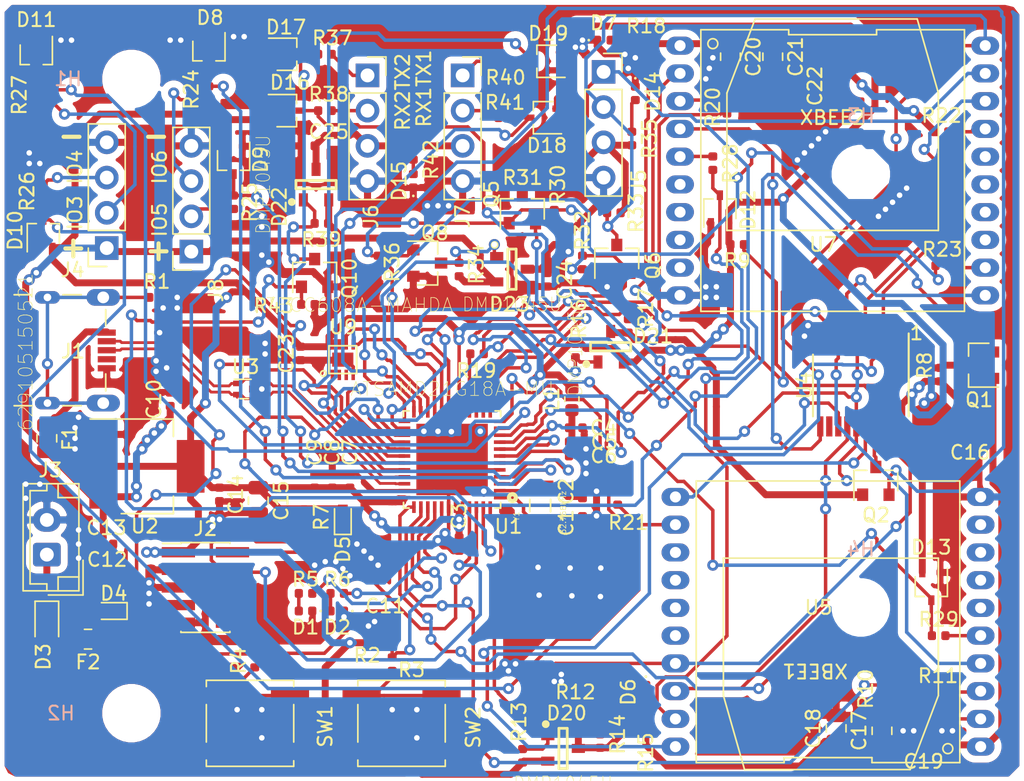
<source format=kicad_pcb>
(kicad_pcb (version 20171130) (host pcbnew "(5.1.2)-1")
  (title_block (title SAM21) (date 2019-08-15) (rev v1) (company "IoT Hive"))
  (layers (0 F.Cu signal) (31 B.Cu signal) (34 B.Paste user) (35 F.Paste user) (36 B.SilkS user) (37 F.SilkS user) (38 B.Mask user) (39 F.Mask user) (44 Edge.Cuts user))
  (net 0 "")
  (net 1 XTAL1)
  (net 2 GND)
  (net 3 XTAL2)
  (net 4 VDDCORE)
  (net 5 VDDANA)
  (net 6 "#RESET")
  (net 7 +5V)
  (net 8 XB1_VCC)
  (net 9 XB2_VCC)
  (net 10 I2C_VCC)
  (net 11 UART_VCC)
  (net 12 "Net-(D1-Pad2)")
  (net 13 "Net-(D2-Pad2)")
  (net 14 "Net-(D3-Pad2)")
  (net 15 "Net-(D3-Pad1)")
  (net 16 "Net-(D6-Pad2)")
  (net 17 "Net-(D7-Pad2)")
  (net 18 D6_IO63.3B)
  (net 19 D5_IO53.3B)
  (net 20 D4_IO43.3B)
  (net 21 D3_IO33.3B)
  (net 22 D2_IO23.3B)
  (net 23 D1_IO13.3B)
  (net 24 "Net-(D14-Pad2)")
  (net 25 "Net-(D15-Pad2)")
  (net 26 "Net-(D22-Pad1)")
  (net 27 "Net-(D23-Pad1)")
  (net 28 VBUS)
  (net 29 "Net-(J1-PadSHELL)")
  (net 30 USB_D_P)
  (net 31 USB_D_N)
  (net 32 SWCLK)
  (net 33 SWDIO)
  (net 34 IO4)
  (net 35 IO3)
  (net 36 I2C_SDA)
  (net 37 I2C_SCL)
  (net 38 "Net-(J6-Pad2)")
  (net 39 "Net-(J6-Pad1)")
  (net 40 "Net-(J7-Pad2)")
  (net 41 "Net-(J7-Pad1)")
  (net 42 IO6)
  (net 43 IO5)
  (net 44 1A1)
  (net 45 "Net-(Q2-Pad3)")
  (net 46 "Net-(R3-Pad2)")
  (net 47 D0_SW)
  (net 48 "Net-(R4-Pad1)")
  (net 49 D7_STATUS_RED)
  (net 50 "Net-(R10-Pad1)")
  (net 51 "Net-(R11-Pad1)")
  (net 52 XB1_CS)
  (net 53 "Net-(R19-Pad1)")
  (net 54 "Net-(R20-Pad1)")
  (net 55 "Net-(R21-Pad2)")
  (net 56 XB2_CS)
  (net 57 "Net-(R23-Pad2)")
  (net 58 IO2)
  (net 59 IO1)
  (net 60 D22_XB1_PWR2.5A)
  (net 61 D9_UART_PWR3.1D)
  (net 62 D8_STATUS_GREEN)
  (net 63 D26_RX_XB12.2B)
  (net 64 D25_TX_XB12.2B)
  (net 65 D11_RX13.2C)
  (net 66 D10_TX13.2C)
  (net 67 D24_INT_XB12.4B)
  (net 68 D21_MISO2.3A)
  (net 69 D23_CS_XB12.2A)
  (net 70 D19_MOSI2.2A)
  (net 71 D29_INT_XB22.4D)
  (net 72 D28_CS_XB22.2C)
  (net 73 D18_SCL_IMU4.3B)
  (net 74 D17_SDA_IMU4.3B)
  (net 75 D14_I2C_PWR3.5B)
  (net 76 D27_XB2_PWR2.5B)
  (net 77 D31_RX_XB22.2C)
  (net 78 D30_TX_XB22.2C)
  (net 79 D16_SCL3.5B)
  (net 80 D15_SDA3.5B)
  (net 81 D13_RX23.3C)
  (net 82 D12_TX23.3C)
  (net 83 XB1_MOSI)
  (net 84 XB1_SCK)
  (net 85 XB2_MISO)
  (net 86 XB1_MISO)
  (net 87 XB2_MOSI)
  (net 88 XB2_SCK)
  (net 89 "Net-(U5-Pad9)")
  (net 90 "Net-(U5-Pad8)")
  (net 91 "Net-(U5-Pad13)")
  (net 92 "Net-(U5-Pad7)")
  (net 93 "Net-(U5-Pad14)")
  (net 94 "Net-(U5-Pad6)")
  (net 95 "Net-(U5-Pad15)")
  (net 96 "Net-(U5-Pad16)")
  (net 97 "Net-(U7-Pad9)")
  (net 98 "Net-(U7-Pad8)")
  (net 99 "Net-(U7-Pad13)")
  (net 100 "Net-(U7-Pad7)")
  (net 101 "Net-(U7-Pad14)")
  (net 102 "Net-(U7-Pad6)")
  (net 103 "Net-(U7-Pad15)")
  (net 104 "Net-(U7-Pad16)")
  (net 105 "Net-(U9-Pad7)")
  (net 106 "Net-(U9-Pad3)")
  (net 107 "Net-(U9-Pad2)")
  (net 108 "Net-(U9-Pad1)")
  (net 109 "Net-(J1-Pad4)")
  (net 110 "Net-(J2-Pad8)")
  (net 111 "Net-(J2-Pad7)")
  (net 112 "Net-(J2-Pad6)")
  (net 113 D20_SCK2.2A)
  (net 114 D21_MISO2.2A)
  (module XBEE:XBEE (layer F.Cu) (at 166.878 81.026 270)
    (fp_text reference U7 (at 5.334 0.684) (layer F.SilkS))
    (fp_text value XBEE)
    (pad 10 thru_hole oval (at 9 11 270) (size 1.3 2) (drill 0.8) (layers *.Cu *.Mask) (net 2 GND))
    (pad 11 thru_hole oval (at 9 -11 270) (size 1.3 2) (drill 0.8) (layers *.Cu *.Mask) (net 87 XB2_MOSI))
    (pad 9 thru_hole oval (at 7 11 270) (size 1.3 2) (drill 0.8) (layers *.Cu *.Mask) (net 97 "Net-(U7-Pad9)"))
    (pad 12 thru_hole oval (at 7 -11 270) (size 1.3 2) (drill 0.8) (layers *.Cu *.Mask) (net 57 "Net-(R23-Pad2)"))
    (pad 8 thru_hole oval (at 5 11 270) (size 1.3 2) (drill 0.8) (layers *.Cu *.Mask) (net 98 "Net-(U7-Pad8)"))
    (pad 13 thru_hole oval (at 5 -11 270) (size 1.3 2) (drill 0.8) (layers *.Cu *.Mask) (net 99 "Net-(U7-Pad13)"))
    (pad 7 thru_hole oval (at 3 11 270) (size 1.3 2) (drill 0.8) (layers *.Cu *.Mask) (net 100 "Net-(U7-Pad7)"))
    (pad 14 thru_hole oval (at 3 -11 270) (size 1.3 2) (drill 0.8) (layers *.Cu *.Mask) (net 101 "Net-(U7-Pad14)"))
    (pad 6 thru_hole oval (at 1 11 270) (size 1.3 2) (drill 0.8) (layers *.Cu *.Mask) (net 102 "Net-(U7-Pad6)"))
    (pad 15 thru_hole oval (at 1 -11 270) (size 1.3 2) (drill 0.8) (layers *.Cu *.Mask) (net 103 "Net-(U7-Pad15)"))
    (pad 5 thru_hole oval (at -1 11 270) (size 1.3 2) (drill 0.8) (layers *.Cu *.Mask) (net 58 IO2))
    (pad 16 thru_hole oval (at -1 -11 270) (size 1.3 2) (drill 0.8) (layers *.Cu *.Mask) (net 104 "Net-(U7-Pad16)"))
    (pad 4 thru_hole oval (at -3 11 270) (size 1.3 2) (drill 0.8) (layers *.Cu *.Mask) (net 85 XB2_MISO))
    (pad 17 thru_hole oval (at -3 -11 270) (size 1.3 2) (drill 0.8) (layers *.Cu *.Mask) (net 56 XB2_CS))
    (pad 3 thru_hole oval (at -5 11 270) (size 1.3 2) (drill 0.8) (layers *.Cu *.Mask) (net 54 "Net-(R20-Pad1)"))
    (pad 18 thru_hole oval (at -5 -11 270) (size 1.3 2) (drill 0.8) (layers *.Cu *.Mask) (net 88 XB2_SCK))
    (pad 2 thru_hole oval (at -7 11 270) (size 1.3 2) (drill 0.8) (layers *.Cu *.Mask) (net 53 "Net-(R19-Pad1)"))
    (pad 19 thru_hole oval (at -7 -11 270) (size 1.3 2) (drill 0.8) (layers *.Cu *.Mask) (net 37 I2C_SCL))
    (pad 1 thru_hole oval (at -9 11 270) (size 1.3 2) (drill 0.8) (layers *.Cu *.Mask) (net 9 XB2_VCC))
    (pad 20 thru_hole oval (at -9 -11 270) (size 1.3 2) (drill 0.8) (layers *.Cu *.Mask) (net 36 I2C_SDA))
  )
  (module MountingHole:MountingHole_3.2mm_M3 (layer F.Cu) (at 168.91 81.28)
    (fp_text reference H3 (at 0 -4.2) (layer B.SilkS) (effects (justify mirror)))
    (fp_text value MountingHole)
    (pad 1 np_thru_hole circle (at 0 0) (size 3.2 3.2) (drill 3.2) (layers *.Cu *.Mask))
  )
  (module Connector_JST:JST_EH_B2B-EH-A_1x02_P2.50mm_Vertical (layer F.Cu) (at 110.236 108.712 90)
    (fp_text reference J3 (at 6.096 0.254 180) (layer F.SilkS))
    (fp_text value Conn_01x02_Male)
    (pad 2 thru_hole oval (at 2.5 0 90) (size 1.7 2) (drill 1) (layers *.Cu *.Mask) (net 2 GND))
    (pad 1 thru_hole roundrect (at 0 0 90) (size 1.7 2) (drill 1) (layers *.Cu *.Mask) (roundrect_rratio 0.147059) (net 15 "Net-(D3-Pad1)"))
  )
  (module Package_SO:TSSOP-20_4.4x6.5mm_P0.65mm (layer F.Cu) (at 168.91 96.52 270)
    (fp_text reference U4 (at 0 4.064 90) (layer F.SilkS))
    (fp_text value 74lvc244)
    (pad 20 smd rect (at 2.95 -2.925 270) (size 1.45 0.45) (layers F.Cu F.Paste F.Mask) (net 4 VDDCORE))
    (pad 19 smd rect (at 2.95 -2.275 270) (size 1.45 0.45) (layers F.Cu F.Paste F.Mask) (net 45 "Net-(Q2-Pad3)"))
    (pad 18 smd rect (at 2.95 -1.625 270) (size 1.45 0.45) (layers F.Cu F.Paste F.Mask) (net 52 XB1_CS))
    (pad 17 smd rect (at 2.95 -0.975 270) (size 1.45 0.45) (layers F.Cu F.Paste F.Mask) (net 45 "Net-(Q2-Pad3)"))
    (pad 16 smd rect (at 2.95 -0.325 270) (size 1.45 0.45) (layers F.Cu F.Paste F.Mask) (net 83 XB1_MOSI))
    (pad 15 smd rect (at 2.95 0.325 270) (size 1.45 0.45) (layers F.Cu F.Paste F.Mask) (net 113 D20_SCK2.2A))
    (pad 14 smd rect (at 2.95 0.975 270) (size 1.45 0.45) (layers F.Cu F.Paste F.Mask) (net 84 XB1_SCK))
    (pad 13 smd rect (at 2.95 1.625 270) (size 1.45 0.45) (layers F.Cu F.Paste F.Mask) (net 70 D19_MOSI2.2A))
    (pad 12 smd rect (at 2.95 2.275 270) (size 1.45 0.45) (layers F.Cu F.Paste F.Mask) (net 114 D21_MISO2.2A))
    (pad 11 smd rect (at 2.95 2.925 270) (size 1.45 0.45) (layers F.Cu F.Paste F.Mask) (net 85 XB2_MISO))
    (pad 10 smd rect (at -2.95 2.925 270) (size 1.45 0.45) (layers F.Cu F.Paste F.Mask) (net 2 GND))
    (pad 9 smd rect (at -2.95 2.275 270) (size 1.45 0.45) (layers F.Cu F.Paste F.Mask) (net 68 D21_MISO2.3A))
    (pad 8 smd rect (at -2.95 1.625 270) (size 1.45 0.45) (layers F.Cu F.Paste F.Mask) (net 86 XB1_MISO))
    (pad 7 smd rect (at -2.95 0.975 270) (size 1.45 0.45) (layers F.Cu F.Paste F.Mask) (net 87 XB2_MOSI))
    (pad 6 smd rect (at -2.95 0.325 270) (size 1.45 0.45) (layers F.Cu F.Paste F.Mask) (net 113 D20_SCK2.2A))
    (pad 5 smd rect (at -2.95 -0.325 270) (size 1.45 0.45) (layers F.Cu F.Paste F.Mask) (net 88 XB2_SCK))
    (pad 4 smd rect (at -2.95 -0.975 270) (size 1.45 0.45) (layers F.Cu F.Paste F.Mask) (net 70 D19_MOSI2.2A))
    (pad 3 smd rect (at -2.95 -1.625 270) (size 1.45 0.45) (layers F.Cu F.Paste F.Mask) (net 56 XB2_CS))
    (pad 2 smd rect (at -2.95 -2.275 270) (size 1.45 0.45) (layers F.Cu F.Paste F.Mask) (net 44 1A1))
    (pad 1 smd rect (at -2.95 -2.925 270) (size 1.45 0.45) (layers F.Cu F.Paste F.Mask) (net 44 1A1))
  )
  (module ECS-.327-12.5-34B-TR:XTAL_ECS-.327-12.5-34B-TR (layer F.Cu) (at 145.796 105.176 90)
    (fp_text reference Y1 (at -0.780342 -1.70813 90) (layer F.SilkS) (effects (font (size 0.394889 0.394889) (thickness 0.05))))
    (fp_text value 32.768kHz (at -0.500975 1.66625 90) (layer F.SilkS) (effects (font (size 0.394471 0.394471) (thickness 0.05))))
    (pad 2 smd rect (at 1.25 0 270) (size 1.1 1.9) (layers F.Cu F.Paste F.Mask) (net 3 XTAL2))
    (pad 1 smd rect (at -1.25 0 270) (size 1.1 1.9) (layers F.Cu F.Paste F.Mask) (net 1 XTAL1))
  )
  (module microusb:microusb (layer F.Cu) (at 113.03 93.98 270)
    (fp_text reference J1 (at 0.0762 0.9144 180) (layer F.SilkS))
    (fp_text value 629105150521 (at 0.1234 4.318 90) (layer F.SilkS) (effects (font (thickness 0.05))))
    (pad SHELL3 thru_hole oval (at 3.81 2.75) (size 1.8 0.9) (drill 0.55) (layers *.Cu *.Mask) (net 29 "Net-(J1-PadSHELL)"))
    (pad SHELL2 thru_hole oval (at -3.81 2.75) (size 1.8 0.9) (drill 0.55) (layers *.Cu *.Mask) (net 29 "Net-(J1-PadSHELL)"))
    (pad SHELL1 thru_hole oval (at 3.81 -1.27) (size 2.4 1.2) (drill 0.85) (layers *.Cu *.Mask) (net 29 "Net-(J1-PadSHELL)"))
    (pad SHELL thru_hole oval (at -3.81 -1.27) (size 2.4 1.2) (drill 0.85) (layers *.Cu *.Mask) (net 29 "Net-(J1-PadSHELL)"))
    (pad 5 smd rect (at 1.3 -1.524 270) (size 0.45 1.3) (layers F.Cu F.Paste F.Mask) (net 2 GND))
    (pad 4 smd rect (at 0.65 -1.524 270) (size 0.45 1.3) (layers F.Cu F.Paste F.Mask) (net 109 "Net-(J1-Pad4)"))
    (pad 3 smd rect (at 0 -1.524 270) (size 0.45 1.3) (layers F.Cu F.Paste F.Mask) (net 30 USB_D_P))
    (pad 2 smd rect (at -0.65 -1.524 270) (size 0.45 1.3) (layers F.Cu F.Paste F.Mask) (net 31 USB_D_N))
    (pad 1 smd rect (at -1.27 -1.524 270) (size 0.45 1.3) (layers F.Cu F.Paste F.Mask) (net 28 VBUS))
  )
  (module DMP1045U:SOT92P240X110-3N (layer F.Cu) (at 150.876 93.726 90)
    (fp_text reference D21 (at 0.762 3.048 180) (layer F.SilkS))
    (fp_text value DMP1045U (at 0 -2.54 90) (layer F.SilkS) (effects (font (size 1 0.9) (thickness 0.05))))
    (pad 2 smd rect (at -1.1 0.915 90) (size 0.95 0.65) (layers F.Cu F.Paste F.Mask) (net 4 VDDCORE))
    (pad 3 smd rect (at 1.1 0 270) (size 0.95 0.65) (layers F.Cu F.Paste F.Mask) (net 9 XB2_VCC))
    (pad 1 smd rect (at -1.1 -0.915 90) (size 0.95 0.65) (layers F.Cu F.Paste F.Mask) (net 76 D27_XB2_PWR2.5B))
  )
  (module DMP1045U:SOT92P240X110-3N (layer F.Cu) (at 129.641 82.042 90)
    (fp_text reference D22 (at -1.608 -2.641 270) (layer F.SilkS))
    (fp_text value DMP1045U (at 0 -3.81 270) (layer F.SilkS) (effects (font (size 1 0.9) (thickness 0.05))))
    (pad 2 smd rect (at -1.1 0.915 90) (size 0.95 0.65) (layers F.Cu F.Paste F.Mask) (net 7 +5V))
    (pad 3 smd rect (at 1.1 0 270) (size 0.95 0.65) (layers F.Cu F.Paste F.Mask) (net 11 UART_VCC))
    (pad 1 smd rect (at -1.1 -0.915 90) (size 0.95 0.65) (layers F.Cu F.Paste F.Mask) (net 26 "Net-(D22-Pad1)"))
  )
  (module DMP1045U:SOT92P240X110-3N (layer F.Cu) (at 147.447 122.682)
    (fp_text reference D20 (at 0.254 -2.54) (layer F.SilkS))
    (fp_text value DMP1045U (at 0 2.54) (layer F.SilkS) (effects (font (size 1 0.9) (thickness 0.05))))
    (pad 2 smd rect (at -1.1 0.915) (size 0.95 0.65) (layers F.Cu F.Paste F.Mask) (net 4 VDDCORE))
    (pad 3 smd rect (at 1.1 0 180) (size 0.95 0.65) (layers F.Cu F.Paste F.Mask) (net 8 XB1_VCC))
    (pad 1 smd rect (at -1.1 -0.915) (size 0.95 0.65) (layers F.Cu F.Paste F.Mask) (net 60 D22_XB1_PWR2.5A))
  )
  (module DMP1045U:SOT92P240X110-3N (layer F.Cu) (at 143.764 88.138)
    (fp_text reference D23 (at -0.17 2.54) (layer F.SilkS))
    (fp_text value DMP1045U (at 0 2.54) (layer F.SilkS) (effects (font (size 1 0.9) (thickness 0.05))))
    (pad 2 smd rect (at -1.1 0.915) (size 0.95 0.65) (layers F.Cu F.Paste F.Mask) (net 7 +5V))
    (pad 3 smd rect (at 1.1 0 180) (size 0.95 0.65) (layers F.Cu F.Paste F.Mask) (net 10 I2C_VCC))
    (pad 1 smd rect (at -1.1 -0.915) (size 0.95 0.65) (layers F.Cu F.Paste F.Mask) (net 27 "Net-(D23-Pad1)"))
  )
  (module ATSAMD21G18A-MU:QFN50P700X700X90-49N (layer F.Cu) (at 139.446 101.854 180)
    (fp_text reference U1 (at -4.064 -4.826) (layer F.SilkS) (effects (font (size 1.00333 1.00333))))
    (fp_text value ATSAMD21G18A-MU (at 0 5.08) (layer F.SilkS) (effects (font (size 1.00446 1.00446) (thickness 0.05))))
    (pad 48 smd rect (at -2.75 -3.435 90) (size 0.84 0.26) (layers F.Cu F.Paste F.Mask) (net 60 D22_XB1_PWR2.5A))
    (pad 47 smd rect (at -2.25 -3.435 90) (size 0.84 0.26) (layers F.Cu F.Paste F.Mask) (net 61 D9_UART_PWR3.1D))
    (pad 46 smd rect (at -1.75 -3.435 90) (size 0.84 0.26) (layers F.Cu F.Paste F.Mask) (net 33 SWDIO))
    (pad 45 smd rect (at -1.25 -3.435 90) (size 0.84 0.26) (layers F.Cu F.Paste F.Mask) (net 32 SWCLK))
    (pad 44 smd rect (at -0.75 -3.435 90) (size 0.84 0.26) (layers F.Cu F.Paste F.Mask) (net 4 VDDCORE))
    (pad 43 smd rect (at -0.25 -3.435 90) (size 0.84 0.26) (layers F.Cu F.Paste F.Mask) (net 4 VDDCORE))
    (pad 42 smd rect (at 0.25 -3.435 90) (size 0.84 0.26) (layers F.Cu F.Paste F.Mask) (net 2 GND))
    (pad 41 smd rect (at 0.75 -3.435 90) (size 0.84 0.26) (layers F.Cu F.Paste F.Mask) (net 62 D8_STATUS_GREEN))
    (pad 40 smd rect (at 1.25 -3.435 90) (size 0.84 0.26) (layers F.Cu F.Paste F.Mask) (net 6 "#RESET"))
    (pad 39 smd rect (at 1.75 -3.435 90) (size 0.84 0.26) (layers F.Cu F.Paste F.Mask) (net 49 D7_STATUS_RED))
    (pad 38 smd rect (at 2.25 -3.435 90) (size 0.84 0.26) (layers F.Cu F.Paste F.Mask) (net 63 D26_RX_XB12.2B))
    (pad 37 smd rect (at 2.75 -3.435 90) (size 0.84 0.26) (layers F.Cu F.Paste F.Mask) (net 64 D25_TX_XB12.2B))
    (pad 36 smd rect (at 3.435 -2.75) (size 0.84 0.26) (layers F.Cu F.Paste F.Mask) (net 4 VDDCORE))
    (pad 35 smd rect (at 3.435 -2.25) (size 0.84 0.26) (layers F.Cu F.Paste F.Mask) (net 2 GND))
    (pad 34 smd rect (at 3.435 -1.75) (size 0.84 0.26) (layers F.Cu F.Paste F.Mask) (net 30 USB_D_P))
    (pad 33 smd rect (at 3.435 -1.25) (size 0.84 0.26) (layers F.Cu F.Paste F.Mask) (net 31 USB_D_N))
    (pad 32 smd rect (at 3.435 -0.75) (size 0.84 0.26) (layers F.Cu F.Paste F.Mask) (net 65 D11_RX13.2C))
    (pad 31 smd rect (at 3.435 -0.25) (size 0.84 0.26) (layers F.Cu F.Paste F.Mask) (net 66 D10_TX13.2C))
    (pad 30 smd rect (at 3.435 0.25) (size 0.84 0.26) (layers F.Cu F.Paste F.Mask) (net 67 D24_INT_XB12.4B))
    (pad 29 smd rect (at 3.435 0.75) (size 0.84 0.26) (layers F.Cu F.Paste F.Mask) (net 47 D0_SW))
    (pad 28 smd rect (at 3.435 1.25) (size 0.84 0.26) (layers F.Cu F.Paste F.Mask) (net 68 D21_MISO2.3A))
    (pad 27 smd rect (at 3.435 1.75) (size 0.84 0.26) (layers F.Cu F.Paste F.Mask) (net 69 D23_CS_XB12.2A))
    (pad 26 smd rect (at 3.435 2.25) (size 0.84 0.26) (layers F.Cu F.Paste F.Mask) (net 113 D20_SCK2.2A))
    (pad 25 smd rect (at 3.435 2.75) (size 0.84 0.26) (layers F.Cu F.Paste F.Mask) (net 70 D19_MOSI2.2A))
    (pad 24 smd rect (at 2.75 3.435 270) (size 0.84 0.26) (layers F.Cu F.Paste F.Mask) (net 71 D29_INT_XB22.4D))
    (pad 23 smd rect (at 2.25 3.435 270) (size 0.84 0.26) (layers F.Cu F.Paste F.Mask) (net 72 D28_CS_XB22.2C))
    (pad 22 smd rect (at 1.75 3.435 270) (size 0.84 0.26) (layers F.Cu F.Paste F.Mask) (net 73 D18_SCL_IMU4.3B))
    (pad 21 smd rect (at 1.25 3.435 270) (size 0.84 0.26) (layers F.Cu F.Paste F.Mask) (net 74 D17_SDA_IMU4.3B))
    (pad 20 smd rect (at 0.75 3.435 270) (size 0.84 0.26) (layers F.Cu F.Paste F.Mask) (net 75 D14_I2C_PWR3.5B))
    (pad 19 smd rect (at 0.25 3.435 270) (size 0.84 0.26) (layers F.Cu F.Paste F.Mask) (net 76 D27_XB2_PWR2.5B))
    (pad 18 smd rect (at -0.25 3.435 270) (size 0.84 0.26) (layers F.Cu F.Paste F.Mask) (net 2 GND))
    (pad 17 smd rect (at -0.75 3.435 270) (size 0.84 0.26) (layers F.Cu F.Paste F.Mask) (net 4 VDDCORE))
    (pad 16 smd rect (at -1.25 3.435 270) (size 0.84 0.26) (layers F.Cu F.Paste F.Mask) (net 77 D31_RX_XB22.2C))
    (pad 15 smd rect (at -1.75 3.435 270) (size 0.84 0.26) (layers F.Cu F.Paste F.Mask) (net 78 D30_TX_XB22.2C))
    (pad 14 smd rect (at -2.25 3.435 270) (size 0.84 0.26) (layers F.Cu F.Paste F.Mask) (net 79 D16_SCL3.5B))
    (pad 13 smd rect (at -2.75 3.435 270) (size 0.84 0.26) (layers F.Cu F.Paste F.Mask) (net 80 D15_SDA3.5B))
    (pad 12 smd rect (at -3.435 2.75 180) (size 0.84 0.26) (layers F.Cu F.Paste F.Mask) (net 20 D4_IO43.3B))
    (pad 11 smd rect (at -3.435 2.25 180) (size 0.84 0.26) (layers F.Cu F.Paste F.Mask) (net 21 D3_IO33.3B))
    (pad 10 smd rect (at -3.435 1.75 180) (size 0.84 0.26) (layers F.Cu F.Paste F.Mask) (net 22 D2_IO23.3B))
    (pad 9 smd rect (at -3.435 1.25 180) (size 0.84 0.26) (layers F.Cu F.Paste F.Mask) (net 23 D1_IO13.3B))
    (pad 8 smd rect (at -3.435 0.75 180) (size 0.84 0.26) (layers F.Cu F.Paste F.Mask) (net 81 D13_RX23.3C))
    (pad 7 smd rect (at -3.435 0.25 180) (size 0.84 0.26) (layers F.Cu F.Paste F.Mask) (net 82 D12_TX23.3C))
    (pad 6 smd rect (at -3.435 -0.25 180) (size 0.84 0.26) (layers F.Cu F.Paste F.Mask) (net 5 VDDANA))
    (pad 5 smd rect (at -3.435 -0.75 180) (size 0.84 0.26) (layers F.Cu F.Paste F.Mask) (net 2 GND))
    (pad 4 smd rect (at -3.435 -1.25 180) (size 0.84 0.26) (layers F.Cu F.Paste F.Mask) (net 19 D5_IO53.3B))
    (pad 3 smd rect (at -3.435 -1.75 180) (size 0.84 0.26) (layers F.Cu F.Paste F.Mask) (net 18 D6_IO63.3B))
    (pad 2 smd rect (at -3.435 -2.25 180) (size 0.84 0.26) (layers F.Cu F.Paste F.Mask) (net 3 XTAL2))
    (pad 1 smd rect (at -3.435 -2.75 180) (size 0.84 0.26) (layers F.Cu F.Paste F.Mask) (net 1 XTAL1))
    (pad 49 smd rect (at 0 0 180) (size 5.15 5.15) (layers F.Cu F.Paste F.Mask) (net 2 GND))
  )
  (module Connector_PinHeader_1.27mm:PinHeader_2x05_P1.27mm_Vertical_SMD (layer F.Cu) (at 121.666 111.08)
    (fp_text reference J2 (at 0 -4.235) (layer F.SilkS))
    (fp_text value Conn_ARM_JTAG_SWD_10)
    (pad 10 smd rect (at 1.95 2.54) (size 2.4 0.74) (layers F.Cu F.Paste F.Mask) (net 6 "#RESET"))
    (pad 9 smd rect (at -1.95 2.54) (size 2.4 0.74) (layers F.Cu F.Paste F.Mask) (net 2 GND))
    (pad 8 smd rect (at 1.95 1.27) (size 2.4 0.74) (layers F.Cu F.Paste F.Mask) (net 110 "Net-(J2-Pad8)"))
    (pad 7 smd rect (at -1.95 1.27) (size 2.4 0.74) (layers F.Cu F.Paste F.Mask) (net 111 "Net-(J2-Pad7)"))
    (pad 6 smd rect (at 1.95 0) (size 2.4 0.74) (layers F.Cu F.Paste F.Mask) (net 112 "Net-(J2-Pad6)"))
    (pad 5 smd rect (at -1.95 0) (size 2.4 0.74) (layers F.Cu F.Paste F.Mask) (net 2 GND))
    (pad 4 smd rect (at 1.95 -1.27) (size 2.4 0.74) (layers F.Cu F.Paste F.Mask) (net 32 SWCLK))
    (pad 3 smd rect (at -1.95 -1.27) (size 2.4 0.74) (layers F.Cu F.Paste F.Mask) (net 2 GND))
    (pad 2 smd rect (at 1.95 -2.54) (size 2.4 0.74) (layers F.Cu F.Paste F.Mask) (net 33 SWDIO))
    (pad 1 smd rect (at -1.95 -2.54) (size 2.4 0.74) (layers F.Cu F.Paste F.Mask) (net 4 VDDCORE))
  )
  (module MountingHole:MountingHole_3.2mm_M3 (layer F.Cu) (at 168.91 112.522)
    (fp_text reference H4 (at 0 -4.2) (layer B.SilkS) (effects (justify mirror)))
    (fp_text value MountingHole)
    (pad 1 np_thru_hole circle (at 0 0) (size 3.2 3.2) (drill 3.2) (layers *.Cu *.Mask))
  )
  (module MountingHole:MountingHole_3.2mm_M3 (layer F.Cu) (at 116.332 120.142)
    (fp_text reference H2 (at -5.08 0) (layer B.SilkS) (effects (justify mirror)))
    (fp_text value MountingHole)
    (pad 1 np_thru_hole circle (at 0 0) (size 3.2 3.2) (drill 3.2) (layers *.Cu *.Mask))
  )
  (module MountingHole:MountingHole_3.2mm_M3 (layer F.Cu) (at 116.332 74.422)
    (fp_text reference H1 (at -4.572 0) (layer B.SilkS) (effects (justify mirror)))
    (fp_text value MountingHole)
    (pad 1 np_thru_hole circle (at 0 0) (size 3.2 3.2) (drill 3.2) (layers *.Cu *.Mask))
  )
  (module Button_Switch_SMD:SW_SPST_EVPBF (layer F.Cu) (at 135.804 120.872 180)
    (fp_text reference SW2 (at -5.166 -0.286 270) (layer F.SilkS))
    (fp_text value SW_Push)
    (pad 2 smd rect (at 2.88 2 180) (size 2.75 1) (layers F.Cu F.Paste F.Mask) (net 46 "Net-(R3-Pad2)"))
    (pad 2 smd rect (at -2.88 2 180) (size 2.75 1) (layers F.Cu F.Paste F.Mask) (net 46 "Net-(R3-Pad2)"))
    (pad 1 smd rect (at -2.88 -2 180) (size 2.75 1) (layers F.Cu F.Paste F.Mask) (net 2 GND))
    (pad 1 smd rect (at 2.88 -2 180) (size 2.75 1) (layers F.Cu F.Paste F.Mask) (net 2 GND))
  )
  (module Button_Switch_SMD:SW_SPST_EVPBF (layer F.Cu) (at 124.882 120.872)
    (fp_text reference SW1 (at 5.42 0.222 270) (layer F.SilkS))
    (fp_text value SW_Push)
    (pad 2 smd rect (at 2.88 2) (size 2.75 1) (layers F.Cu F.Paste F.Mask) (net 2 GND))
    (pad 2 smd rect (at -2.88 2) (size 2.75 1) (layers F.Cu F.Paste F.Mask) (net 2 GND))
    (pad 1 smd rect (at -2.88 -2) (size 2.75 1) (layers F.Cu F.Paste F.Mask) (net 48 "Net-(R4-Pad1)"))
    (pad 1 smd rect (at 2.88 -2) (size 2.75 1) (layers F.Cu F.Paste F.Mask) (net 48 "Net-(R4-Pad1)"))
  )
  (module UDFN-8:UDFN-8 (layer F.Cu) (at 131.568 94.658)
    (fp_text reference U9 (at 0.0294 -2.3544) (layer F.SilkS))
    (fp_text value ATECC608A-MAHDA (at 0.775 -3.935) (layer F.SilkS) (effects (font (thickness 0.05))))
    (pad THERM smd rect (at 0 0) (size 1.524 1.016) (layers F.Cu F.Paste F.Mask) (net 2 GND))
    (pad 8 smd rect (at -0.75 -1.1 90) (size 0.75 0.25) (layers F.Cu F.Paste F.Mask) (net 4 VDDCORE))
    (pad 7 smd rect (at -0.25 -1.1 90) (size 0.75 0.25) (layers F.Cu F.Paste F.Mask) (net 105 "Net-(U9-Pad7)"))
    (pad 6 smd rect (at 0.25 -1.1 90) (size 0.75 0.25) (layers F.Cu F.Paste F.Mask) (net 73 D18_SCL_IMU4.3B))
    (pad 5 smd rect (at 0.75 -1.1 90) (size 0.75 0.25) (layers F.Cu F.Paste F.Mask) (net 74 D17_SDA_IMU4.3B))
    (pad 4 smd rect (at 0.75 1.1 90) (size 0.75 0.25) (layers F.Cu F.Paste F.Mask) (net 2 GND))
    (pad 3 smd rect (at 0.25 1.1 90) (size 0.75 0.25) (layers F.Cu F.Paste F.Mask) (net 106 "Net-(U9-Pad3)"))
    (pad 2 smd rect (at -0.25 1.1 90) (size 0.75 0.25) (layers F.Cu F.Paste F.Mask) (net 107 "Net-(U9-Pad2)"))
    (pad 1 smd rect (at -0.75 1.1 90) (size 0.75 0.25) (layers F.Cu F.Paste F.Mask) (net 108 "Net-(U9-Pad1)"))
  )
  (module XBEE:XBEE (layer F.Cu) (at 166.546 113.554 90)
    (fp_text reference U5 (at 1.032 -0.684) (layer F.SilkS))
    (fp_text value XBEE)
    (pad 10 thru_hole oval (at 9 11 90) (size 1.3 2) (drill 0.8) (layers *.Cu *.Mask) (net 2 GND))
    (pad 11 thru_hole oval (at 9 -11 90) (size 1.3 2) (drill 0.8) (layers *.Cu *.Mask) (net 83 XB1_MOSI))
    (pad 9 thru_hole oval (at 7 11 90) (size 1.3 2) (drill 0.8) (layers *.Cu *.Mask) (net 89 "Net-(U5-Pad9)"))
    (pad 12 thru_hole oval (at 7 -11 90) (size 1.3 2) (drill 0.8) (layers *.Cu *.Mask) (net 55 "Net-(R21-Pad2)"))
    (pad 8 thru_hole oval (at 5 11 90) (size 1.3 2) (drill 0.8) (layers *.Cu *.Mask) (net 90 "Net-(U5-Pad8)"))
    (pad 13 thru_hole oval (at 5 -11 90) (size 1.3 2) (drill 0.8) (layers *.Cu *.Mask) (net 91 "Net-(U5-Pad13)"))
    (pad 7 thru_hole oval (at 3 11 90) (size 1.3 2) (drill 0.8) (layers *.Cu *.Mask) (net 92 "Net-(U5-Pad7)"))
    (pad 14 thru_hole oval (at 3 -11 90) (size 1.3 2) (drill 0.8) (layers *.Cu *.Mask) (net 93 "Net-(U5-Pad14)"))
    (pad 6 thru_hole oval (at 1 11 90) (size 1.3 2) (drill 0.8) (layers *.Cu *.Mask) (net 94 "Net-(U5-Pad6)"))
    (pad 15 thru_hole oval (at 1 -11 90) (size 1.3 2) (drill 0.8) (layers *.Cu *.Mask) (net 95 "Net-(U5-Pad15)"))
    (pad 5 thru_hole oval (at -1 11 90) (size 1.3 2) (drill 0.8) (layers *.Cu *.Mask) (net 59 IO1))
    (pad 16 thru_hole oval (at -1 -11 90) (size 1.3 2) (drill 0.8) (layers *.Cu *.Mask) (net 96 "Net-(U5-Pad16)"))
    (pad 4 thru_hole oval (at -3 11 90) (size 1.3 2) (drill 0.8) (layers *.Cu *.Mask) (net 86 XB1_MISO))
    (pad 17 thru_hole oval (at -3 -11 90) (size 1.3 2) (drill 0.8) (layers *.Cu *.Mask) (net 52 XB1_CS))
    (pad 3 thru_hole oval (at -5 11 90) (size 1.3 2) (drill 0.8) (layers *.Cu *.Mask) (net 51 "Net-(R11-Pad1)"))
    (pad 18 thru_hole oval (at -5 -11 90) (size 1.3 2) (drill 0.8) (layers *.Cu *.Mask) (net 84 XB1_SCK))
    (pad 2 thru_hole oval (at -7 11 90) (size 1.3 2) (drill 0.8) (layers *.Cu *.Mask) (net 50 "Net-(R10-Pad1)"))
    (pad 19 thru_hole oval (at -7 -11 90) (size 1.3 2) (drill 0.8) (layers *.Cu *.Mask) (net 37 I2C_SCL))
    (pad 1 thru_hole oval (at -9 11 90) (size 1.3 2) (drill 0.8) (layers *.Cu *.Mask) (net 8 XB1_VCC))
    (pad 20 thru_hole oval (at -9 -11 90) (size 1.3 2) (drill 0.8) (layers *.Cu *.Mask) (net 36 I2C_SDA))
  )
  (module Package_TO_SOT_SMD:SOT-723 (layer F.Cu) (at 124.46 96.774)
    (fp_text reference U3 (at 0.1 -1.6) (layer F.SilkS))
    (fp_text value ESD5V3U2U-03F)
    (pad 3 smd rect (at 0.575 0) (size 0.45 0.5) (layers F.Cu F.Paste F.Mask) (net 2 GND))
    (pad 2 smd rect (at -0.575 0.4) (size 0.45 0.4) (layers F.Cu F.Paste F.Mask) (net 30 USB_D_P))
    (pad 1 smd rect (at -0.575 -0.4) (size 0.45 0.4) (layers F.Cu F.Paste F.Mask) (net 31 USB_D_N))
  )
  (module Package_TO_SOT_SMD:SOT-223-3_TabPin2 (layer F.Cu) (at 117.45 102.348)
    (fp_text reference U2 (at -0.152 4.318) (layer F.SilkS))
    (fp_text value AP1117-33)
    (pad 1 smd rect (at -3.15 -2.3) (size 2 1.5) (layers F.Cu F.Paste F.Mask) (net 2 GND))
    (pad 3 smd rect (at -3.15 2.3) (size 2 1.5) (layers F.Cu F.Paste F.Mask) (net 7 +5V))
    (pad 2 smd rect (at -3.15 0) (size 2 1.5) (layers F.Cu F.Paste F.Mask) (net 4 VDDCORE))
    (pad 2 smd rect (at 3.15 0) (size 2 3.8) (layers F.Cu F.Paste F.Mask) (net 4 VDDCORE))
  )
  (module Resistor_SMD:R_0402_1005Metric (layer F.Cu) (at 129.055 90.678 180)
    (fp_text reference R43 (at 2.4614 -0.1016) (layer F.SilkS))
    (fp_text value 100kE)
    (pad 2 smd roundrect (at 0.485 0 180) (size 0.59 0.64) (layers F.Cu F.Paste F.Mask) (net 61 D9_UART_PWR3.1D))
    (pad 1 smd roundrect (at -0.485 0 180) (size 0.59 0.64) (layers F.Cu F.Paste F.Mask) (net 2 GND))
  )
  (module Resistor_SMD:R_0402_1005Metric (layer F.Cu) (at 136.652 79.756 270)
    (fp_text reference R42 (at 0.485 -1.27 90) (layer F.SilkS))
    (fp_text value 1kE)
    (pad 2 smd roundrect (at 0.485 0 270) (size 0.59 0.64) (layers F.Cu F.Paste F.Mask) (net 25 "Net-(D15-Pad2)"))
    (pad 1 smd roundrect (at -0.485 0 270) (size 0.59 0.64) (layers F.Cu F.Paste F.Mask) (net 11 UART_VCC))
  )
  (module Resistor_SMD:R_0402_1005Metric (layer F.Cu) (at 143.279 77.216 180)
    (fp_text reference R41 (at 0.023 1.0922) (layer F.SilkS))
    (fp_text value 330E)
    (pad 2 smd roundrect (at 0.485 0 180) (size 0.59 0.64) (layers F.Cu F.Paste F.Mask) (net 40 "Net-(J7-Pad2)"))
    (pad 1 smd roundrect (at -0.485 0 180) (size 0.59 0.64) (layers F.Cu F.Paste F.Mask) (net 65 D11_RX13.2C))
  )
  (module Resistor_SMD:R_0402_1005Metric (layer F.Cu) (at 143.533 73.152 180)
    (fp_text reference R40 (at 0.231 -1.17) (layer F.SilkS))
    (fp_text value 330E)
    (pad 2 smd roundrect (at 0.485 0 180) (size 0.59 0.64) (layers F.Cu F.Paste F.Mask) (net 41 "Net-(J7-Pad1)"))
    (pad 1 smd roundrect (at -0.485 0 180) (size 0.59 0.64) (layers F.Cu F.Paste F.Mask) (net 66 D10_TX13.2C))
  )
  (module Resistor_SMD:R_0402_1005Metric (layer F.Cu) (at 130.025 84.836 180)
    (fp_text reference R39 (at 0 -1.17) (layer F.SilkS))
    (fp_text value 100kE)
    (pad 2 smd roundrect (at 0.485 0 180) (size 0.59 0.64) (layers F.Cu F.Paste F.Mask) (net 26 "Net-(D22-Pad1)"))
    (pad 1 smd roundrect (at -0.485 0 180) (size 0.59 0.64) (layers F.Cu F.Paste F.Mask) (net 7 +5V))
  )
  (module Resistor_SMD:R_0402_1005Metric (layer F.Cu) (at 130.279 76.708)
    (fp_text reference R38 (at 0.277 -1.17) (layer F.SilkS))
    (fp_text value 330E)
    (pad 2 smd roundrect (at 0.485 0) (size 0.59 0.64) (layers F.Cu F.Paste F.Mask) (net 38 "Net-(J6-Pad2)"))
    (pad 1 smd roundrect (at -0.485 0) (size 0.59 0.64) (layers F.Cu F.Paste F.Mask) (net 81 D13_RX23.3C))
  )
  (module Resistor_SMD:R_0402_1005Metric (layer F.Cu) (at 130.279 72.644)
    (fp_text reference R37 (at 0.531 -1.17) (layer F.SilkS))
    (fp_text value 330E)
    (pad 2 smd roundrect (at 0.485 0) (size 0.59 0.64) (layers F.Cu F.Paste F.Mask) (net 39 "Net-(J6-Pad1)"))
    (pad 1 smd roundrect (at -0.485 0) (size 0.59 0.64) (layers F.Cu F.Paste F.Mask) (net 82 D12_TX23.3C))
  )
  (module Resistor_SMD:R_0402_1005Metric (layer F.Cu) (at 134.112 87.653 90)
    (fp_text reference R36 (at 0.023 1.016 90) (layer F.SilkS))
    (fp_text value 100kE)
    (pad 2 smd roundrect (at 0.485 0 90) (size 0.59 0.64) (layers F.Cu F.Paste F.Mask) (net 75 D14_I2C_PWR3.5B))
    (pad 1 smd roundrect (at -0.485 0 90) (size 0.59 0.64) (layers F.Cu F.Paste F.Mask) (net 2 GND))
  )
  (module Resistor_SMD:R_0402_1005Metric (layer F.Cu) (at 152.4 78.717 90)
    (fp_text reference R35 (at -0.023 1.27 90) (layer F.SilkS))
    (fp_text value 1kE)
    (pad 2 smd roundrect (at 0.485 0 90) (size 0.59 0.64) (layers F.Cu F.Paste F.Mask) (net 24 "Net-(D14-Pad2)"))
    (pad 1 smd roundrect (at -0.485 0 90) (size 0.59 0.64) (layers F.Cu F.Paste F.Mask) (net 10 I2C_VCC))
  )
  (module Resistor_SMD:R_0402_1005Metric (layer F.Cu) (at 139.954 88.161 90)
    (fp_text reference R34 (at 0.3786 1.2446 90) (layer F.SilkS))
    (fp_text value 100kE)
    (pad 2 smd roundrect (at 0.485 0 90) (size 0.59 0.64) (layers F.Cu F.Paste F.Mask) (net 27 "Net-(D23-Pad1)"))
    (pad 1 smd roundrect (at -0.485 0 90) (size 0.59 0.64) (layers F.Cu F.Paste F.Mask) (net 7 +5V))
  )
  (module Resistor_SMD:R_0402_1005Metric (layer F.Cu) (at 151.107 84.074 180)
    (fp_text reference R33 (at -1.5978 0 270) (layer F.SilkS))
    (fp_text value 4k7E)
    (pad 2 smd roundrect (at 0.485 0 180) (size 0.59 0.64) (layers F.Cu F.Paste F.Mask) (net 36 I2C_SDA))
    (pad 1 smd roundrect (at -0.485 0 180) (size 0.59 0.64) (layers F.Cu F.Paste F.Mask) (net 10 I2C_VCC))
  )
  (module Resistor_SMD:R_0402_1005Metric (layer F.Cu) (at 148.844 87.653 90)
    (fp_text reference R32 (at 2.309 0 90) (layer F.SilkS))
    (fp_text value 4k7E)
    (pad 2 smd roundrect (at 0.485 0 90) (size 0.59 0.64) (layers F.Cu F.Paste F.Mask) (net 80 D15_SDA3.5B))
    (pad 1 smd roundrect (at -0.485 0 90) (size 0.59 0.64) (layers F.Cu F.Paste F.Mask) (net 75 D14_I2C_PWR3.5B))
  )
  (module Resistor_SMD:R_0402_1005Metric (layer F.Cu) (at 145.011 80.518 180)
    (fp_text reference R31 (at 0.485 -1.016) (layer F.SilkS))
    (fp_text value 4k7E)
    (pad 2 smd roundrect (at 0.485 0 180) (size 0.59 0.64) (layers F.Cu F.Paste F.Mask) (net 37 I2C_SCL))
    (pad 1 smd roundrect (at -0.485 0 180) (size 0.59 0.64) (layers F.Cu F.Paste F.Mask) (net 10 I2C_VCC))
  )
  (module Resistor_SMD:R_0402_1005Metric (layer F.Cu) (at 146.812 84.351 270)
    (fp_text reference R30 (at -2.309 -0.254 90) (layer F.SilkS))
    (fp_text value 4k7E)
    (pad 2 smd roundrect (at 0.485 0 270) (size 0.59 0.64) (layers F.Cu F.Paste F.Mask) (net 79 D16_SCL3.5B))
    (pad 1 smd roundrect (at -0.485 0 270) (size 0.59 0.64) (layers F.Cu F.Paste F.Mask) (net 75 D14_I2C_PWR3.5B))
  )
  (module Resistor_SMD:R_0402_1005Metric (layer F.Cu) (at 174.521 114.554)
    (fp_text reference R29 (at 0 -1.17) (layer F.SilkS))
    (fp_text value 330E)
    (pad 2 smd roundrect (at 0.485 0) (size 0.59 0.64) (layers F.Cu F.Paste F.Mask) (net 59 IO1))
    (pad 1 smd roundrect (at -0.485 0) (size 0.59 0.64) (layers F.Cu F.Paste F.Mask) (net 23 D1_IO13.3B))
  )
  (module Resistor_SMD:R_0402_1005Metric (layer F.Cu) (at 158.242 80.495 90)
    (fp_text reference R28 (at -0.023 1.27 90) (layer F.SilkS))
    (fp_text value 330E)
    (pad 2 smd roundrect (at 0.485 0 90) (size 0.59 0.64) (layers F.Cu F.Paste F.Mask) (net 58 IO2))
    (pad 1 smd roundrect (at -0.485 0 90) (size 0.59 0.64) (layers F.Cu F.Paste F.Mask) (net 22 D2_IO23.3B))
  )
  (module Resistor_SMD:R_0402_1005Metric (layer F.Cu) (at 109.474 75.692 270)
    (fp_text reference R27 (at -0.1016 1.2192 90) (layer F.SilkS))
    (fp_text value 330E)
    (pad 2 smd roundrect (at 0.485 0 270) (size 0.59 0.64) (layers F.Cu F.Paste F.Mask) (net 35 IO3))
    (pad 1 smd roundrect (at -0.485 0 270) (size 0.59 0.64) (layers F.Cu F.Paste F.Mask) (net 21 D3_IO33.3B))
  )
  (module Resistor_SMD:R_0402_1005Metric (layer F.Cu) (at 109.982 82.527 90)
    (fp_text reference R26 (at 0 -1.17 90) (layer F.SilkS))
    (fp_text value 330E)
    (pad 2 smd roundrect (at 0.485 0 90) (size 0.59 0.64) (layers F.Cu F.Paste F.Mask) (net 34 IO4))
    (pad 1 smd roundrect (at -0.485 0 90) (size 0.59 0.64) (layers F.Cu F.Paste F.Mask) (net 20 D4_IO43.3B))
  )
  (module Resistor_SMD:R_0402_1005Metric (layer F.Cu) (at 123.698 83.312 270)
    (fp_text reference R25 (at 0 -1.17 90) (layer F.SilkS))
    (fp_text value 330E)
    (pad 2 smd roundrect (at 0.485 0 270) (size 0.59 0.64) (layers F.Cu F.Paste F.Mask) (net 43 IO5))
    (pad 1 smd roundrect (at -0.485 0 270) (size 0.59 0.64) (layers F.Cu F.Paste F.Mask) (net 19 D5_IO53.3B))
  )
  (module Resistor_SMD:R_0402_1005Metric (layer F.Cu) (at 121.92 75.438 270)
    (fp_text reference R24 (at -0.254 1.27 90) (layer F.SilkS))
    (fp_text value 330E)
    (pad 2 smd roundrect (at 0.485 0 270) (size 0.59 0.64) (layers F.Cu F.Paste F.Mask) (net 42 IO6))
    (pad 1 smd roundrect (at -0.485 0 270) (size 0.59 0.64) (layers F.Cu F.Paste F.Mask) (net 18 D6_IO63.3B))
  )
  (module Resistor_SMD:R_0402_1005Metric (layer F.Cu) (at 174.775 87.884)
    (fp_text reference R23 (at 0 -1.17) (layer F.SilkS))
    (fp_text value 4k7E)
    (pad 2 smd roundrect (at 0.485 0) (size 0.59 0.64) (layers F.Cu F.Paste F.Mask) (net 57 "Net-(R23-Pad2)"))
    (pad 1 smd roundrect (at -0.485 0) (size 0.59 0.64) (layers F.Cu F.Paste F.Mask) (net 71 D29_INT_XB22.4D))
  )
  (module Resistor_SMD:R_0402_1005Metric (layer F.Cu) (at 174.729 78.232)
    (fp_text reference R22 (at 0 -1.17) (layer F.SilkS))
    (fp_text value 100kE)
    (pad 2 smd roundrect (at 0.485 0) (size 0.59 0.64) (layers F.Cu F.Paste F.Mask) (net 56 XB2_CS))
    (pad 1 smd roundrect (at -0.485 0) (size 0.59 0.64) (layers F.Cu F.Paste F.Mask) (net 9 XB2_VCC))
  )
  (module Resistor_SMD:R_0402_1005Metric (layer F.Cu) (at 151.384 104.625 270)
    (fp_text reference R21 (at 1.778 -0.762 180) (layer F.SilkS))
    (fp_text value 4k7E)
    (pad 2 smd roundrect (at 0.485 0 270) (size 0.59 0.64) (layers F.Cu F.Paste F.Mask) (net 55 "Net-(R21-Pad2)"))
    (pad 1 smd roundrect (at -0.485 0 270) (size 0.59 0.64) (layers F.Cu F.Paste F.Mask) (net 67 D24_INT_XB12.4B))
  )
  (module Resistor_SMD:R_0402_1005Metric (layer F.Cu) (at 159.258 76.431 270)
    (fp_text reference R20 (at 0.023 1.016 90) (layer F.SilkS))
    (fp_text value 4k7)
    (pad 2 smd roundrect (at 0.485 0 270) (size 0.59 0.64) (layers F.Cu F.Paste F.Mask) (net 78 D30_TX_XB22.2C))
    (pad 1 smd roundrect (at -0.485 0 270) (size 0.59 0.64) (layers F.Cu F.Paste F.Mask) (net 54 "Net-(R20-Pad1)"))
  )
  (module Resistor_SMD:R_0402_1005Metric (layer F.Cu) (at 141.247 94.234 180)
    (fp_text reference R19 (at 0.0484 -1.2192) (layer F.SilkS))
    (fp_text value 4k7)
    (pad 2 smd roundrect (at 0.485 0 180) (size 0.59 0.64) (layers F.Cu F.Paste F.Mask) (net 77 D31_RX_XB22.2C))
    (pad 1 smd roundrect (at -0.485 0 180) (size 0.59 0.64) (layers F.Cu F.Paste F.Mask) (net 53 "Net-(R19-Pad1)"))
  )
  (module Resistor_SMD:R_0402_1005Metric (layer F.Cu) (at 153.439 71.882)
    (fp_text reference R18 (at 0 -1.27) (layer F.SilkS))
    (fp_text value 1kE)
    (pad 2 smd roundrect (at 0.485 0) (size 0.59 0.64) (layers F.Cu F.Paste F.Mask) (net 9 XB2_VCC))
    (pad 1 smd roundrect (at -0.485 0) (size 0.59 0.64) (layers F.Cu F.Paste F.Mask) (net 17 "Net-(D7-Pad2)"))
  )
  (module Resistor_SMD:R_0402_1005Metric (layer F.Cu) (at 152.146 92.225 90)
    (fp_text reference R17 (at 1.293 1.27 90) (layer F.SilkS))
    (fp_text value 10kE)
    (pad 2 smd roundrect (at 0.485 0 90) (size 0.59 0.64) (layers F.Cu F.Paste F.Mask) (net 2 GND))
    (pad 1 smd roundrect (at -0.485 0 90) (size 0.59 0.64) (layers F.Cu F.Paste F.Mask) (net 9 XB2_VCC))
  )
  (module Resistor_SMD:R_0402_1005Metric (layer F.Cu) (at 148.336 94.003 270)
    (fp_text reference R16 (at -2.309 -0.254 90) (layer F.SilkS))
    (fp_text value 100kE)
    (pad 2 smd roundrect (at 0.485 0 270) (size 0.59 0.64) (layers F.Cu F.Paste F.Mask) (net 76 D27_XB2_PWR2.5B))
    (pad 1 smd roundrect (at -0.485 0 270) (size 0.59 0.64) (layers F.Cu F.Paste F.Mask) (net 4 VDDCORE))
  )
  (module Resistor_SMD:R_0402_1005Metric (layer F.Cu) (at 153.416 120.673 270)
    (fp_text reference R15 (at 2.309 0 90) (layer F.SilkS))
    (fp_text value 1kE)
    (pad 2 smd roundrect (at 0.485 0 270) (size 0.59 0.64) (layers F.Cu F.Paste F.Mask) (net 8 XB1_VCC))
    (pad 1 smd roundrect (at -0.485 0 270) (size 0.59 0.64) (layers F.Cu F.Paste F.Mask) (net 16 "Net-(D6-Pad2)"))
  )
  (module Resistor_SMD:R_0402_1005Metric (layer F.Cu) (at 150.114 122.151 90)
    (fp_text reference R14 (at 0.485 1.27 90) (layer F.SilkS))
    (fp_text value 10kE)
    (pad 2 smd roundrect (at 0.485 0 90) (size 0.59 0.64) (layers F.Cu F.Paste F.Mask) (net 2 GND))
    (pad 1 smd roundrect (at -0.485 0 90) (size 0.59 0.64) (layers F.Cu F.Paste F.Mask) (net 8 XB1_VCC))
  )
  (module Resistor_SMD:R_0402_1005Metric (layer F.Cu) (at 144.526 123.213 90)
    (fp_text reference R13 (at 2.436 -0.254 90) (layer F.SilkS))
    (fp_text value 100kE)
    (pad 2 smd roundrect (at 0.485 0 90) (size 0.59 0.64) (layers F.Cu F.Paste F.Mask) (net 60 D22_XB1_PWR2.5A))
    (pad 1 smd roundrect (at -0.485 0 90) (size 0.59 0.64) (layers F.Cu F.Paste F.Mask) (net 4 VDDCORE))
  )
  (module Resistor_SMD:R_0402_1005Metric (layer F.Cu) (at 145.773 118.595 180)
    (fp_text reference R12 (at -2.563 -0.023) (layer F.SilkS))
    (fp_text value 100kE)
    (pad 2 smd roundrect (at 0.485 0 180) (size 0.59 0.64) (layers F.Cu F.Paste F.Mask) (net 52 XB1_CS))
    (pad 1 smd roundrect (at -0.485 0 180) (size 0.59 0.64) (layers F.Cu F.Paste F.Mask) (net 8 XB1_VCC))
  )
  (module Resistor_SMD:R_0402_1005Metric (layer F.Cu) (at 174.267 118.618 180)
    (fp_text reference R11 (at -0.2056 1.1684) (layer F.SilkS))
    (fp_text value 4k7)
    (pad 2 smd roundrect (at 0.485 0 180) (size 0.59 0.64) (layers F.Cu F.Paste F.Mask) (net 64 D25_TX_XB12.2B))
    (pad 1 smd roundrect (at -0.485 0 180) (size 0.59 0.64) (layers F.Cu F.Paste F.Mask) (net 51 "Net-(R11-Pad1)"))
  )
  (module Resistor_SMD:R_0402_1005Metric (layer F.Cu) (at 170.434 118.387 90)
    (fp_text reference R10 (at 0 -1.17 90) (layer F.SilkS))
    (fp_text value 4k7)
    (pad 2 smd roundrect (at 0.485 0 90) (size 0.59 0.64) (layers F.Cu F.Paste F.Mask) (net 63 D26_RX_XB12.2B))
    (pad 1 smd roundrect (at -0.485 0 90) (size 0.59 0.64) (layers F.Cu F.Paste F.Mask) (net 50 "Net-(R10-Pad1)"))
  )
  (module Resistor_SMD:R_0402_1005Metric (layer F.Cu) (at 159.997 86.36 180)
    (fp_text reference R9 (at 0 -1.17) (layer F.SilkS))
    (fp_text value 100kE)
    (pad 2 smd roundrect (at 0.485 0 180) (size 0.59 0.64) (layers F.Cu F.Paste F.Mask) (net 4 VDDCORE))
    (pad 1 smd roundrect (at -0.485 0 180) (size 0.59 0.64) (layers F.Cu F.Paste F.Mask) (net 45 "Net-(Q2-Pad3)"))
  )
  (module Resistor_SMD:R_0402_1005Metric (layer F.Cu) (at 174.625 95.735 270)
    (fp_text reference R8 (at -0.6628 1.1176 90) (layer F.SilkS))
    (fp_text value 100kE)
    (pad 2 smd roundrect (at 0.485 0 270) (size 0.59 0.64) (layers F.Cu F.Paste F.Mask) (net 4 VDDCORE))
    (pad 1 smd roundrect (at -0.485 0 270) (size 0.59 0.64) (layers F.Cu F.Paste F.Mask) (net 44 1A1))
  )
  (module Resistor_SMD:R_0402_1005Metric (layer F.Cu) (at 128.778 105.941 90)
    (fp_text reference R7 (at -0.0786 1.2446 90) (layer F.SilkS))
    (fp_text value 1kE)
    (pad 2 smd roundrect (at 0.485 0 90) (size 0.59 0.64) (layers F.Cu F.Paste F.Mask) (net 4 VDDCORE))
    (pad 1 smd roundrect (at -0.485 0 90) (size 0.59 0.64) (layers F.Cu F.Paste F.Mask) (net 32 SWCLK))
  )
  (module Resistor_SMD:R_0402_1005Metric (layer F.Cu) (at 131.168 111.506)
    (fp_text reference R6 (at 0.023 -1.016) (layer F.SilkS))
    (fp_text value 1kE)
    (pad 2 smd roundrect (at 0.485 0) (size 0.59 0.64) (layers F.Cu F.Paste F.Mask) (net 62 D8_STATUS_GREEN))
    (pad 1 smd roundrect (at -0.485 0) (size 0.59 0.64) (layers F.Cu F.Paste F.Mask) (net 13 "Net-(D2-Pad2)"))
  )
  (module Resistor_SMD:R_0402_1005Metric (layer F.Cu) (at 128.882 111.506)
    (fp_text reference R5 (at 0 -1.016) (layer F.SilkS))
    (fp_text value 1kE)
    (pad 2 smd roundrect (at 0.485 0) (size 0.59 0.64) (layers F.Cu F.Paste F.Mask) (net 49 D7_STATUS_RED))
    (pad 1 smd roundrect (at -0.485 0) (size 0.59 0.64) (layers F.Cu F.Paste F.Mask) (net 12 "Net-(D1-Pad2)"))
  )
  (module Resistor_SMD:R_0402_1005Metric (layer F.Cu) (at 125.222 116.355 90)
    (fp_text reference R4 (at 0 -1.17 90) (layer F.SilkS))
    (fp_text value 1kE)
    (pad 2 smd roundrect (at 0.485 0 90) (size 0.59 0.64) (layers F.Cu F.Paste F.Mask) (net 47 D0_SW))
    (pad 1 smd roundrect (at -0.485 0 90) (size 0.59 0.64) (layers F.Cu F.Paste F.Mask) (net 48 "Net-(R4-Pad1)"))
  )
  (module Resistor_SMD:R_0402_1005Metric (layer F.Cu) (at 135.128 116.609 270)
    (fp_text reference R3 (at 0.4088 -1.397 180) (layer F.SilkS))
    (fp_text value 330E)
    (pad 2 smd roundrect (at 0.485 0 270) (size 0.59 0.64) (layers F.Cu F.Paste F.Mask) (net 46 "Net-(R3-Pad2)"))
    (pad 1 smd roundrect (at -0.485 0 270) (size 0.59 0.64) (layers F.Cu F.Paste F.Mask) (net 6 "#RESET"))
  )
  (module Resistor_SMD:R_0402_1005Metric (layer F.Cu) (at 134.62 114.808)
    (fp_text reference R2 (at -1.2954 1.1684) (layer F.SilkS))
    (fp_text value 10kE)
    (pad 2 smd roundrect (at 0.485 0) (size 0.59 0.64) (layers F.Cu F.Paste F.Mask) (net 6 "#RESET"))
    (pad 1 smd roundrect (at -0.485 0) (size 0.59 0.64) (layers F.Cu F.Paste F.Mask) (net 4 VDDCORE))
  )
  (module Resistor_SMD:R_0402_1005Metric (layer F.Cu) (at 118.11 90.17)
    (fp_text reference R1 (at 0.0508 -1.143) (layer F.SilkS))
    (fp_text value 0E)
    (pad 2 smd roundrect (at 0.485 0) (size 0.59 0.64) (layers F.Cu F.Paste F.Mask) (net 2 GND))
    (pad 1 smd roundrect (at -0.485 0) (size 0.59 0.64) (layers F.Cu F.Paste F.Mask) (net 29 "Net-(J1-PadSHELL)"))
  )
  (module Package_TO_SOT_SMD:SOT-23 (layer F.Cu) (at 129.54 88.408 90)
    (fp_text reference Q10 (at -0.3904 2.5146 90) (layer F.SilkS))
    (fp_text value BSS138)
    (pad 3 smd rect (at 1 0 90) (size 0.9 0.8) (layers F.Cu F.Paste F.Mask) (net 26 "Net-(D22-Pad1)"))
    (pad 2 smd rect (at -1 0.95 90) (size 0.9 0.8) (layers F.Cu F.Paste F.Mask) (net 2 GND))
    (pad 1 smd rect (at -1 -0.95 90) (size 0.9 0.8) (layers F.Cu F.Paste F.Mask) (net 61 D9_UART_PWR3.1D))
  )
  (module Package_TO_SOT_SMD:SOT-23 (layer F.Cu) (at 137.652 87.696)
    (fp_text reference Q8 (at 0.5494 -2.1742) (layer F.SilkS))
    (fp_text value BSS138)
    (pad 3 smd rect (at 1 0) (size 0.9 0.8) (layers F.Cu F.Paste F.Mask) (net 27 "Net-(D23-Pad1)"))
    (pad 2 smd rect (at -1 0.95) (size 0.9 0.8) (layers F.Cu F.Paste F.Mask) (net 2 GND))
    (pad 1 smd rect (at -1 -0.95) (size 0.9 0.8) (layers F.Cu F.Paste F.Mask) (net 75 D14_I2C_PWR3.5B))
  )
  (module Package_TO_SOT_SMD:SOT-23 (layer F.Cu) (at 151.318 87.392 90)
    (fp_text reference Q6 (at -0.492 2.606 90) (layer F.SilkS))
    (fp_text value BSS138)
    (pad 3 smd rect (at 1 0 90) (size 0.9 0.8) (layers F.Cu F.Paste F.Mask) (net 36 I2C_SDA))
    (pad 2 smd rect (at -1 0.95 90) (size 0.9 0.8) (layers F.Cu F.Paste F.Mask) (net 80 D15_SDA3.5B))
    (pad 1 smd rect (at -1 -0.95 90) (size 0.9 0.8) (layers F.Cu F.Paste F.Mask) (net 75 D14_I2C_PWR3.5B))
  )
  (module Package_TO_SOT_SMD:SOT-23 (layer F.Cu) (at 144.51 83.82 90)
    (fp_text reference Q5 (at 1.0922 -2.2192 90) (layer F.SilkS))
    (fp_text value BSS138)
    (pad 3 smd rect (at 1 0 90) (size 0.9 0.8) (layers F.Cu F.Paste F.Mask) (net 37 I2C_SCL))
    (pad 2 smd rect (at -1 0.95 90) (size 0.9 0.8) (layers F.Cu F.Paste F.Mask) (net 79 D16_SCL3.5B))
    (pad 1 smd rect (at -1 -0.95 90) (size 0.9 0.8) (layers F.Cu F.Paste F.Mask) (net 75 D14_I2C_PWR3.5B))
  )
  (module Package_TO_SOT_SMD:SOT-23 (layer F.Cu) (at 169.992 103.394 90)
    (fp_text reference Q2 (at -2.4732 0.0102 180) (layer F.SilkS))
    (fp_text value BSS138)
    (pad 3 smd rect (at 1 0 90) (size 0.9 0.8) (layers F.Cu F.Paste F.Mask) (net 45 "Net-(Q2-Pad3)"))
    (pad 2 smd rect (at -1 0.95 90) (size 0.9 0.8) (layers F.Cu F.Paste F.Mask) (net 72 D28_CS_XB22.2C))
    (pad 1 smd rect (at -1 -0.95 90) (size 0.9 0.8) (layers F.Cu F.Paste F.Mask) (net 9 XB2_VCC))
  )
  (module Package_TO_SOT_SMD:SOT-23 (layer F.Cu) (at 177.435 95.057 180)
    (fp_text reference Q1 (at 0 -2.5) (layer F.SilkS))
    (fp_text value BSS138)
    (pad 3 smd rect (at 1 0 180) (size 0.9 0.8) (layers F.Cu F.Paste F.Mask) (net 44 1A1))
    (pad 2 smd rect (at -1 0.95 180) (size 0.9 0.8) (layers F.Cu F.Paste F.Mask) (net 69 D23_CS_XB12.2A))
    (pad 1 smd rect (at -1 -0.95 180) (size 0.9 0.8) (layers F.Cu F.Paste F.Mask) (net 8 XB1_VCC))
  )
  (module Inductor_SMD:L_0603_1608Metric (layer F.Cu) (at 148.082 97.5105 90)
    (fp_text reference L1 (at 0 -1.43 90) (layer F.SilkS))
    (fp_text value BLM18PG221SH1D)
    (pad 2 smd roundrect (at 0.7875 0 90) (size 0.875 0.95) (layers F.Cu F.Paste F.Mask) (net 4 VDDCORE))
    (pad 1 smd roundrect (at -0.7875 0 90) (size 0.875 0.95) (layers F.Cu F.Paste F.Mask) (net 5 VDDANA))
  )
  (module Connector_PinSocket_2.54mm:PinSocket_1x04_P2.54mm_Vertical (layer F.Cu) (at 120.65 86.868 180)
    (fp_text reference J8 (at -1.778 -2.794 270) (layer F.SilkS))
    (fp_text value Conn_01x04_Male)
    (pad 4 thru_hole oval (at 0 7.62 180) (size 1.7 1.7) (drill 1) (layers *.Cu *.Mask) (net 2 GND))
    (pad 3 thru_hole oval (at 0 5.08 180) (size 1.7 1.7) (drill 1) (layers *.Cu *.Mask) (net 42 IO6))
    (pad 2 thru_hole oval (at 0 2.54 180) (size 1.7 1.7) (drill 1) (layers *.Cu *.Mask) (net 43 IO5))
    (pad 1 thru_hole rect (at 0 0 180) (size 1.7 1.7) (drill 1) (layers *.Cu *.Mask) (net 7 +5V))
  )
  (module Connector_PinSocket_2.54mm:PinSocket_1x04_P2.54mm_Vertical (layer F.Cu) (at 140.208 74.168)
    (fp_text reference J7 (at 0 10.16 270) (layer F.SilkS))
    (fp_text value Conn_01x04_Male)
    (pad 4 thru_hole oval (at 0 7.62) (size 1.7 1.7) (drill 1) (layers *.Cu *.Mask) (net 2 GND))
    (pad 3 thru_hole oval (at 0 5.08) (size 1.7 1.7) (drill 1) (layers *.Cu *.Mask) (net 11 UART_VCC))
    (pad 2 thru_hole oval (at 0 2.54) (size 1.7 1.7) (drill 1) (layers *.Cu *.Mask) (net 40 "Net-(J7-Pad2)"))
    (pad 1 thru_hole rect (at 0 0) (size 1.7 1.7) (drill 1) (layers *.Cu *.Mask) (net 41 "Net-(J7-Pad1)"))
  )
  (module Connector_PinSocket_2.54mm:PinSocket_1x04_P2.54mm_Vertical (layer F.Cu) (at 133.35 74.168)
    (fp_text reference J6 (at 0.254 10.16 270) (layer F.SilkS))
    (fp_text value Conn_01x04_Male)
    (pad 4 thru_hole oval (at 0 7.62) (size 1.7 1.7) (drill 1) (layers *.Cu *.Mask) (net 2 GND))
    (pad 3 thru_hole oval (at 0 5.08) (size 1.7 1.7) (drill 1) (layers *.Cu *.Mask) (net 11 UART_VCC))
    (pad 2 thru_hole oval (at 0 2.54) (size 1.7 1.7) (drill 1) (layers *.Cu *.Mask) (net 38 "Net-(J6-Pad2)"))
    (pad 1 thru_hole rect (at 0 0) (size 1.7 1.7) (drill 1) (layers *.Cu *.Mask) (net 39 "Net-(J6-Pad1)"))
  )
  (module Connector_PinSocket_2.54mm:PinSocket_1x04_P2.54mm_Vertical (layer F.Cu) (at 150.368 73.914)
    (fp_text reference J5 (at 2.54 7.874 90) (layer F.SilkS))
    (fp_text value Conn_01x04_Male)
    (pad 4 thru_hole oval (at 0 7.62) (size 1.7 1.7) (drill 1) (layers *.Cu *.Mask) (net 2 GND))
    (pad 3 thru_hole oval (at 0 5.08) (size 1.7 1.7) (drill 1) (layers *.Cu *.Mask) (net 10 I2C_VCC))
    (pad 2 thru_hole oval (at 0 2.54) (size 1.7 1.7) (drill 1) (layers *.Cu *.Mask) (net 36 I2C_SDA))
    (pad 1 thru_hole rect (at 0 0) (size 1.7 1.7) (drill 1) (layers *.Cu *.Mask) (net 37 I2C_SCL))
  )
  (module Connector_PinSocket_2.54mm:PinSocket_1x04_P2.54mm_Vertical (layer F.Cu) (at 114.554 86.614 180)
    (fp_text reference J4 (at 2.4638 -1.5748) (layer F.SilkS))
    (fp_text value Conn_01x04_Male)
    (pad 4 thru_hole oval (at 0 7.62 180) (size 1.7 1.7) (drill 1) (layers *.Cu *.Mask) (net 2 GND))
    (pad 3 thru_hole oval (at 0 5.08 180) (size 1.7 1.7) (drill 1) (layers *.Cu *.Mask) (net 34 IO4))
    (pad 2 thru_hole oval (at 0 2.54 180) (size 1.7 1.7) (drill 1) (layers *.Cu *.Mask) (net 35 IO3))
    (pad 1 thru_hole rect (at 0 0 180) (size 1.7 1.7) (drill 1) (layers *.Cu *.Mask) (net 7 +5V))
  )
  (module Fuse:Fuse_0805_2012Metric (layer F.Cu) (at 113.2055 114.808 180)
    (fp_text reference F2 (at 0 -1.65) (layer F.SilkS))
    (fp_text value 0.5A)
    (pad 2 smd roundrect (at 0.9375 0 180) (size 0.975 1.4) (layers F.Cu F.Paste F.Mask) (net 14 "Net-(D3-Pad2)"))
    (pad 1 smd roundrect (at -0.9375 0 180) (size 0.975 1.4) (layers F.Cu F.Paste F.Mask) (net 7 +5V))
  )
  (module Fuse:Fuse_0805_2012Metric (layer F.Cu) (at 110.236 100.33 270)
    (fp_text reference F1 (at 0 -1.65 90) (layer F.SilkS))
    (fp_text value 0.5A)
    (pad 2 smd roundrect (at 0.9375 0 270) (size 0.975 1.4) (layers F.Cu F.Paste F.Mask) (net 7 +5V))
    (pad 1 smd roundrect (at -0.9375 0 270) (size 0.975 1.4) (layers F.Cu F.Paste F.Mask) (net 28 VBUS))
  )
  (module Package_TO_SOT_SMD:SOT-323_SC-70 (layer F.Cu) (at 146.288 73.152 180)
    (fp_text reference D19 (at -0.0922 2.0066) (layer F.SilkS))
    (fp_text value D_BAT30S)
    (pad 3 smd rect (at 1 0 90) (size 0.45 0.7) (layers F.Cu F.Paste F.Mask) (net 66 D10_TX13.2C))
    (pad 2 smd rect (at -1 0.65 90) (size 0.45 0.7) (layers F.Cu F.Paste F.Mask) (net 4 VDDCORE))
    (pad 1 smd rect (at -1 -0.65 90) (size 0.45 0.7) (layers F.Cu F.Paste F.Mask) (net 2 GND))
  )
  (module Package_TO_SOT_SMD:SOT-323_SC-70 (layer F.Cu) (at 146.034 77.216 180)
    (fp_text reference D18 (at -0.2446 -2.0066) (layer F.SilkS))
    (fp_text value D_BAT30S)
    (pad 3 smd rect (at 1 0 90) (size 0.45 0.7) (layers F.Cu F.Paste F.Mask) (net 65 D11_RX13.2C))
    (pad 2 smd rect (at -1 0.65 90) (size 0.45 0.7) (layers F.Cu F.Paste F.Mask) (net 4 VDDCORE))
    (pad 1 smd rect (at -1 -0.65 90) (size 0.45 0.7) (layers F.Cu F.Paste F.Mask) (net 2 GND))
  )
  (module Package_TO_SOT_SMD:SOT-323_SC-70 (layer F.Cu) (at 127.524 72.644)
    (fp_text reference D17 (at -0.05 -1.95) (layer F.SilkS))
    (fp_text value D_BAT30S)
    (pad 3 smd rect (at 1 0 270) (size 0.45 0.7) (layers F.Cu F.Paste F.Mask) (net 82 D12_TX23.3C))
    (pad 2 smd rect (at -1 0.65 270) (size 0.45 0.7) (layers F.Cu F.Paste F.Mask) (net 4 VDDCORE))
    (pad 1 smd rect (at -1 -0.65 270) (size 0.45 0.7) (layers F.Cu F.Paste F.Mask) (net 2 GND))
  )
  (module Package_TO_SOT_SMD:SOT-323_SC-70 (layer F.Cu) (at 127.508 76.708)
    (fp_text reference D16 (at 0.254 -2.032) (layer F.SilkS))
    (fp_text value D_BAT30S)
    (pad 3 smd rect (at 1 0 270) (size 0.45 0.7) (layers F.Cu F.Paste F.Mask) (net 81 D13_RX23.3C))
    (pad 2 smd rect (at -1 0.65 270) (size 0.45 0.7) (layers F.Cu F.Paste F.Mask) (net 4 VDDCORE))
    (pad 1 smd rect (at -1 -0.65 270) (size 0.45 0.7) (layers F.Cu F.Paste F.Mask) (net 2 GND))
  )
  (module LED_SMD:LED_0402_1005Metric (layer F.Cu) (at 136.652 81.765 90)
    (fp_text reference D15 (at -0.023 -1.016 90) (layer F.SilkS))
    (fp_text value LED)
    (pad 2 smd roundrect (at 0.485 0 90) (size 0.59 0.64) (layers F.Cu F.Paste F.Mask) (net 25 "Net-(D15-Pad2)"))
    (pad 1 smd roundrect (at -0.485 0 90) (size 0.59 0.64) (layers F.Cu F.Paste F.Mask) (net 2 GND))
  )
  (module LED_SMD:LED_0402_1005Metric (layer F.Cu) (at 152.654 75.461 270)
    (fp_text reference D14 (at -0.127 -1.27 90) (layer F.SilkS))
    (fp_text value LED)
    (pad 2 smd roundrect (at 0.485 0 270) (size 0.59 0.64) (layers F.Cu F.Paste F.Mask) (net 24 "Net-(D14-Pad2)"))
    (pad 1 smd roundrect (at -0.485 0 270) (size 0.59 0.64) (layers F.Cu F.Paste F.Mask) (net 2 GND))
  )
  (module Package_TO_SOT_SMD:SOT-323_SC-70 (layer F.Cu) (at 173.99 110.998 270)
    (fp_text reference D13 (at -2.81 0 180) (layer F.SilkS))
    (fp_text value D_BAT30S)
    (pad 3 smd rect (at 1 0 180) (size 0.45 0.7) (layers F.Cu F.Paste F.Mask) (net 23 D1_IO13.3B))
    (pad 2 smd rect (at -1 0.65 180) (size 0.45 0.7) (layers F.Cu F.Paste F.Mask) (net 4 VDDCORE))
    (pad 1 smd rect (at -1 -0.65 180) (size 0.45 0.7) (layers F.Cu F.Paste F.Mask) (net 2 GND))
  )
  (module Package_TO_SOT_SMD:SOT-323_SC-70 (layer F.Cu) (at 158.75 83.804 90)
    (fp_text reference D12 (at -0.05 2.032 90) (layer F.SilkS))
    (fp_text value D_BAT30S)
    (pad 3 smd rect (at 1 0) (size 0.45 0.7) (layers F.Cu F.Paste F.Mask) (net 22 D2_IO23.3B))
    (pad 2 smd rect (at -1 0.65) (size 0.45 0.7) (layers F.Cu F.Paste F.Mask) (net 4 VDDCORE))
    (pad 1 smd rect (at -1 -0.65) (size 0.45 0.7) (layers F.Cu F.Paste F.Mask) (net 2 GND))
  )
  (module Package_TO_SOT_SMD:SOT-323_SC-70 (layer F.Cu) (at 109.474 72.66 270)
    (fp_text reference D11 (at -2.5052 0 180) (layer F.SilkS))
    (fp_text value D_BAT30S)
    (pad 3 smd rect (at 1 0 180) (size 0.45 0.7) (layers F.Cu F.Paste F.Mask) (net 21 D3_IO33.3B))
    (pad 2 smd rect (at -1 0.65 180) (size 0.45 0.7) (layers F.Cu F.Paste F.Mask) (net 4 VDDCORE))
    (pad 1 smd rect (at -1 -0.65 180) (size 0.45 0.7) (layers F.Cu F.Paste F.Mask) (net 2 GND))
  )
  (module Package_TO_SOT_SMD:SOT-323_SC-70 (layer F.Cu) (at 109.982 85.582 90)
    (fp_text reference D10 (at 0.238 -2.032 90) (layer F.SilkS))
    (fp_text value D_BAT30S)
    (pad 3 smd rect (at 1 0) (size 0.45 0.7) (layers F.Cu F.Paste F.Mask) (net 20 D4_IO43.3B))
    (pad 2 smd rect (at -1 0.65) (size 0.45 0.7) (layers F.Cu F.Paste F.Mask) (net 4 VDDCORE))
    (pad 1 smd rect (at -1 -0.65) (size 0.45 0.7) (layers F.Cu F.Paste F.Mask) (net 2 GND))
  )
  (module Package_TO_SOT_SMD:SOT-323_SC-70 (layer F.Cu) (at 123.698 80.28 270)
    (fp_text reference D9 (at -0.05 -1.95 90) (layer F.SilkS))
    (fp_text value D_BAT30S)
    (pad 3 smd rect (at 1 0 180) (size 0.45 0.7) (layers F.Cu F.Paste F.Mask) (net 19 D5_IO53.3B))
    (pad 2 smd rect (at -1 0.65 180) (size 0.45 0.7) (layers F.Cu F.Paste F.Mask) (net 4 VDDCORE))
    (pad 1 smd rect (at -1 -0.65 180) (size 0.45 0.7) (layers F.Cu F.Paste F.Mask) (net 2 GND))
  )
  (module Package_TO_SOT_SMD:SOT-323_SC-70 (layer F.Cu) (at 121.92 72.39 270)
    (fp_text reference D8 (at -2.3876 -0.0762 180) (layer F.SilkS))
    (fp_text value D_BAT30S)
    (pad 3 smd rect (at 1 0 180) (size 0.45 0.7) (layers F.Cu F.Paste F.Mask) (net 18 D6_IO63.3B))
    (pad 2 smd rect (at -1 0.65 180) (size 0.45 0.7) (layers F.Cu F.Paste F.Mask) (net 4 VDDCORE))
    (pad 1 smd rect (at -1 -0.65 180) (size 0.45 0.7) (layers F.Cu F.Paste F.Mask) (net 2 GND))
  )
  (module LED_SMD:LED_0402_1005Metric (layer F.Cu) (at 150.391 71.628)
    (fp_text reference D7 (at -0.023 -1.2446) (layer F.SilkS))
    (fp_text value LED)
    (pad 2 smd roundrect (at 0.485 0) (size 0.59 0.64) (layers F.Cu F.Paste F.Mask) (net 17 "Net-(D7-Pad2)"))
    (pad 1 smd roundrect (at -0.485 0) (size 0.59 0.64) (layers F.Cu F.Paste F.Mask) (net 2 GND))
  )
  (module LED_SMD:LED_0402_1005Metric (layer F.Cu) (at 153.416 118.595 270)
    (fp_text reference D6 (at 0.023 1.27 90) (layer F.SilkS))
    (fp_text value LED)
    (pad 2 smd roundrect (at 0.485 0 270) (size 0.59 0.64) (layers F.Cu F.Paste F.Mask) (net 16 "Net-(D6-Pad2)"))
    (pad 1 smd roundrect (at -0.485 0 270) (size 0.59 0.64) (layers F.Cu F.Paste F.Mask) (net 2 GND))
  )
  (module Diode_SMD:D_SOD-523 (layer F.Cu) (at 131.572 106.11 90)
    (fp_text reference D5 (at -2.224 0 90) (layer F.SilkS))
    (fp_text value ESD5Z3.3T1G)
    (pad 1 smd rect (at -0.7 0 270) (size 0.6 0.7) (layers F.Cu F.Paste F.Mask) (net 2 GND))
    (pad 2 smd rect (at 0.7 0 270) (size 0.6 0.7) (layers F.Cu F.Paste F.Mask) (net 4 VDDCORE))
  )
  (module Diode_SMD:D_SOD-523 (layer F.Cu) (at 114.87 112.776 180)
    (fp_text reference D4 (at -0.192 1.27) (layer F.SilkS))
    (fp_text value ESD5Z5.0T1G)
    (pad 1 smd rect (at -0.7 0) (size 0.6 0.7) (layers F.Cu F.Paste F.Mask) (net 2 GND))
    (pad 2 smd rect (at 0.7 0) (size 0.6 0.7) (layers F.Cu F.Paste F.Mask) (net 7 +5V))
  )
  (module Diode_SMD:D_SOD-323 (layer F.Cu) (at 110.236 113.572 270)
    (fp_text reference D3 (at 2.506 0.254 90) (layer F.SilkS))
    (fp_text value BAS3010)
    (pad 2 smd rect (at 1.05 0 270) (size 0.6 0.45) (layers F.Cu F.Paste F.Mask) (net 14 "Net-(D3-Pad2)"))
    (pad 1 smd rect (at -1.05 0 270) (size 0.6 0.45) (layers F.Cu F.Paste F.Mask) (net 15 "Net-(D3-Pad1)"))
  )
  (module LED_SMD:LED_0402_1005Metric (layer F.Cu) (at 131.168 112.776 180)
    (fp_text reference D2 (at 0 -1.17) (layer F.SilkS))
    (fp_text value LED)
    (pad 2 smd roundrect (at 0.485 0 180) (size 0.59 0.64) (layers F.Cu F.Paste F.Mask) (net 13 "Net-(D2-Pad2)"))
    (pad 1 smd roundrect (at -0.485 0 180) (size 0.59 0.64) (layers F.Cu F.Paste F.Mask) (net 2 GND))
  )
  (module LED_SMD:LED_0402_1005Metric (layer F.Cu) (at 128.882 112.776 180)
    (fp_text reference D1 (at 0 -1.17) (layer F.SilkS))
    (fp_text value LED)
    (pad 2 smd roundrect (at 0.485 0 180) (size 0.59 0.64) (layers F.Cu F.Paste F.Mask) (net 12 "Net-(D1-Pad2)"))
    (pad 1 smd roundrect (at -0.485 0 180) (size 0.59 0.64) (layers F.Cu F.Paste F.Mask) (net 2 GND))
  )
  (module Capacitor_SMD:C_0402_1005Metric (layer F.Cu) (at 129.055 79.248 180)
    (fp_text reference C25 (at -1.501 1.016) (layer F.SilkS))
    (fp_text value 2u2F)
    (pad 2 smd roundrect (at 0.485 0 180) (size 0.59 0.64) (layers F.Cu F.Paste F.Mask) (net 2 GND))
    (pad 1 smd roundrect (at -0.485 0 180) (size 0.59 0.64) (layers F.Cu F.Paste F.Mask) (net 11 UART_VCC))
  )
  (module Capacitor_SMD:C_0402_1005Metric (layer F.Cu) (at 146.304 88.9 270)
    (fp_text reference C24 (at 0 -1.27 90) (layer F.SilkS))
    (fp_text value 2u2F)
    (pad 2 smd roundrect (at 0.485 0 270) (size 0.59 0.64) (layers F.Cu F.Paste F.Mask) (net 2 GND))
    (pad 1 smd roundrect (at -0.485 0 270) (size 0.59 0.64) (layers F.Cu F.Paste F.Mask) (net 10 I2C_VCC))
  )
  (module Capacitor_SMD:C_0402_1005Metric (layer F.Cu) (at 128.524 94.211 270)
    (fp_text reference C23 (at 0 1.016 90) (layer F.SilkS))
    (fp_text value 100nF)
    (pad 2 smd roundrect (at 0.485 0 270) (size 0.59 0.64) (layers F.Cu F.Paste F.Mask) (net 2 GND))
    (pad 1 smd roundrect (at -0.485 0 270) (size 0.59 0.64) (layers F.Cu F.Paste F.Mask) (net 4 VDDCORE))
  )
  (module Capacitor_SMD:C_0402_1005Metric (layer F.Cu) (at 165.608 72.367 270)
    (fp_text reference C22 (at 2.563 0 90) (layer F.SilkS))
    (fp_text value 2u2F)
    (pad 2 smd roundrect (at 0.485 0 270) (size 0.59 0.64) (layers F.Cu F.Paste F.Mask) (net 2 GND))
    (pad 1 smd roundrect (at -0.485 0 270) (size 0.59 0.64) (layers F.Cu F.Paste F.Mask) (net 9 XB2_VCC))
  )
  (module Capacitor_SMD:C_0805_2012Metric (layer F.Cu) (at 162.56 72.8195 270)
    (fp_text reference C21 (at 0 -1.65 90) (layer F.SilkS))
    (fp_text value 22uF)
    (pad 2 smd roundrect (at 0.9375 0 270) (size 0.975 1.4) (layers F.Cu F.Paste F.Mask) (net 2 GND))
    (pad 1 smd roundrect (at -0.9375 0 270) (size 0.975 1.4) (layers F.Cu F.Paste F.Mask) (net 9 XB2_VCC))
  )
  (module Capacitor_SMD:C_0805_2012Metric (layer F.Cu) (at 159.512 72.8195 270)
    (fp_text reference C20 (at 0 -1.65 90) (layer F.SilkS))
    (fp_text value 22uF)
    (pad 2 smd roundrect (at 0.9375 0 270) (size 0.975 1.4) (layers F.Cu F.Paste F.Mask) (net 2 GND))
    (pad 1 smd roundrect (at -0.9375 0 270) (size 0.975 1.4) (layers F.Cu F.Paste F.Mask) (net 9 XB2_VCC))
  )
  (module Capacitor_SMD:C_0402_1005Metric (layer F.Cu) (at 173.99 121.943 90)
    (fp_text reference C19 (at -1.6788 -0.5588 180) (layer F.SilkS))
    (fp_text value 2u2F)
    (pad 2 smd roundrect (at 0.485 0 90) (size 0.59 0.64) (layers F.Cu F.Paste F.Mask) (net 2 GND))
    (pad 1 smd roundrect (at -0.485 0 90) (size 0.59 0.64) (layers F.Cu F.Paste F.Mask) (net 8 XB1_VCC))
  )
  (module Capacitor_SMD:C_0805_2012Metric (layer F.Cu) (at 167.132 121.2365 90)
    (fp_text reference C18 (at 0 -1.65 90) (layer F.SilkS))
    (fp_text value 22uF)
    (pad 2 smd roundrect (at 0.9375 0 90) (size 0.975 1.4) (layers F.Cu F.Paste F.Mask) (net 2 GND))
    (pad 1 smd roundrect (at -0.9375 0 90) (size 0.975 1.4) (layers F.Cu F.Paste F.Mask) (net 8 XB1_VCC))
  )
  (module Capacitor_SMD:C_0805_2012Metric (layer F.Cu) (at 170.434 121.412 90)
    (fp_text reference C17 (at 0 -1.65 90) (layer F.SilkS))
    (fp_text value 22uF)
    (pad 2 smd roundrect (at 0.9375 0 90) (size 0.975 1.4) (layers F.Cu F.Paste F.Mask) (net 2 GND))
    (pad 1 smd roundrect (at -0.9375 0 90) (size 0.975 1.4) (layers F.Cu F.Paste F.Mask) (net 8 XB1_VCC))
  )
  (module Capacitor_SMD:C_0402_1005Metric (layer F.Cu) (at 176.807 100.076 180)
    (fp_text reference C16 (at 0.023 -1.27) (layer F.SilkS))
    (fp_text value 100nF)
    (pad 2 smd roundrect (at 0.485 0 180) (size 0.59 0.64) (layers F.Cu F.Paste F.Mask) (net 2 GND))
    (pad 1 smd roundrect (at -0.485 0 180) (size 0.59 0.64) (layers F.Cu F.Paste F.Mask) (net 4 VDDCORE))
  )
  (module Capacitor_SMD:C_0805_2012Metric (layer F.Cu) (at 125.476 104.8235 270)
    (fp_text reference C15 (at 0 -1.65 90) (layer F.SilkS))
    (fp_text value 22uF)
    (pad 2 smd roundrect (at 0.9375 0 270) (size 0.975 1.4) (layers F.Cu F.Paste F.Mask) (net 2 GND))
    (pad 1 smd roundrect (at -0.9375 0 270) (size 0.975 1.4) (layers F.Cu F.Paste F.Mask) (net 4 VDDCORE))
  )
  (module Capacitor_SMD:C_0402_1005Metric (layer F.Cu) (at 122.682 104.371 270)
    (fp_text reference C14 (at 0 -1.17 90) (layer F.SilkS))
    (fp_text value 100nF)
    (pad 2 smd roundrect (at 0.485 0 270) (size 0.59 0.64) (layers F.Cu F.Paste F.Mask) (net 2 GND))
    (pad 1 smd roundrect (at -0.485 0 270) (size 0.59 0.64) (layers F.Cu F.Paste F.Mask) (net 4 VDDCORE))
  )
  (module Capacitor_SMD:C_0402_1005Metric (layer F.Cu) (at 114.531 107.95)
    (fp_text reference C13 (at 0 -1.17) (layer F.SilkS))
    (fp_text value 100nF)
    (pad 2 smd roundrect (at 0.485 0) (size 0.59 0.64) (layers F.Cu F.Paste F.Mask) (net 2 GND))
    (pad 1 smd roundrect (at -0.485 0) (size 0.59 0.64) (layers F.Cu F.Paste F.Mask) (net 7 +5V))
  )
  (module Capacitor_SMD:C_0402_1005Metric (layer F.Cu) (at 114.577 110.236)
    (fp_text reference C12 (at 0 -1.17) (layer F.SilkS))
    (fp_text value 100nF)
    (pad 2 smd roundrect (at 0.485 0) (size 0.59 0.64) (layers F.Cu F.Paste F.Mask) (net 2 GND))
    (pad 1 smd roundrect (at -0.485 0) (size 0.59 0.64) (layers F.Cu F.Paste F.Mask) (net 7 +5V))
  )
  (module Capacitor_SMD:C_0402_1005Metric (layer F.Cu) (at 134.62 113.538 180)
    (fp_text reference C11 (at -0.0254 1.1176) (layer F.SilkS))
    (fp_text value 100nF)
    (pad 2 smd roundrect (at 0.485 0 180) (size 0.59 0.64) (layers F.Cu F.Paste F.Mask) (net 2 GND))
    (pad 1 smd roundrect (at -0.485 0 180) (size 0.59 0.64) (layers F.Cu F.Paste F.Mask) (net 6 "#RESET"))
  )
  (module Capacitor_SMD:C_0402_1005Metric (layer F.Cu) (at 119.126 97.513 90)
    (fp_text reference C10 (at 0 -1.17 90) (layer F.SilkS))
    (fp_text value 100nF)
    (pad 2 smd roundrect (at 0.485 0 90) (size 0.59 0.64) (layers F.Cu F.Paste F.Mask) (net 2 GND))
    (pad 1 smd roundrect (at -0.485 0 90) (size 0.59 0.64) (layers F.Cu F.Paste F.Mask) (net 7 +5V))
  )
  (module Capacitor_SMD:C_0402_1005Metric (layer F.Cu) (at 129.54 103.401 90)
    (fp_text reference C9 (at 2.055 0 90) (layer F.SilkS))
    (fp_text value 100nF)
    (pad 2 smd roundrect (at 0.485 0 90) (size 0.59 0.64) (layers F.Cu F.Paste F.Mask) (net 2 GND))
    (pad 1 smd roundrect (at -0.485 0 90) (size 0.59 0.64) (layers F.Cu F.Paste F.Mask) (net 4 VDDCORE))
  )
  (module Capacitor_SMD:C_0402_1005Metric (layer F.Cu) (at 130.81 103.401 90)
    (fp_text reference C8 (at 2.055 0 90) (layer F.SilkS))
    (fp_text value 100nF)
    (pad 2 smd roundrect (at 0.485 0 90) (size 0.59 0.64) (layers F.Cu F.Paste F.Mask) (net 2 GND))
    (pad 1 smd roundrect (at -0.485 0 90) (size 0.59 0.64) (layers F.Cu F.Paste F.Mask) (net 4 VDDCORE))
  )
  (module Capacitor_SMD:C_0402_1005Metric (layer F.Cu) (at 132.08 103.401 90)
    (fp_text reference C7 (at 2.055 0 90) (layer F.SilkS))
    (fp_text value 100nF)
    (pad 2 smd roundrect (at 0.485 0 90) (size 0.59 0.64) (layers F.Cu F.Paste F.Mask) (net 2 GND))
    (pad 1 smd roundrect (at -0.485 0 90) (size 0.59 0.64) (layers F.Cu F.Paste F.Mask) (net 4 VDDCORE))
  )
  (module Capacitor_SMD:C_0402_1005Metric (layer F.Cu) (at 148.359 101.6)
    (fp_text reference C6 (at 2.032 0) (layer F.SilkS))
    (fp_text value 100nF)
    (pad 2 smd roundrect (at 0.485 0) (size 0.59 0.64) (layers F.Cu F.Paste F.Mask) (net 2 GND))
    (pad 1 smd roundrect (at -0.485 0) (size 0.59 0.64) (layers F.Cu F.Paste F.Mask) (net 5 VDDANA))
  )
  (module Capacitor_SMD:C_0402_1005Metric (layer F.Cu) (at 148.359 100.584)
    (fp_text reference C5 (at 2.055 0) (layer F.SilkS))
    (fp_text value 2u2F)
    (pad 2 smd roundrect (at 0.485 0) (size 0.59 0.64) (layers F.Cu F.Paste F.Mask) (net 2 GND))
    (pad 1 smd roundrect (at -0.485 0) (size 0.59 0.64) (layers F.Cu F.Paste F.Mask) (net 5 VDDANA))
  )
  (module Capacitor_SMD:C_0402_1005Metric (layer F.Cu) (at 148.359 99.568)
    (fp_text reference C4 (at 2.009 0) (layer F.SilkS))
    (fp_text value 2u2F)
    (pad 2 smd roundrect (at 0.485 0) (size 0.59 0.64) (layers F.Cu F.Paste F.Mask) (net 2 GND))
    (pad 1 smd roundrect (at -0.485 0) (size 0.59 0.64) (layers F.Cu F.Paste F.Mask) (net 5 VDDANA))
  )
  (module Capacitor_SMD:C_0402_1005Metric (layer F.Cu) (at 139.954 107.95 270)
    (fp_text reference C3 (at -2.009 0 90) (layer F.SilkS))
    (fp_text value 2u2F)
    (pad 2 smd roundrect (at 0.485 0 270) (size 0.59 0.64) (layers F.Cu F.Paste F.Mask) (net 2 GND))
    (pad 1 smd roundrect (at -0.485 0 270) (size 0.59 0.64) (layers F.Cu F.Paste F.Mask) (net 4 VDDCORE))
  )
  (module Capacitor_SMD:C_0402_1005Metric (layer F.Cu) (at 148.844 104.163 90)
    (fp_text reference C2 (at 0 -1.17 90) (layer F.SilkS))
    (fp_text value 12pF)
    (pad 2 smd roundrect (at 0.485 0 90) (size 0.59 0.64) (layers F.Cu F.Paste F.Mask) (net 2 GND))
    (pad 1 smd roundrect (at -0.485 0 90) (size 0.59 0.64) (layers F.Cu F.Paste F.Mask) (net 3 XTAL2))
  )
  (module Capacitor_SMD:C_0402_1005Metric (layer F.Cu) (at 148.844 106.426 90)
    (fp_text reference C1 (at 0 -1.17 90) (layer F.SilkS))
    (fp_text value 12pF)
    (pad 2 smd roundrect (at 0.485 0 90) (size 0.59 0.64) (layers F.Cu F.Paste F.Mask) (net 1 XTAL1))
    (pad 1 smd roundrect (at -0.485 0 90) (size 0.59 0.64) (layers F.Cu F.Paste F.Mask) (net 2 GND))
  )
  (gr_text + (at 118.2878 86.741) (layer F.SilkS) (effects (font (size 1.5 1.5) (thickness 0.3))))
  (gr_text - (at 118.11 78.486) (layer F.SilkS) (effects (font (size 1.5 1.5) (thickness 0.3))))
  (gr_text - (at 112.014 78.486) (layer F.SilkS) (effects (font (size 1.5 1.5) (thickness 0.3))))
  (gr_text + (at 112.141 86.5378) (layer F.SilkS) (effects (font (size 1.5 1.5) (thickness 0.3))))
  (gr_text XBEE2 (at 166.878 77.216) (layer F.SilkS) (effects (font (size 1 1))))
  (gr_line (start 174.498 85.344) (end 174.498 75.438) (layer F.SilkS) (width 0.12))
  (gr_line (start 159.258 75.438) (end 159.258 85.344) (layer F.SilkS) (width 0.12))
  (gr_line (start 159.258 85.344) (end 174.498 85.344) (layer F.SilkS) (width 0.12))
  (gr_line (start 172.974 70.104) (end 174.498 75.438) (layer F.SilkS) (width 0.12))
  (gr_line (start 161.29 70.104) (end 172.974 70.104) (layer F.SilkS) (width 0.12))
  (gr_line (start 159.258 75.438) (end 161.29 70.104) (layer F.SilkS) (width 0.12))
  (gr_text XBEE1 (at 165.608 117.094 180) (layer F.SilkS) (effects (font (size 1 1))))
  (gr_line (start 160.528 124.206) (end 159.004 118.872) (layer F.SilkS) (width 0.12))
  (gr_line (start 172.466 124.206) (end 160.528 124.206) (layer F.SilkS) (width 0.12))
  (gr_line (start 174.498 118.872) (end 172.466 124.206) (layer F.SilkS) (width 0.12))
  (gr_line (start 174.498 108.966) (end 174.244 108.966) (layer F.SilkS) (width 0.12))
  (gr_line (start 174.498 118.872) (end 174.498 108.966) (layer F.SilkS) (width 0.12))
  (gr_line (start 159.004 108.966) (end 159.004 118.872) (layer F.SilkS) (width 0.12))
  (gr_line (start 174.244 108.966) (end 159.004 108.966) (layer F.SilkS) (width 0.12))
  (gr_text 1 (at 172.9232 92.7354) (layer F.SilkS) (effects (font (size 1 1))))
  (gr_text TX2 (at 135.89 73.914 90) (layer F.SilkS) (effects (font (size 1 1))))
  (gr_text RX2 (at 135.89 76.708 90) (layer F.SilkS) (effects (font (size 1 1))))
  (gr_text TX1 (at 137.414 73.66 90) (layer F.SilkS) (effects (font (size 1 1))))
  (gr_text RX1 (at 137.414 76.454 90) (layer F.SilkS) (effects (font (size 1 1))))
  (gr_text IO4 (at 112.268 80.772 90) (layer F.SilkS) (effects (font (size 1 1))))
  (gr_text IO3 (at 112.268 84.074 90) (layer F.SilkS) (effects (font (size 1 1))))
  (gr_text IO5 (at 118.364 84.582 90) (layer F.SilkS) (effects (font (size 1 1))))
  (gr_text IO6 (at 118.364 80.772 90) (layer F.SilkS) (effects (font (size 1 1))))
  (via (at 139.3952 99.8474) (size 0.8) (drill 0.4) (layers F.Cu B.Cu) (net 2))
  (via (at 138.43 99.822) (size 0.8) (drill 0.4) (layers F.Cu B.Cu) (net 2))
  (segment (start 145.396 106.426) (end 145.796 106.426) (width 0.25) (layer F.Cu) (net 1))
  (segment (start 144.596 105.626) (end 145.396 106.426) (width 0.25) (layer F.Cu) (net 1))
  (segment (start 144.596 105.226) (end 144.596 105.626) (width 0.25) (layer F.Cu) (net 1))
  (segment (start 143.974 104.604) (end 144.596 105.226) (width 0.25) (layer F.Cu) (net 1))
  (segment (start 142.881 104.604) (end 143.974 104.604) (width 0.25) (layer F.Cu) (net 1))
  (segment (start 146.281 105.941) (end 145.796 106.426) (width 0.25) (layer F.Cu) (net 1))
  (segment (start 148.844 105.941) (end 146.281 105.941) (width 0.25) (layer F.Cu) (net 1))
  (segment (start 135.926999 90.895001) (end 134.329001 90.895001) (width 0.25) (layer F.Cu) (net 2))
  (segment (start 136.652 90.678) (end 136.144 90.678) (width 0.25) (layer F.Cu) (net 2))
  (segment (start 136.144 90.678) (end 135.926999 90.895001) (width 0.25) (layer F.Cu) (net 2))
  (segment (start 133.858 90.932) (end 134.04499 91.11899) (width 0.25) (layer F.Cu) (net 2))
  (segment (start 133.858 90.678) (end 133.858 90.932) (width 0.25) (layer F.Cu) (net 2))
  (segment (start 135.926999 90.895001) (end 136.107001 90.895001) (width 0.25) (layer F.Cu) (net 2))
  (segment (start 136.398 90.932) (end 136.144 90.932) (width 0.25) (layer F.Cu) (net 2))
  (segment (start 136.398 90.932) (end 136.652 90.678) (width 0.25) (layer F.Cu) (net 2))
  (segment (start 136.21101 91.11899) (end 136.398 90.932) (width 0.25) (layer F.Cu) (net 2))
  (segment (start 134.17901 91.11899) (end 136.21101 91.11899) (width 0.25) (layer F.Cu) (net 2))
  (segment (start 134.04499 91.11899) (end 134.17901 91.11899) (width 0.25) (layer F.Cu) (net 2))
  (segment (start 134.112 90.678) (end 133.858 90.424) (width 0.25) (layer F.Cu) (net 2))
  (segment (start 134.329001 90.895001) (end 134.112 90.678) (width 0.25) (layer F.Cu) (net 2))
  (segment (start 134.17901 90.99901) (end 133.985 90.805) (width 0.25) (layer F.Cu) (net 2))
  (segment (start 134.17901 91.11899) (end 134.17901 90.99901) (width 0.25) (layer F.Cu) (net 2))
  (segment (start 134.112 90.678) (end 133.985 90.805) (width 0.25) (layer F.Cu) (net 2))
  (segment (start 133.985 90.805) (end 133.858 90.932) (width 0.25) (layer F.Cu) (net 2))
  (via (at 150.622 89.408) (size 0.8) (drill 0.4) (layers F.Cu B.Cu) (net 2))
  (via (at 125.73 85.09) (size 0.8) (drill 0.4) (layers F.Cu B.Cu) (net 2))
  (via (at 125.73 84.328) (size 0.8) (drill 0.4) (layers F.Cu B.Cu) (net 2))
  (via (at 126.238 87.63) (size 0.8) (drill 0.4) (layers F.Cu B.Cu) (net 2))
  (via (at 125.73 87.122) (size 0.8) (drill 0.4) (layers F.Cu B.Cu) (net 2))
  (via (at 147.828 86.868) (size 0.8) (drill 0.4) (layers F.Cu B.Cu) (net 2))
  (via (at 146.812 117.856) (size 0.8) (drill 0.4) (layers F.Cu B.Cu) (net 2))
  (via (at 141.732 104.14) (size 0.8) (drill 0.4) (layers F.Cu B.Cu) (net 2))
  (via (at 141.478 99.822) (size 0.8) (drill 0.4) (layers F.Cu B.Cu) (net 2))
  (via (at 137.414 99.822) (size 0.8) (drill 0.4) (layers F.Cu B.Cu) (net 2))
  (segment (start 125.035 96.774) (end 125.73 96.774) (width 0.25) (layer F.Cu) (net 2))
  (segment (start 125.73 96.774) (end 125.73 96.774) (width 0.25) (layer F.Cu) (net 2))
  (via (at 125.73 96.774) (size 0.8) (drill 0.4) (layers F.Cu B.Cu) (net 2))
  (segment (start 139.196 105.289) (end 139.196 106.50464) (width 0.25) (layer F.Cu) (net 2))
  (segment (start 139.196 106.50464) (end 139.196 106.93) (width 0.25) (layer F.Cu) (net 2))
  (segment (start 139.196 106.93) (end 138.938 107.188) (width 0.25) (layer F.Cu) (net 2))
  (segment (start 138.43 107.696) (end 138.43 107.696) (width 0.25) (layer F.Cu) (net 2))
  (via (at 138.43 107.696) (size 0.8) (drill 0.4) (layers F.Cu B.Cu) (net 2))
  (segment (start 138.938 107.188) (end 138.43 107.696) (width 0.25) (layer F.Cu) (net 2))
  (via (at 138.938 107.188) (size 0.8) (drill 0.4) (layers F.Cu B.Cu) (net 2))
  (segment (start 140.196 102.604) (end 139.446 101.854) (width 0.25) (layer F.Cu) (net 2))
  (segment (start 142.881 102.604) (end 140.196 102.604) (width 0.25) (layer F.Cu) (net 2))
  (segment (start 139.196 102.104) (end 139.446 101.854) (width 0.25) (layer F.Cu) (net 2))
  (segment (start 139.196 105.289) (end 139.196 102.104) (width 0.25) (layer F.Cu) (net 2))
  (segment (start 139.696 101.604) (end 139.446 101.854) (width 0.25) (layer F.Cu) (net 2))
  (segment (start 139.696 98.419) (end 139.696 101.604) (width 0.25) (layer F.Cu) (net 2))
  (segment (start 137.196 104.104) (end 137.414 103.886) (width 0.25) (layer F.Cu) (net 2))
  (segment (start 136.011 104.104) (end 137.196 104.104) (width 0.25) (layer F.Cu) (net 2))
  (segment (start 137.414 103.886) (end 139.446 101.854) (width 0.25) (layer F.Cu) (net 2))
  (via (at 123.698 71.374) (size 0.8) (drill 0.4) (layers F.Cu B.Cu) (net 2))
  (via (at 124.46 71.374) (size 0.8) (drill 0.4) (layers F.Cu B.Cu) (net 2))
  (via (at 119.888 71.628) (size 0.8) (drill 0.4) (layers F.Cu B.Cu) (net 2))
  (via (at 119.126 71.628) (size 0.8) (drill 0.4) (layers F.Cu B.Cu) (net 2))
  (via (at 111.252 71.628) (size 0.8) (drill 0.4) (layers F.Cu B.Cu) (net 2))
  (via (at 112.014 71.628) (size 0.8) (drill 0.4) (layers F.Cu B.Cu) (net 2))
  (via (at 109.728 80.518) (size 0.8) (drill 0.4) (layers F.Cu B.Cu) (net 2))
  (via (at 108.966 80.518) (size 0.8) (drill 0.4) (layers F.Cu B.Cu) (net 2))
  (via (at 108.966 79.756) (size 0.8) (drill 0.4) (layers F.Cu B.Cu) (net 2))
  (via (at 112.522 98.806) (size 0.8) (drill 0.4) (layers F.Cu B.Cu) (net 2))
  (via (at 112.268 99.568) (size 0.8) (drill 0.4) (layers F.Cu B.Cu) (net 2))
  (via (at 112.268 100.33) (size 0.8) (drill 0.4) (layers F.Cu B.Cu) (net 2))
  (via (at 112.268 101.092) (size 0.8) (drill 0.4) (layers F.Cu B.Cu) (net 2))
  (segment (start 131.653 113.203) (end 131.653 112.776) (width 0.25) (layer F.Cu) (net 2))
  (segment (start 131.318832 113.537168) (end 131.653 113.203) (width 0.25) (layer F.Cu) (net 2))
  (segment (start 131.653 113.196) (end 131.318 113.531) (width 0.25) (layer F.Cu) (net 2))
  (segment (start 131.653 112.776) (end 131.653 113.196) (width 0.25) (layer F.Cu) (net 2))
  (segment (start 131.318 113.531) (end 131.318 113.538) (width 0.25) (layer F.Cu) (net 2))
  (segment (start 131.318 113.538) (end 130.81 114.046) (width 0.25) (layer F.Cu) (net 2))
  (via (at 135.128 119.888) (size 0.8) (drill 0.4) (layers F.Cu B.Cu) (net 2))
  (via (at 136.906 119.888) (size 0.8) (drill 0.4) (layers F.Cu B.Cu) (net 2))
  (via (at 136.906 121.92) (size 0.8) (drill 0.4) (layers F.Cu B.Cu) (net 2))
  (via (at 123.952 119.888) (size 0.8) (drill 0.4) (layers F.Cu B.Cu) (net 2))
  (via (at 125.73 119.888) (size 0.8) (drill 0.4) (layers F.Cu B.Cu) (net 2))
  (via (at 125.73 121.92) (size 0.8) (drill 0.4) (layers F.Cu B.Cu) (net 2))
  (via (at 117.602 112.268) (size 0.8) (drill 0.4) (layers F.Cu B.Cu) (net 2))
  (via (at 117.602 111.506) (size 0.8) (drill 0.4) (layers F.Cu B.Cu) (net 2))
  (via (at 117.602 110.744) (size 0.8) (drill 0.4) (layers F.Cu B.Cu) (net 2))
  (segment (start 126.243186 94.696) (end 125.968176 94.42099) (width 0.5) (layer F.Cu) (net 2))
  (segment (start 128.524 94.696) (end 126.243186 94.696) (width 0.5) (layer F.Cu) (net 2))
  (segment (start 125.968176 94.42099) (end 125.968176 94.249824) (width 0.5) (layer F.Cu) (net 2))
  (segment (start 125.968176 93.487824) (end 125.968176 93.487824) (width 0.5) (layer F.Cu) (net 2))
  (via (at 125.968176 93.487824) (size 0.8) (drill 0.4) (layers F.Cu B.Cu) (net 2))
  (segment (start 125.968176 94.249824) (end 125.968176 93.487824) (width 0.5) (layer F.Cu) (net 2))
  (via (at 125.968176 94.249824) (size 0.8) (drill 0.4) (layers F.Cu B.Cu) (net 2))
  (via (at 119.634 90.17) (size 0.8) (drill 0.4) (layers F.Cu B.Cu) (net 2))
  (via (at 119.634 90.932) (size 0.8) (drill 0.4) (layers F.Cu B.Cu) (net 2))
  (via (at 118.618 90.932) (size 0.8) (drill 0.4) (layers F.Cu B.Cu) (net 2))
  (segment (start 125.568177 93.087825) (end 125.098175 93.087825) (width 0.5) (layer F.Cu) (net 2))
  (segment (start 125.968176 93.487824) (end 125.568177 93.087825) (width 0.5) (layer F.Cu) (net 2))
  (segment (start 119.460031 92.964) (end 119.376021 92.87999) (width 0.5) (layer F.Cu) (net 2))
  (segment (start 125.098175 93.087825) (end 124.97435 92.964) (width 0.5) (layer F.Cu) (net 2))
  (segment (start 124.97435 92.964) (end 119.460031 92.964) (width 0.5) (layer F.Cu) (net 2))
  (segment (start 119.376021 92.87999) (end 118.364 92.87999) (width 0.5) (layer F.Cu) (net 2))
  (segment (start 118.364 92.87999) (end 118.364 92.71) (width 0.5) (layer F.Cu) (net 2))
  (segment (start 118.618 92.71) (end 118.80499 92.52301) (width 0.5) (layer F.Cu) (net 2))
  (segment (start 118.364 92.71) (end 118.618 92.71) (width 0.5) (layer F.Cu) (net 2))
  (segment (start 118.80499 92.52301) (end 124.52701 92.52301) (width 0.5) (layer F.Cu) (net 2))
  (segment (start 118.364 92.71) (end 118.364 92.71) (width 0.5) (layer F.Cu) (net 2))
  (via (at 118.364 92.71) (size 0.8) (drill 0.4) (layers F.Cu B.Cu) (net 2))
  (via (at 118.11 94.742) (size 0.8) (drill 0.4) (layers F.Cu B.Cu) (net 2))
  (via (at 118.872 95.25) (size 0.8) (drill 0.4) (layers F.Cu B.Cu) (net 2))
  (via (at 118.11 95.504) (size 0.8) (drill 0.4) (layers F.Cu B.Cu) (net 2))
  (via (at 108.712 104.648) (size 0.8) (drill 0.4) (layers F.Cu B.Cu) (net 2))
  (via (at 108.712 103.632) (size 0.8) (drill 0.4) (layers F.Cu B.Cu) (net 2))
  (via (at 109.728 103.632) (size 0.8) (drill 0.4) (layers F.Cu B.Cu) (net 2))
  (via (at 112.522 106.934) (size 0.8) (drill 0.4) (layers F.Cu B.Cu) (net 2))
  (via (at 112.522 107.95) (size 0.8) (drill 0.4) (layers F.Cu B.Cu) (net 2))
  (via (at 112.522 108.966) (size 0.8) (drill 0.4) (layers F.Cu B.Cu) (net 2))
  (segment (start 131.653 113.196) (end 130.803 114.046) (width 0.5) (layer F.Cu) (net 2))
  (segment (start 130.803 114.046) (end 129.54 114.046) (width 0.5) (layer F.Cu) (net 2))
  (via (at 143.51 117.094) (size 0.8) (drill 0.4) (layers F.Cu B.Cu) (net 2))
  (via (at 175.514 121.412) (size 0.8) (drill 0.4) (layers F.Cu B.Cu) (net 2))
  (via (at 171.958 121.412) (size 0.8) (drill 0.4) (layers F.Cu B.Cu) (net 2))
  (via (at 172.72 121.412) (size 0.8) (drill 0.4) (layers F.Cu B.Cu) (net 2))
  (via (at 174.752 121.412) (size 0.8) (drill 0.4) (layers F.Cu B.Cu) (net 2))
  (segment (start 171.0205 120.4745) (end 171.958 121.412) (width 0.5) (layer F.Cu) (net 2))
  (segment (start 170.434 120.4745) (end 171.0205 120.4745) (width 0.5) (layer F.Cu) (net 2))
  (segment (start 171.958 121.412) (end 172.72 121.412) (width 0.5) (layer F.Cu) (net 2))
  (segment (start 172.72 121.412) (end 176.276 121.412) (width 0.5) (layer F.Cu) (net 2))
  (via (at 157.734 90.17) (size 0.8) (drill 0.4) (layers F.Cu B.Cu) (net 2))
  (via (at 157.734 89.408) (size 0.8) (drill 0.4) (layers F.Cu B.Cu) (net 2))
  (via (at 158.496 89.408) (size 0.8) (drill 0.4) (layers F.Cu B.Cu) (net 2))
  (via (at 158.496 90.17) (size 0.8) (drill 0.4) (layers F.Cu B.Cu) (net 2))
  (segment (start 158.1 84.804) (end 158.02 84.804) (width 0.5) (layer F.Cu) (net 2))
  (segment (start 158.1 85.654) (end 158.1 84.804) (width 0.5) (layer F.Cu) (net 2))
  (segment (start 157.645999 86.108001) (end 158.1 85.654) (width 0.5) (layer F.Cu) (net 2))
  (segment (start 157.645999 87.784001) (end 157.645999 86.108001) (width 0.5) (layer F.Cu) (net 2))
  (segment (start 157.734 87.872002) (end 157.645999 87.784001) (width 0.5) (layer F.Cu) (net 2))
  (segment (start 157.734 89.408) (end 157.734 87.872002) (width 0.5) (layer F.Cu) (net 2))
  (segment (start 152.146 91.74) (end 152.394814 91.74) (width 0.5) (layer F.Cu) (net 2))
  (via (at 153.162 92.202) (size 0.8) (drill 0.4) (layers F.Cu B.Cu) (net 2))
  (segment (start 150.471999 72.613999) (end 151.861999 72.613999) (width 0.5) (layer F.Cu) (net 2))
  (segment (start 149.906 71.628) (end 149.906 72.048) (width 0.5) (layer F.Cu) (net 2))
  (segment (start 149.906 72.048) (end 150.471999 72.613999) (width 0.5) (layer F.Cu) (net 2))
  (segment (start 151.861999 72.613999) (end 151.90001 72.65201) (width 0.5) (layer F.Cu) (net 2))
  (via (at 164.338 80.264) (size 0.8) (drill 0.4) (layers F.Cu B.Cu) (net 2))
  (via (at 164.846 79.756) (size 0.8) (drill 0.4) (layers F.Cu B.Cu) (net 2))
  (via (at 165.354 79.248) (size 0.8) (drill 0.4) (layers F.Cu B.Cu) (net 2))
  (via (at 165.862 78.74) (size 0.8) (drill 0.4) (layers F.Cu B.Cu) (net 2))
  (via (at 166.37 78.232) (size 0.8) (drill 0.4) (layers F.Cu B.Cu) (net 2))
  (via (at 172.212 82.296) (size 0.8) (drill 0.4) (layers F.Cu B.Cu) (net 2))
  (via (at 171.704 82.804) (size 0.8) (drill 0.4) (layers F.Cu B.Cu) (net 2))
  (via (at 171.196 83.312) (size 0.8) (drill 0.4) (layers F.Cu B.Cu) (net 2))
  (via (at 170.688 83.82) (size 0.8) (drill 0.4) (layers F.Cu B.Cu) (net 2))
  (via (at 170.18 84.328) (size 0.8) (drill 0.4) (layers F.Cu B.Cu) (net 2))
  (segment (start 168.402 84.328) (end 170.18 84.328) (width 0.5) (layer B.Cu) (net 2))
  (segment (start 164.338 80.264) (end 168.402 84.328) (width 0.5) (layer B.Cu) (net 2))
  (segment (start 170.122315 83.82) (end 170.688 83.82) (width 0.5) (layer B.Cu) (net 2))
  (segment (start 168.344315 83.82) (end 170.122315 83.82) (width 0.5) (layer B.Cu) (net 2))
  (segment (start 164.846 80.321685) (end 168.344315 83.82) (width 0.5) (layer B.Cu) (net 2))
  (segment (start 164.846 79.756) (end 164.846 80.321685) (width 0.5) (layer B.Cu) (net 2))
  (segment (start 170.630315 83.312) (end 171.196 83.312) (width 0.5) (layer B.Cu) (net 2))
  (segment (start 170.612314 83.330001) (end 170.630315 83.312) (width 0.5) (layer B.Cu) (net 2))
  (segment (start 167.925999 83.330001) (end 170.612314 83.330001) (width 0.5) (layer B.Cu) (net 2))
  (segment (start 165.354 80.758002) (end 167.925999 83.330001) (width 0.5) (layer B.Cu) (net 2))
  (segment (start 165.354 79.248) (end 165.354 80.758002) (width 0.5) (layer B.Cu) (net 2))
  (segment (start 172.212 81.730315) (end 172.212 82.296) (width 0.5) (layer B.Cu) (net 2))
  (segment (start 172.212 81.547998) (end 172.212 81.730315) (width 0.5) (layer B.Cu) (net 2))
  (segment (start 168.896002 78.232) (end 172.212 81.547998) (width 0.5) (layer B.Cu) (net 2))
  (segment (start 166.37 78.232) (end 168.896002 78.232) (width 0.5) (layer B.Cu) (net 2))
  (segment (start 165.862 78.74) (end 168.91 78.74) (width 0.5) (layer B.Cu) (net 2))
  (segment (start 171.704 82.238315) (end 171.704 82.804) (width 0.5) (layer B.Cu) (net 2))
  (segment (start 171.704 81.039998) (end 171.704 82.238315) (width 0.5) (layer B.Cu) (net 2))
  (segment (start 169.894001 79.229999) (end 171.704 81.039998) (width 0.5) (layer B.Cu) (net 2))
  (segment (start 169.399999 79.229999) (end 169.894001 79.229999) (width 0.5) (layer B.Cu) (net 2))
  (segment (start 168.91 78.74) (end 169.399999 79.229999) (width 0.5) (layer B.Cu) (net 2))
  (segment (start 171.704 82.804) (end 171.196 83.312) (width 0.5) (layer B.Cu) (net 2))
  (via (at 132.08 110.236) (size 0.8) (drill 0.4) (layers F.Cu B.Cu) (net 2))
  (via (at 131.572 109.728) (size 0.8) (drill 0.4) (layers F.Cu B.Cu) (net 2))
  (via (at 129.54 109.474) (size 0.8) (drill 0.4) (layers F.Cu B.Cu) (net 2))
  (via (at 130.302 109.22) (size 0.8) (drill 0.4) (layers F.Cu B.Cu) (net 2))
  (via (at 131.064 109.22) (size 0.8) (drill 0.4) (layers F.Cu B.Cu) (net 2))
  (via (at 132.588 107.95) (size 0.8) (drill 0.4) (layers F.Cu B.Cu) (net 2))
  (via (at 133.096 108.458) (size 0.8) (drill 0.4) (layers F.Cu B.Cu) (net 2))
  (via (at 133.604 108.966) (size 0.8) (drill 0.4) (layers F.Cu B.Cu) (net 2))
  (via (at 134.112 109.474) (size 0.8) (drill 0.4) (layers F.Cu B.Cu) (net 2))
  (via (at 122.174 106.68) (size 0.8) (drill 0.4) (layers F.Cu B.Cu) (net 2))
  (via (at 122.174 106.172) (size 0.8) (drill 0.4) (layers F.Cu B.Cu) (net 2))
  (via (at 122.682 106.172) (size 0.8) (drill 0.4) (layers F.Cu B.Cu) (net 2))
  (segment (start 131.53 94.696) (end 131.568 94.658) (width 0.5) (layer F.Cu) (net 2))
  (segment (start 128.524 94.696) (end 131.53 94.696) (width 0.5) (layer F.Cu) (net 2))
  (segment (start 131.803002 94.658) (end 131.568 94.658) (width 0.25) (layer F.Cu) (net 2))
  (segment (start 132.318 95.172998) (end 131.803002 94.658) (width 0.25) (layer F.Cu) (net 2))
  (segment (start 132.318 95.758) (end 132.318 95.172998) (width 0.25) (layer F.Cu) (net 2))
  (via (at 148.336 72.136) (size 0.8) (drill 0.4) (layers F.Cu B.Cu) (net 2))
  (via (at 148.844 71.628) (size 0.8) (drill 0.4) (layers F.Cu B.Cu) (net 2))
  (via (at 148.844 72.136) (size 0.8) (drill 0.4) (layers F.Cu B.Cu) (net 2))
  (segment (start 148.844 103.632) (end 148.844 103.678) (width 0.25) (layer F.Cu) (net 2))
  (segment (start 149.098 103.378) (end 148.844 103.632) (width 0.25) (layer F.Cu) (net 2))
  (segment (start 149.098 102.274) (end 149.098 102.616) (width 0.25) (layer F.Cu) (net 2))
  (segment (start 148.844 102.02) (end 149.098 102.274) (width 0.25) (layer F.Cu) (net 2))
  (segment (start 148.844 101.6) (end 148.844 102.02) (width 0.25) (layer F.Cu) (net 2))
  (segment (start 149.098 102.616) (end 148.844 102.616) (width 0.25) (layer F.Cu) (net 2))
  (segment (start 148.932 102.274) (end 148.844 102.362) (width 0.25) (layer F.Cu) (net 2))
  (segment (start 149.098 102.274) (end 148.932 102.274) (width 0.25) (layer F.Cu) (net 2))
  (segment (start 148.844 101.6) (end 148.844 102.362) (width 0.25) (layer F.Cu) (net 2))
  (segment (start 148.844 102.362) (end 148.844 102.616) (width 0.25) (layer F.Cu) (net 2))
  (segment (start 149.098 102.362) (end 148.844 102.362) (width 0.25) (layer F.Cu) (net 2))
  (segment (start 149.098 102.362) (end 149.098 102.616) (width 0.25) (layer F.Cu) (net 2))
  (segment (start 148.844 102.87) (end 149.098 102.87) (width 0.25) (layer F.Cu) (net 2))
  (segment (start 149.098 102.616) (end 149.098 102.87) (width 0.25) (layer F.Cu) (net 2))
  (segment (start 148.844 102.616) (end 148.844 102.87) (width 0.25) (layer F.Cu) (net 2))
  (segment (start 148.844 103.124) (end 149.098 103.124) (width 0.25) (layer F.Cu) (net 2))
  (segment (start 149.098 103.124) (end 149.098 103.378) (width 0.25) (layer F.Cu) (net 2))
  (segment (start 149.098 102.87) (end 149.098 103.124) (width 0.25) (layer F.Cu) (net 2))
  (segment (start 148.844 103.124) (end 148.844 103.678) (width 0.25) (layer F.Cu) (net 2))
  (segment (start 148.844 102.87) (end 148.844 103.124) (width 0.25) (layer F.Cu) (net 2))
  (segment (start 148.844 101.092) (end 149.098 101.092) (width 0.25) (layer F.Cu) (net 2))
  (segment (start 149.098 101.092) (end 149.098 102.108) (width 0.25) (layer F.Cu) (net 2))
  (segment (start 148.844 101.092) (end 148.844 101.6) (width 0.25) (layer F.Cu) (net 2))
  (segment (start 148.844 100.584) (end 148.844 101.092) (width 0.25) (layer F.Cu) (net 2))
  (segment (start 149.098 100.838) (end 149.098 101.092) (width 0.25) (layer F.Cu) (net 2))
  (segment (start 148.844 100.584) (end 149.098 100.838) (width 0.25) (layer F.Cu) (net 2))
  (segment (start 148.844 100.076) (end 148.844 100.584) (width 0.25) (layer F.Cu) (net 2))
  (segment (start 148.844 99.568) (end 148.844 100.076) (width 0.25) (layer F.Cu) (net 2))
  (segment (start 148.844 100.076) (end 149.098 100.076) (width 0.25) (layer F.Cu) (net 2))
  (segment (start 149.098 100.838) (end 149.098 100.076) (width 0.25) (layer F.Cu) (net 2))
  (segment (start 149.098 100.076) (end 149.098 99.822) (width 0.25) (layer F.Cu) (net 2))
  (segment (start 148.844 99.568) (end 149.098 99.822) (width 0.25) (layer F.Cu) (net 2))
  (segment (start 149.098 101.092) (end 149.098 101.092) (width 0.25) (layer F.Cu) (net 2))
  (via (at 149.098 101.092) (size 0.8) (drill 0.4) (layers F.Cu B.Cu) (net 2))
  (segment (start 149.098 102.108) (end 149.098 102.362) (width 0.25) (layer F.Cu) (net 2))
  (via (at 149.098 102.108) (size 0.8) (drill 0.4) (layers F.Cu B.Cu) (net 2))
  (segment (start 149.098 102.87) (end 149.098 102.87) (width 0.25) (layer F.Cu) (net 2))
  (via (at 149.098 102.87) (size 0.8) (drill 0.4) (layers F.Cu B.Cu) (net 2))
  (segment (start 136.011 104.104) (end 133.822 104.104) (width 0.25) (layer F.Cu) (net 2))
  (segment (start 132.634 102.916) (end 132.08 102.916) (width 0.25) (layer F.Cu) (net 2))
  (segment (start 133.822 104.104) (end 132.634 102.916) (width 0.25) (layer F.Cu) (net 2))
  (via (at 144.018 116.586) (size 0.8) (drill 0.4) (layers F.Cu B.Cu) (net 2))
  (via (at 143.256 116.586) (size 0.8) (drill 0.4) (layers F.Cu B.Cu) (net 2))
  (via (at 147.32 117.348) (size 0.8) (drill 0.4) (layers F.Cu B.Cu) (net 2))
  (via (at 147.32 117.856) (size 0.8) (drill 0.4) (layers F.Cu B.Cu) (net 2))
  (segment (start 147.160001 117.130999) (end 147.348501 117.319499) (width 0.25) (layer B.Cu) (net 2))
  (segment (start 146.558 116.586) (end 147.32 117.348) (width 0.5) (layer B.Cu) (net 2))
  (segment (start 144.018 116.586) (end 146.558 116.586) (width 0.5) (layer B.Cu) (net 2))
  (segment (start 146.05 117.094) (end 146.812 117.856) (width 0.5) (layer B.Cu) (net 2))
  (segment (start 143.51 117.094) (end 146.05 117.094) (width 0.5) (layer B.Cu) (net 2))
  (segment (start 146.05 116.586) (end 147.32 117.856) (width 0.5) (layer B.Cu) (net 2))
  (segment (start 143.256 116.586) (end 146.05 116.586) (width 0.5) (layer B.Cu) (net 2))
  (via (at 165.1 92.202) (size 0.8) (drill 0.4) (layers F.Cu B.Cu) (net 2))
  (via (at 164.846 92.964) (size 0.8) (drill 0.4) (layers F.Cu B.Cu) (net 2))
  (via (at 173.99 97.282) (size 0.8) (drill 0.4) (layers F.Cu B.Cu) (net 2))
  (via (at 173.482 97.79) (size 0.8) (drill 0.4) (layers F.Cu B.Cu) (net 2))
  (segment (start 165.1 92.202) (end 172.466 92.202) (width 0.5) (layer B.Cu) (net 2))
  (segment (start 173.99 93.726) (end 173.99 97.282) (width 0.5) (layer B.Cu) (net 2))
  (segment (start 172.466 92.202) (end 173.99 93.726) (width 0.5) (layer B.Cu) (net 2))
  (segment (start 173.99 97.282) (end 173.482 97.79) (width 0.5) (layer B.Cu) (net 2))
  (segment (start 164.846 92.456) (end 165.1 92.202) (width 0.5) (layer B.Cu) (net 2))
  (segment (start 164.846 92.964) (end 164.846 92.456) (width 0.5) (layer B.Cu) (net 2))
  (via (at 158.242 72.898) (size 0.8) (drill 0.4) (layers F.Cu B.Cu) (net 2))
  (via (at 157.988 73.66) (size 0.8) (drill 0.4) (layers F.Cu B.Cu) (net 2))
  (via (at 157.734 74.422) (size 0.8) (drill 0.4) (layers F.Cu B.Cu) (net 2))
  (segment (start 134.135 113.538) (end 133.858 113.538) (width 0.5) (layer F.Cu) (net 2))
  (via (at 133.858 113.538) (size 0.8) (drill 0.4) (layers F.Cu B.Cu) (net 2))
  (segment (start 133.418 113.86) (end 133.232 114.046) (width 0.5) (layer F.Cu) (net 2))
  (via (at 133.418 113.86) (size 0.8) (drill 0.4) (layers F.Cu B.Cu) (net 2))
  (segment (start 131.653 113.203) (end 131.653 113.203) (width 0.25) (layer F.Cu) (net 2))
  (via (at 131.653 113.203) (size 0.8) (drill 0.4) (layers F.Cu B.Cu) (net 2))
  (segment (start 132.761 113.203) (end 133.418 113.86) (width 0.5) (layer B.Cu) (net 2))
  (segment (start 131.653 113.203) (end 132.761 113.203) (width 0.5) (layer B.Cu) (net 2))
  (segment (start 133.74 113.538) (end 133.418 113.86) (width 0.5) (layer B.Cu) (net 2))
  (segment (start 133.858 113.538) (end 133.74 113.538) (width 0.5) (layer B.Cu) (net 2))
  (segment (start 115.016 110.19) (end 115.062 110.236) (width 0.5) (layer F.Cu) (net 2))
  (segment (start 115.016 107.95) (end 115.016 110.19) (width 0.5) (layer F.Cu) (net 2))
  (segment (start 115.062 112.268) (end 115.57 112.776) (width 0.5) (layer F.Cu) (net 2))
  (segment (start 115.062 110.236) (end 115.062 112.268) (width 0.5) (layer F.Cu) (net 2))
  (segment (start 138.829999 108.095999) (end 138.43 107.696) (width 0.5) (layer F.Cu) (net 2))
  (segment (start 139.194999 108.095999) (end 138.829999 108.095999) (width 0.5) (layer F.Cu) (net 2))
  (segment (start 139.534 108.435) (end 139.194999 108.095999) (width 0.5) (layer F.Cu) (net 2))
  (segment (start 139.954 108.435) (end 139.534 108.435) (width 0.5) (layer F.Cu) (net 2))
  (via (at 149.86 104.14) (size 0.8) (drill 0.4) (layers F.Cu B.Cu) (net 2))
  (via (at 149.86 105.918) (size 0.8) (drill 0.4) (layers F.Cu B.Cu) (net 2))
  (segment (start 149.86 105.918) (end 149.86 104.14) (width 0.5) (layer F.Cu) (net 2))
  (segment (start 151.90001 72.65201) (end 151.90001 72.65201) (width 0.5) (layer F.Cu) (net 2))
  (via (at 137.668 83.566) (size 0.8) (drill 0.4) (layers F.Cu B.Cu) (net 2))
  (via (at 138.43 83.566) (size 0.8) (drill 0.4) (layers F.Cu B.Cu) (net 2))
  (via (at 139.192 83.566) (size 0.8) (drill 0.4) (layers F.Cu B.Cu) (net 2))
  (segment (start 137.668 84.131685) (end 137.668 83.566) (width 0.5) (layer B.Cu) (net 2))
  (segment (start 137.668 85.078002) (end 137.668 84.131685) (width 0.5) (layer B.Cu) (net 2))
  (segment (start 138.43 84.316002) (end 138.43 83.566) (width 0.5) (layer B.Cu) (net 2))
  (segment (start 136.773001 85.973001) (end 138.43 84.316002) (width 0.5) (layer B.Cu) (net 2))
  (segment (start 136.773001 85.973001) (end 137.668 85.078002) (width 0.5) (layer B.Cu) (net 2))
  (segment (start 136.784999 85.973001) (end 139.192 83.566) (width 0.5) (layer B.Cu) (net 2))
  (segment (start 136.773001 85.973001) (end 136.784999 85.973001) (width 0.5) (layer B.Cu) (net 2))
  (via (at 152.146 73.66) (size 0.8) (drill 0.4) (layers F.Cu B.Cu) (net 2))
  (via (at 151.90001 72.65201) (size 0.8) (drill 0.4) (layers F.Cu B.Cu) (net 2))
  (via (at 152.654 72.898) (size 0.8) (drill 0.4) (layers F.Cu B.Cu) (net 2))
  (segment (start 147.338178 87.357822) (end 147.828 86.868) (width 0.5) (layer F.Cu) (net 2))
  (segment (start 146.304 89.385) (end 146.724 89.385) (width 0.5) (layer F.Cu) (net 2))
  (segment (start 146.724 89.385) (end 147.338178 88.770822) (width 0.5) (layer F.Cu) (net 2))
  (segment (start 152.7 91.74) (end 152.146 91.74) (width 0.5) (layer F.Cu) (net 2))
  (segment (start 153.162 92.202) (end 152.7 91.74) (width 0.5) (layer F.Cu) (net 2))
  (segment (start 147.338178 88.770822) (end 147.338178 87.357822) (width 0.5) (layer F.Cu) (net 2))
  (segment (start 126.904003 88.308001) (end 125.718002 87.122) (width 0.5) (layer F.Cu) (net 2))
  (segment (start 129.440001 88.308001) (end 126.904003 88.308001) (width 0.5) (layer F.Cu) (net 2))
  (segment (start 130.49 89.408) (end 130.49 89.358) (width 0.5) (layer F.Cu) (net 2))
  (segment (start 130.49 89.358) (end 129.440001 88.308001) (width 0.5) (layer F.Cu) (net 2))
  (segment (start 125.73 87.122) (end 125.73 84.582) (width 0.5) (layer B.Cu) (net 2))
  (segment (start 149.517999 89.123989) (end 149.887979 89.493969) (width 0.5) (layer F.Cu) (net 2))
  (segment (start 147.241823 89.123989) (end 149.517999 89.123989) (width 0.5) (layer F.Cu) (net 2))
  (segment (start 146.304 89.385) (end 146.980812 89.385) (width 0.5) (layer F.Cu) (net 2))
  (segment (start 146.980812 89.385) (end 147.241823 89.123989) (width 0.5) (layer F.Cu) (net 2))
  (segment (start 149.887979 89.493969) (end 150.622 89.493969) (width 0.5) (layer F.Cu) (net 2))
  (via (at 145.6436 109.6264) (size 0.8) (drill 0.4) (layers F.Cu B.Cu) (net 2))
  (via (at 147.955 109.6772) (size 0.8) (drill 0.4) (layers F.Cu B.Cu) (net 2))
  (via (at 150.1648 109.6772) (size 0.8) (drill 0.4) (layers F.Cu B.Cu) (net 2))
  (via (at 145.7198 111.633) (size 0.8) (drill 0.4) (layers F.Cu B.Cu) (net 2))
  (via (at 148.082 111.6838) (size 0.8) (drill 0.4) (layers F.Cu B.Cu) (net 2))
  (via (at 150.1394 111.7346) (size 0.8) (drill 0.4) (layers F.Cu B.Cu) (net 2))
  (segment (start 145.618 104.104) (end 145.796 103.926) (width 0.25) (layer F.Cu) (net 3))
  (segment (start 142.881 104.104) (end 145.618 104.104) (width 0.25) (layer F.Cu) (net 3))
  (segment (start 148.424 104.648) (end 148.844 104.648) (width 0.25) (layer F.Cu) (net 3))
  (segment (start 147.718 104.648) (end 148.424 104.648) (width 0.25) (layer F.Cu) (net 3))
  (segment (start 146.996 103.926) (end 147.718 104.648) (width 0.25) (layer F.Cu) (net 3))
  (segment (start 145.796 103.926) (end 146.996 103.926) (width 0.25) (layer F.Cu) (net 3))
  (segment (start 114.3 102.348) (end 120.6 102.348) (width 0.5) (layer F.Cu) (net 4))
  (segment (start 122.138 103.886) (end 120.6 102.348) (width 0.5) (layer F.Cu) (net 4))
  (segment (start 122.682 103.886) (end 122.138 103.886) (width 0.5) (layer F.Cu) (net 4))
  (segment (start 122.682 103.886) (end 125.476 103.886) (width 0.5) (layer F.Cu) (net 4))
  (segment (start 127 105.41) (end 131.572 105.41) (width 0.5) (layer F.Cu) (net 4))
  (segment (start 125.476 103.886) (end 127 105.41) (width 0.5) (layer F.Cu) (net 4))
  (segment (start 120.6 104.748) (end 121.158 105.306) (width 0.5) (layer F.Cu) (net 4))
  (segment (start 120.6 102.348) (end 120.6 104.748) (width 0.5) (layer F.Cu) (net 4))
  (segment (start 119.716 108.54) (end 120.314 108.54) (width 0.5) (layer F.Cu) (net 4))
  (segment (start 121.158 107.696) (end 121.158 105.306) (width 0.5) (layer F.Cu) (net 4))
  (segment (start 120.314 108.54) (end 121.158 107.696) (width 0.5) (layer F.Cu) (net 4))
  (segment (start 144.627 123.597) (end 144.526 123.698) (width 0.5) (layer F.Cu) (net 4))
  (segment (start 146.347 123.597) (end 144.627 123.597) (width 0.5) (layer F.Cu) (net 4))
  (segment (start 148.756 93.518) (end 148.336 93.518) (width 0.5) (layer F.Cu) (net 4))
  (segment (start 149.089 93.851) (end 148.756 93.518) (width 0.5) (layer F.Cu) (net 4))
  (segment (start 150.966 93.851) (end 149.089 93.851) (width 0.5) (layer F.Cu) (net 4))
  (segment (start 151.791 94.676) (end 150.966 93.851) (width 0.5) (layer F.Cu) (net 4))
  (segment (start 151.791 94.826) (end 151.791 94.676) (width 0.5) (layer F.Cu) (net 4))
  (segment (start 145.288 96.146) (end 145.288 96.4395) (width 0.5) (layer F.Cu) (net 4))
  (segment (start 147.916 93.518) (end 145.288 96.146) (width 0.5) (layer F.Cu) (net 4))
  (segment (start 148.336 93.518) (end 147.916 93.518) (width 0.5) (layer F.Cu) (net 4))
  (segment (start 111.357 86.582) (end 112.268 85.671) (width 0.5) (layer F.Cu) (net 4))
  (segment (start 110.632 86.582) (end 111.357 86.582) (width 0.5) (layer F.Cu) (net 4))
  (segment (start 112.268 78.74) (end 114.046 76.962) (width 0.5) (layer F.Cu) (net 4))
  (segment (start 114.046 76.962) (end 121.92 76.962) (width 0.5) (layer F.Cu) (net 4))
  (segment (start 123.048 78.09) (end 123.048 79.28) (width 0.5) (layer F.Cu) (net 4))
  (segment (start 123.048 79.155) (end 123.048 79.28) (width 0.5) (layer F.Cu) (net 4))
  (segment (start 125.674 73.294) (end 126.524 73.294) (width 0.5) (layer F.Cu) (net 4))
  (segment (start 123.049 73.294) (end 125.674 73.294) (width 0.5) (layer F.Cu) (net 4))
  (segment (start 121.27 71.515) (end 123.049 73.294) (width 0.5) (layer F.Cu) (net 4))
  (segment (start 121.27 71.39) (end 121.27 71.515) (width 0.5) (layer F.Cu) (net 4))
  (segment (start 146.909 76.566) (end 147.034 76.566) (width 0.5) (layer F.Cu) (net 4))
  (segment (start 169.926 76.454) (end 163.068 83.312) (width 0.5) (layer F.Cu) (net 4))
  (segment (start 168.148 70.612) (end 169.926 72.39) (width 0.5) (layer F.Cu) (net 4))
  (segment (start 169.926 72.39) (end 169.926 76.454) (width 0.5) (layer F.Cu) (net 4))
  (segment (start 149.756992 70.612) (end 168.148 70.612) (width 0.5) (layer F.Cu) (net 4))
  (segment (start 147.034 76.566) (end 147.159 76.566) (width 0.5) (layer F.Cu) (net 4))
  (segment (start 159.4 86.248) (end 159.512 86.36) (width 0.5) (layer F.Cu) (net 4))
  (segment (start 159.4 84.804) (end 159.4 86.248) (width 0.5) (layer F.Cu) (net 4))
  (segment (start 112.31999 89.11999) (end 121.63199 89.11999) (width 0.5) (layer F.Cu) (net 4))
  (segment (start 110.632 86.582) (end 110.632 87.432) (width 0.5) (layer F.Cu) (net 4))
  (segment (start 110.632 87.432) (end 112.31999 89.11999) (width 0.5) (layer F.Cu) (net 4))
  (segment (start 130.574999 93.726) (end 130.742999 93.558) (width 0.5) (layer F.Cu) (net 4))
  (segment (start 128.524 93.726) (end 130.574999 93.726) (width 0.5) (layer F.Cu) (net 4))
  (segment (start 121.63199 89.11999) (end 123.91799 89.11999) (width 0.5) (layer F.Cu) (net 4))
  (segment (start 129.54 103.886) (end 132.08 103.886) (width 0.5) (layer F.Cu) (net 4))
  (segment (start 108.824 72.51) (end 108.458 72.876) (width 0.5) (layer F.Cu) (net 4))
  (segment (start 108.824 71.66) (end 108.824 72.51) (width 0.5) (layer F.Cu) (net 4))
  (segment (start 108.458 77.47) (end 112.268 81.28) (width 0.5) (layer F.Cu) (net 4))
  (segment (start 108.458 72.876) (end 108.458 77.47) (width 0.5) (layer F.Cu) (net 4))
  (segment (start 112.268 85.671) (end 112.268 81.28) (width 0.5) (layer F.Cu) (net 4))
  (segment (start 112.268 81.28) (end 112.268 78.74) (width 0.5) (layer F.Cu) (net 4))
  (segment (start 177.292 98.887) (end 174.625 96.22) (width 0.5) (layer F.Cu) (net 4))
  (segment (start 177.292 100.076) (end 177.292 98.887) (width 0.5) (layer F.Cu) (net 4))
  (segment (start 173.528 96.22) (end 174.625 96.22) (width 0.5) (layer F.Cu) (net 4))
  (segment (start 171.860001 97.887999) (end 172.593 97.155) (width 0.5) (layer F.Cu) (net 4))
  (segment (start 171.860001 100.486001) (end 171.860001 97.887999) (width 0.5) (layer F.Cu) (net 4))
  (segment (start 173.34 109.998) (end 173.34 101.966) (width 0.5) (layer F.Cu) (net 4))
  (segment (start 173.34 101.966) (end 171.860001 100.486001) (width 0.5) (layer F.Cu) (net 4))
  (segment (start 129.54 103.886) (end 125.476 103.886) (width 0.5) (layer F.Cu) (net 4))
  (segment (start 132.08 103.886) (end 133.096 104.902) (width 0.5) (layer F.Cu) (net 4))
  (segment (start 135.599999 104.684001) (end 136.011 104.684001) (width 0.5) (layer F.Cu) (net 4))
  (segment (start 135.382 104.902) (end 135.599999 104.684001) (width 0.5) (layer F.Cu) (net 4))
  (segment (start 135.128 104.902) (end 135.382 104.902) (width 0.5) (layer F.Cu) (net 4))
  (segment (start 134.902001 104.902) (end 135.89 104.902) (width 0.5) (layer F.Cu) (net 4))
  (segment (start 133.096 104.902) (end 135.128 104.902) (width 0.5) (layer F.Cu) (net 4))
  (segment (start 163.068 83.312) (end 160.02 83.312) (width 0.5) (layer F.Cu) (net 4))
  (segment (start 159.4 83.932) (end 159.4 84.804) (width 0.5) (layer F.Cu) (net 4))
  (segment (start 160.02 83.312) (end 159.4 83.932) (width 0.5) (layer F.Cu) (net 4))
  (segment (start 147.288 72.502) (end 147.163 72.502) (width 0.5) (layer F.Cu) (net 4))
  (segment (start 148.453 70.612) (end 149.756992 70.612) (width 0.5) (layer F.Cu) (net 4))
  (segment (start 147.288 71.777) (end 148.453 70.612) (width 0.5) (layer F.Cu) (net 4))
  (segment (start 147.288 72.502) (end 147.288 71.777) (width 0.5) (layer F.Cu) (net 4))
  (segment (start 122.316 77.358) (end 122.047 77.089) (width 0.5) (layer F.Cu) (net 4))
  (segment (start 126.508 77.358) (end 122.316 77.358) (width 0.5) (layer F.Cu) (net 4))
  (segment (start 121.92 76.962) (end 122.047 77.089) (width 0.5) (layer F.Cu) (net 4))
  (segment (start 122.047 77.089) (end 123.048 78.09) (width 0.5) (layer F.Cu) (net 4))
  (segment (start 108.824 70.81) (end 109.276 70.358) (width 0.5) (layer F.Cu) (net 4))
  (segment (start 108.824 71.66) (end 108.824 70.81) (width 0.5) (layer F.Cu) (net 4))
  (segment (start 109.276 70.358) (end 120.396 70.358) (width 0.5) (layer F.Cu) (net 4))
  (segment (start 121.27 71.265) (end 121.27 71.39) (width 0.5) (layer F.Cu) (net 4))
  (segment (start 120.396 70.391) (end 121.27 71.265) (width 0.5) (layer F.Cu) (net 4))
  (segment (start 120.396 70.358) (end 120.396 70.391) (width 0.5) (layer F.Cu) (net 4))
  (segment (start 140.196 98.419) (end 140.196 97.016) (width 0.25) (layer F.Cu) (net 4))
  (segment (start 140.196 97.016) (end 139.954 96.774) (width 0.25) (layer F.Cu) (net 4))
  (segment (start 139.954 96.774) (end 139.954 93.218) (width 0.25) (layer F.Cu) (net 4))
  (segment (start 139.954 92.71) (end 139.954 92.71) (width 0.25) (layer F.Cu) (net 4))
  (via (at 139.954 92.71) (size 0.8) (drill 0.4) (layers F.Cu B.Cu) (net 4))
  (segment (start 139.954 93.218) (end 139.954 93.218) (width 0.25) (layer F.Cu) (net 4))
  (via (at 139.954 93.218) (size 0.8) (drill 0.4) (layers F.Cu B.Cu) (net 4))
  (segment (start 145.796 95.758) (end 145.796 95.758) (width 0.5) (layer B.Cu) (net 4))
  (via (at 145.796 95.758) (size 0.8) (drill 0.4) (layers F.Cu B.Cu) (net 4))
  (via (at 145.288 96.266) (size 0.8) (drill 0.4) (layers F.Cu B.Cu) (net 4))
  (segment (start 139.954 107.442) (end 139.954 106.68) (width 0.5) (layer F.Cu) (net 4))
  (segment (start 139.954 106.68) (end 139.954 106.172) (width 0.5) (layer F.Cu) (net 4))
  (via (at 139.954 106.68) (size 0.8) (drill 0.4) (layers F.Cu B.Cu) (net 4))
  (via (at 139.954 106.172) (size 0.8) (drill 0.4) (layers F.Cu B.Cu) (net 4))
  (segment (start 147.117 95.758) (end 145.796 95.758) (width 0.5) (layer F.Cu) (net 4))
  (segment (start 148.082 96.723) (end 147.117 95.758) (width 0.5) (layer F.Cu) (net 4))
  (segment (start 152.616 94.826) (end 153.462 93.98) (width 0.5) (layer F.Cu) (net 4))
  (segment (start 151.791 94.826) (end 152.616 94.826) (width 0.5) (layer F.Cu) (net 4))
  (segment (start 153.462 93.98) (end 155.194 93.98) (width 0.5) (layer F.Cu) (net 4))
  (segment (start 155.956 93.98) (end 155.956 93.98) (width 0.5) (layer F.Cu) (net 4))
  (via (at 155.956 93.98) (size 0.8) (drill 0.4) (layers F.Cu B.Cu) (net 4))
  (segment (start 155.194 93.98) (end 155.956 93.98) (width 0.5) (layer F.Cu) (net 4))
  (via (at 155.194 93.98) (size 0.8) (drill 0.4) (layers F.Cu B.Cu) (net 4))
  (segment (start 159.512 86.36) (end 159.512 91.948) (width 0.5) (layer F.Cu) (net 4))
  (segment (start 159.512 91.948) (end 159.004 92.456) (width 0.5) (layer F.Cu) (net 4))
  (segment (start 158.496 92.964) (end 158.496 92.964) (width 0.5) (layer F.Cu) (net 4))
  (via (at 158.496 92.964) (size 0.8) (drill 0.4) (layers F.Cu B.Cu) (net 4))
  (segment (start 159.004 92.456) (end 158.496 92.964) (width 0.5) (layer F.Cu) (net 4))
  (via (at 159.004 92.456) (size 0.8) (drill 0.4) (layers F.Cu B.Cu) (net 4))
  (segment (start 157.48 93.98) (end 159.004 92.456) (width 0.5) (layer B.Cu) (net 4))
  (segment (start 155.194 93.98) (end 157.48 93.98) (width 0.5) (layer B.Cu) (net 4))
  (segment (start 119.716 108.54) (end 118.028 108.54) (width 0.5) (layer F.Cu) (net 4))
  (segment (start 117.43 108.54) (end 117.43 108.54) (width 0.5) (layer F.Cu) (net 4))
  (via (at 117.43 108.54) (size 0.8) (drill 0.4) (layers F.Cu B.Cu) (net 4))
  (segment (start 118.028 108.54) (end 117.43 108.54) (width 0.5) (layer F.Cu) (net 4))
  (via (at 118.028 108.54) (size 0.8) (drill 0.4) (layers F.Cu B.Cu) (net 4))
  (segment (start 117.43 108.54) (end 119.97 108.54) (width 0.5) (layer B.Cu) (net 4))
  (segment (start 119.97 108.54) (end 127.082 108.54) (width 0.5) (layer B.Cu) (net 4))
  (segment (start 127.082 108.54) (end 130.302 111.76) (width 0.5) (layer B.Cu) (net 4))
  (segment (start 130.302 111.76) (end 130.302 114.3) (width 0.5) (layer B.Cu) (net 4))
  (segment (start 130.302 114.3) (end 130.302 114.554) (width 0.5) (layer B.Cu) (net 4))
  (segment (start 130.302 114.554) (end 130.81 115.062) (width 0.5) (layer B.Cu) (net 4))
  (segment (start 130.81 115.062) (end 132.08 115.062) (width 0.5) (layer B.Cu) (net 4))
  (via (at 132.08 115.062) (size 0.8) (drill 0.4) (layers F.Cu B.Cu) (net 4))
  (segment (start 133.881 115.062) (end 134.135 114.808) (width 0.5) (layer F.Cu) (net 4))
  (segment (start 132.08 115.062) (end 133.881 115.062) (width 0.5) (layer F.Cu) (net 4))
  (segment (start 132.08 115.062) (end 132.334 115.062) (width 0.5) (layer B.Cu) (net 4))
  (segment (start 143.675999 124.548001) (end 144.526 123.698) (width 0.5) (layer F.Cu) (net 4))
  (segment (start 137.285003 124.548001) (end 143.675999 124.548001) (width 0.5) (layer F.Cu) (net 4))
  (segment (start 130.302 116.84) (end 130.302 119.38) (width 0.5) (layer F.Cu) (net 4))
  (segment (start 132.08 115.062) (end 130.302 116.84) (width 0.5) (layer F.Cu) (net 4))
  (segment (start 130.302 119.38) (end 130.81 119.888) (width 0.5) (layer F.Cu) (net 4))
  (segment (start 130.81 119.888) (end 132.493004 119.888) (width 0.5) (layer F.Cu) (net 4))
  (segment (start 132.493004 119.888) (end 132.559003 119.822001) (width 0.5) (layer F.Cu) (net 4))
  (segment (start 132.559003 119.822001) (end 137.285003 124.548001) (width 0.5) (layer F.Cu) (net 4))
  (segment (start 145.288 96.266) (end 145.796 95.758) (width 0.5) (layer B.Cu) (net 4))
  (segment (start 139.954 92.71) (end 139.954 93.218) (width 0.5) (layer B.Cu) (net 4))
  (segment (start 133.096 104.902) (end 133.096 105.156) (width 0.5) (layer F.Cu) (net 4))
  (segment (start 133.096 105.156) (end 133.858 105.918) (width 0.5) (layer F.Cu) (net 4))
  (segment (start 134.366 106.426) (end 134.366 106.426) (width 0.5) (layer F.Cu) (net 4))
  (via (at 134.366 106.426) (size 0.8) (drill 0.4) (layers F.Cu B.Cu) (net 4))
  (segment (start 133.858 105.918) (end 134.366 106.426) (width 0.5) (layer F.Cu) (net 4))
  (via (at 133.858 105.918) (size 0.8) (drill 0.4) (layers F.Cu B.Cu) (net 4))
  (segment (start 133.858 105.918) (end 134.874 106.934) (width 0.5) (layer B.Cu) (net 4))
  (segment (start 139.554001 106.280001) (end 139.954 106.68) (width 0.5) (layer B.Cu) (net 4))
  (segment (start 139.446 106.172) (end 139.554001 106.280001) (width 0.5) (layer B.Cu) (net 4))
  (segment (start 138.695998 106.172) (end 139.446 106.172) (width 0.5) (layer B.Cu) (net 4))
  (segment (start 137.933998 106.934) (end 138.695998 106.172) (width 0.5) (layer B.Cu) (net 4))
  (segment (start 134.874 106.934) (end 137.933998 106.934) (width 0.5) (layer B.Cu) (net 4))
  (segment (start 140.39499 92.26901) (end 139.954 92.71) (width 0.5) (layer B.Cu) (net 4))
  (segment (start 143.779824 92.26901) (end 140.39499 92.26901) (width 0.5) (layer B.Cu) (net 4))
  (segment (start 145.796 95.758) (end 145.796 94.285186) (width 0.5) (layer B.Cu) (net 4))
  (segment (start 145.796 94.285186) (end 143.779824 92.26901) (width 0.5) (layer B.Cu) (net 4))
  (segment (start 147.413 72.502) (end 147.288 72.502) (width 0.5) (layer F.Cu) (net 4))
  (segment (start 148.138 73.227) (end 147.413 72.502) (width 0.5) (layer F.Cu) (net 4))
  (segment (start 148.138 74.737) (end 148.138 73.227) (width 0.5) (layer F.Cu) (net 4))
  (segment (start 147.034 75.841) (end 148.138 74.737) (width 0.5) (layer F.Cu) (net 4))
  (segment (start 147.034 76.566) (end 147.034 75.841) (width 0.5) (layer F.Cu) (net 4))
  (segment (start 139.788001 92.809999) (end 139.788001 93.052001) (width 0.5) (layer F.Cu) (net 4))
  (segment (start 140.115999 105.756001) (end 140.115999 105.289) (width 0.5) (layer F.Cu) (net 4))
  (segment (start 139.954 106.172) (end 139.954 105.918) (width 0.5) (layer F.Cu) (net 4))
  (segment (start 139.954 105.918) (end 140.115999 105.756001) (width 0.5) (layer F.Cu) (net 4))
  (segment (start 139.954 105.466999) (end 139.776001 105.289) (width 0.5) (layer F.Cu) (net 4))
  (segment (start 139.954 106.68) (end 139.954 105.466999) (width 0.5) (layer F.Cu) (net 4))
  (segment (start 172.593 97.155) (end 173.101 96.647) (width 0.5) (layer F.Cu) (net 4))
  (via (at 172.593 97.155) (size 0.8) (drill 0.4) (layers F.Cu B.Cu) (net 4))
  (segment (start 173.101 96.647) (end 173.528 96.22) (width 0.5) (layer F.Cu) (net 4))
  (via (at 173.101 96.647) (size 0.8) (drill 0.4) (layers F.Cu B.Cu) (net 4))
  (segment (start 172.593 97.155) (end 173.28999 96.45801) (width 0.5) (layer B.Cu) (net 4))
  (segment (start 173.28999 96.45801) (end 173.16601 96.45801) (width 0.5) (layer B.Cu) (net 4))
  (segment (start 163.322 83.058) (end 163.322 83.058) (width 0.5) (layer B.Cu) (net 4))
  (via (at 163.322 83.058) (size 0.8) (drill 0.4) (layers F.Cu B.Cu) (net 4))
  (segment (start 172.593 98.159002) (end 172.593 97.155) (width 0.5) (layer B.Cu) (net 4))
  (segment (start 173.890001 98.640001) (end 173.073999 98.640001) (width 0.5) (layer B.Cu) (net 4))
  (segment (start 173.073999 98.640001) (end 172.593 98.159002) (width 0.5) (layer B.Cu) (net 4))
  (segment (start 163.322 84.570002) (end 169.353008 90.60101) (width 0.5) (layer B.Cu) (net 4))
  (segment (start 163.322 83.058) (end 163.322 84.570002) (width 0.5) (layer B.Cu) (net 4))
  (segment (start 169.353008 90.60101) (end 171.854973 90.60101) (width 0.5) (layer B.Cu) (net 4))
  (segment (start 171.854973 90.60101) (end 174.840001 93.586038) (width 0.5) (layer B.Cu) (net 4))
  (segment (start 174.840001 93.586038) (end 174.840001 97.690001) (width 0.5) (layer B.Cu) (net 4))
  (segment (start 174.840001 97.690001) (end 173.890001 98.640001) (width 0.5) (layer B.Cu) (net 4))
  (segment (start 120.6 102.348) (end 120.6 98.856) (width 0.5) (layer F.Cu) (net 4))
  (segment (start 120.6 98.856) (end 121.666 97.79) (width 0.5) (layer F.Cu) (net 4))
  (segment (start 121.666 97.79) (end 121.666 97.79) (width 0.5) (layer F.Cu) (net 4))
  (via (at 121.666 97.79) (size 0.8) (drill 0.4) (layers F.Cu B.Cu) (net 4))
  (segment (start 121.666 97.79) (end 121.666 94.234) (width 0.5) (layer B.Cu) (net 4))
  (segment (start 121.666 94.234) (end 122.428 93.472) (width 0.5) (layer B.Cu) (net 4))
  (segment (start 122.428 93.472) (end 122.428 90.932) (width 0.5) (layer B.Cu) (net 4))
  (segment (start 122.428 90.932) (end 123.19 90.17) (width 0.5) (layer B.Cu) (net 4))
  (segment (start 123.19 90.17) (end 123.19 90.17) (width 0.5) (layer B.Cu) (net 4))
  (via (at 123.19 90.17) (size 0.8) (drill 0.4) (layers F.Cu B.Cu) (net 4))
  (segment (start 124.568001 89.770001) (end 125.095 90.297) (width 0.5) (layer F.Cu) (net 4))
  (segment (start 123.589999 89.770001) (end 124.568001 89.770001) (width 0.5) (layer F.Cu) (net 4))
  (segment (start 123.19 90.17) (end 123.589999 89.770001) (width 0.5) (layer F.Cu) (net 4))
  (segment (start 123.91799 89.11999) (end 125.095 90.297) (width 0.5) (layer F.Cu) (net 4))
  (segment (start 125.095 90.297) (end 128.524 93.726) (width 0.5) (layer F.Cu) (net 4))
  (segment (start 138.938 91.694) (end 139.954 92.71) (width 0.5) (layer F.Cu) (net 4))
  (segment (start 131.959999 91.694) (end 138.938 91.694) (width 0.5) (layer F.Cu) (net 4))
  (segment (start 130.663 92.990999) (end 131.959999 91.694) (width 0.5) (layer F.Cu) (net 4))
  (segment (start 130.574999 93.726) (end 130.574999 92.990999) (width 0.5) (layer F.Cu) (net 4))
  (segment (start 130.574999 92.990999) (end 130.663 92.990999) (width 0.5) (layer F.Cu) (net 4))
  (segment (start 148.082 101.392) (end 147.874 101.6) (width 0.5) (layer F.Cu) (net 5))
  (segment (start 148.082 98.298) (end 148.082 101.392) (width 0.5) (layer F.Cu) (net 5))
  (segment (start 147.539832 101.265832) (end 147.874 101.6) (width 0.25) (layer F.Cu) (net 5))
  (segment (start 145.111348 101.265832) (end 147.539832 101.265832) (width 0.25) (layer F.Cu) (net 5))
  (segment (start 144.27318 102.104) (end 145.111348 101.265832) (width 0.25) (layer F.Cu) (net 5))
  (segment (start 142.881 102.104) (end 144.27318 102.104) (width 0.25) (layer F.Cu) (net 5))
  (segment (start 135.128 114.831) (end 135.105 114.808) (width 0.25) (layer F.Cu) (net 6))
  (segment (start 135.128 116.124) (end 135.128 114.831) (width 0.25) (layer F.Cu) (net 6))
  (segment (start 135.105 114.808) (end 135.105 113.538) (width 0.25) (layer F.Cu) (net 6))
  (segment (start 138.196 106.23182) (end 137.037216 107.390604) (width 0.25) (layer F.Cu) (net 6))
  (segment (start 138.196 105.289) (end 138.196 106.23182) (width 0.25) (layer F.Cu) (net 6))
  (segment (start 137.037216 107.390604) (end 137.037216 109.605216) (width 0.25) (layer F.Cu) (net 6))
  (segment (start 137.037216 109.605216) (end 137.414 109.982) (width 0.25) (layer F.Cu) (net 6))
  (segment (start 137.414 109.982) (end 138.176 109.982) (width 0.25) (layer F.Cu) (net 6))
  (segment (start 138.176 109.982) (end 138.176 109.982) (width 0.25) (layer F.Cu) (net 6))
  (via (at 138.176 109.982) (size 0.8) (drill 0.4) (layers F.Cu B.Cu) (net 6))
  (segment (start 135.462168 115.789832) (end 136.178168 115.789832) (width 0.25) (layer F.Cu) (net 6))
  (segment (start 135.128 116.124) (end 135.462168 115.789832) (width 0.25) (layer F.Cu) (net 6))
  (segment (start 136.178168 115.789832) (end 136.398 115.57) (width 0.25) (layer F.Cu) (net 6))
  (segment (start 136.398 115.57) (end 136.398 115.57) (width 0.25) (layer F.Cu) (net 6))
  (via (at 136.398 115.57) (size 0.8) (drill 0.4) (layers F.Cu B.Cu) (net 6))
  (segment (start 135.105 113.118) (end 135.105 113.538) (width 0.25) (layer F.Cu) (net 6))
  (segment (start 134.763 112.776) (end 135.105 113.118) (width 0.25) (layer F.Cu) (net 6))
  (segment (start 133.35 112.776) (end 134.763 112.776) (width 0.25) (layer F.Cu) (net 6))
  (segment (start 124.446 113.62) (end 126.65 115.824) (width 0.25) (layer F.Cu) (net 6))
  (segment (start 126.65 115.824) (end 130.244998 115.824) (width 0.25) (layer F.Cu) (net 6))
  (segment (start 130.244998 115.824) (end 132.448998 113.62) (width 0.25) (layer F.Cu) (net 6))
  (segment (start 123.616 113.62) (end 124.446 113.62) (width 0.25) (layer F.Cu) (net 6))
  (segment (start 132.506 113.62) (end 133.35 112.776) (width 0.25) (layer F.Cu) (net 6))
  (segment (start 132.448998 113.62) (end 132.506 113.62) (width 0.25) (layer F.Cu) (net 6))
  (segment (start 138.575999 110.381999) (end 138.176 109.982) (width 0.25) (layer B.Cu) (net 6))
  (segment (start 138.575999 111.163003) (end 138.575999 110.381999) (width 0.25) (layer B.Cu) (net 6))
  (segment (start 138.007503 111.731499) (end 138.575999 111.163003) (width 0.25) (layer B.Cu) (net 6))
  (segment (start 137.518701 111.731499) (end 138.007503 111.731499) (width 0.25) (layer B.Cu) (net 6))
  (segment (start 136.398 115.57) (end 136.398 112.8522) (width 0.25) (layer B.Cu) (net 6))
  (segment (start 136.398 112.8522) (end 137.518701 111.731499) (width 0.25) (layer B.Cu) (net 6))
  (segment (start 113.6165 104.648) (end 114.3 104.648) (width 0.5) (layer F.Cu) (net 7))
  (segment (start 110.236 101.2675) (end 113.6165 104.648) (width 0.5) (layer F.Cu) (net 7))
  (segment (start 114.143 114.008) (end 114.143 114.808) (width 0.5) (layer F.Cu) (net 7))
  (segment (start 114.143 107.657992) (end 114.143 114.008) (width 0.5) (layer F.Cu) (net 7))
  (segment (start 114.3 107.500992) (end 114.143 107.657992) (width 0.5) (layer F.Cu) (net 7))
  (segment (start 114.3 104.648) (end 114.3 107.500992) (width 0.5) (layer F.Cu) (net 7))
  (segment (start 140.361 89.053) (end 139.954 88.646) (width 0.5) (layer F.Cu) (net 7))
  (segment (start 142.664 89.053) (end 140.361 89.053) (width 0.5) (layer F.Cu) (net 7))
  (segment (start 131.569999 85.895999) (end 140.251999 85.895999) (width 0.5) (layer F.Cu) (net 7))
  (segment (start 130.51 84.836) (end 131.569999 85.895999) (width 0.5) (layer F.Cu) (net 7))
  (segment (start 140.251999 85.895999) (end 141.478 87.122) (width 0.5) (layer F.Cu) (net 7))
  (segment (start 142.514 89.053) (end 142.664 89.053) (width 0.5) (layer F.Cu) (net 7))
  (segment (start 141.478 88.017) (end 142.514 89.053) (width 0.5) (layer F.Cu) (net 7))
  (segment (start 141.478 87.122) (end 141.478 88.017) (width 0.5) (layer F.Cu) (net 7))
  (segment (start 130.556 84.79) (end 130.51 84.836) (width 0.5) (layer F.Cu) (net 7))
  (segment (start 130.556 83.142) (end 130.556 84.79) (width 0.5) (layer F.Cu) (net 7))
  (segment (start 131.359998 86.106) (end 131.569999 85.895999) (width 0.5) (layer F.Cu) (net 7))
  (segment (start 122.762 86.106) (end 131.359998 86.106) (width 0.5) (layer F.Cu) (net 7))
  (segment (start 120.65 86.868) (end 122 86.868) (width 0.5) (layer F.Cu) (net 7))
  (segment (start 122 86.868) (end 122.762 86.106) (width 0.5) (layer F.Cu) (net 7))
  (segment (start 114.808 86.868) (end 114.554 86.614) (width 0.5) (layer F.Cu) (net 7))
  (segment (start 120.65 86.868) (end 114.808 86.868) (width 0.5) (layer F.Cu) (net 7))
  (segment (start 119.126 97.998) (end 119.126 98.806) (width 0.5) (layer F.Cu) (net 7))
  (segment (start 119.126 98.806) (end 118.491 99.441) (width 0.5) (layer F.Cu) (net 7))
  (segment (start 117.094 100.838) (end 117.094 101.092) (width 0.5) (layer F.Cu) (net 7))
  (segment (start 117.094 101.092) (end 117.094 101.092) (width 0.5) (layer F.Cu) (net 7))
  (via (at 117.094 101.092) (size 0.8) (drill 0.4) (layers F.Cu B.Cu) (net 7))
  (segment (start 117.475 100.457) (end 117.094 100.838) (width 0.5) (layer F.Cu) (net 7))
  (via (at 117.475 100.457) (size 0.8) (drill 0.4) (layers F.Cu B.Cu) (net 7))
  (segment (start 117.983 99.949) (end 117.475 100.457) (width 0.5) (layer F.Cu) (net 7))
  (via (at 117.983 99.949) (size 0.8) (drill 0.4) (layers F.Cu B.Cu) (net 7))
  (segment (start 118.491 99.441) (end 117.983 99.949) (width 0.5) (layer F.Cu) (net 7))
  (via (at 118.491 99.441) (size 0.8) (drill 0.4) (layers F.Cu B.Cu) (net 7))
  (segment (start 118.491 99.695) (end 117.094 101.092) (width 0.5) (layer B.Cu) (net 7))
  (segment (start 118.491 99.441) (end 118.491 99.695) (width 0.5) (layer B.Cu) (net 7))
  (segment (start 116.694001 101.491999) (end 116.694001 103.777999) (width 0.5) (layer B.Cu) (net 7))
  (segment (start 117.094 101.092) (end 116.694001 101.491999) (width 0.5) (layer B.Cu) (net 7))
  (segment (start 116.694001 104.539999) (end 116.694001 104.539999) (width 0.5) (layer B.Cu) (net 7))
  (via (at 116.694001 104.539999) (size 0.8) (drill 0.4) (layers F.Cu B.Cu) (net 7))
  (segment (start 116.694001 103.777999) (end 116.694001 104.539999) (width 0.5) (layer B.Cu) (net 7))
  (via (at 116.694001 103.777999) (size 0.8) (drill 0.4) (layers F.Cu B.Cu) (net 7))
  (segment (start 114.408001 104.539999) (end 114.3 104.648) (width 0.5) (layer F.Cu) (net 7))
  (segment (start 116.694001 104.539999) (end 114.408001 104.539999) (width 0.5) (layer F.Cu) (net 7))
  (segment (start 110.236 101.073626) (end 108.712 99.549626) (width 0.5) (layer F.Cu) (net 7))
  (segment (start 110.236 101.2675) (end 110.236 101.073626) (width 0.5) (layer F.Cu) (net 7))
  (segment (start 108.712 99.549626) (end 108.712 89.154) (width 0.5) (layer F.Cu) (net 7))
  (segment (start 108.712 89.154) (end 108.966 88.9) (width 0.5) (layer F.Cu) (net 7))
  (segment (start 109.474 88.392) (end 109.474 88.392) (width 0.5) (layer F.Cu) (net 7))
  (via (at 109.474 88.392) (size 0.8) (drill 0.4) (layers F.Cu B.Cu) (net 7))
  (segment (start 108.966 88.9) (end 109.474 88.392) (width 0.5) (layer F.Cu) (net 7))
  (via (at 108.966 88.9) (size 0.8) (drill 0.4) (layers F.Cu B.Cu) (net 7))
  (segment (start 111.252 86.614) (end 114.554 86.614) (width 0.5) (layer B.Cu) (net 7))
  (segment (start 108.966 88.9) (end 111.252 86.614) (width 0.5) (layer B.Cu) (net 7))
  (segment (start 177.642 122.554) (end 177.292 122.554) (width 0.5) (layer F.Cu) (net 8))
  (segment (start 170.2585 122.174) (end 170.434 122.3495) (width 0.5) (layer F.Cu) (net 8))
  (segment (start 167.132 122.174) (end 170.2585 122.174) (width 0.5) (layer F.Cu) (net 8))
  (segment (start 173.9115 122.3495) (end 173.99 122.428) (width 0.5) (layer F.Cu) (net 8))
  (segment (start 170.434 122.3495) (end 173.9115 122.3495) (width 0.5) (layer F.Cu) (net 8))
  (segment (start 177.42 122.428) (end 177.546 122.554) (width 0.5) (layer F.Cu) (net 8))
  (segment (start 173.99 122.428) (end 177.42 122.428) (width 0.5) (layer F.Cu) (net 8))
  (segment (start 166.332 122.174) (end 164.554 123.952) (width 0.5) (layer F.Cu) (net 8))
  (segment (start 167.132 122.174) (end 166.332 122.174) (width 0.5) (layer F.Cu) (net 8))
  (segment (start 164.554 123.952) (end 154.94 123.952) (width 0.5) (layer F.Cu) (net 8))
  (segment (start 153.416 122.428) (end 153.416 121.158) (width 0.5) (layer F.Cu) (net 8))
  (segment (start 154.94 123.952) (end 153.416 122.428) (width 0.5) (layer F.Cu) (net 8))
  (segment (start 152.146 121.158) (end 153.416 121.158) (width 0.5) (layer F.Cu) (net 8))
  (segment (start 150.114 122.636) (end 150.668 122.636) (width 0.5) (layer F.Cu) (net 8))
  (segment (start 150.668 122.636) (end 152.146 121.158) (width 0.5) (layer F.Cu) (net 8))
  (segment (start 148.593 122.636) (end 148.547 122.682) (width 0.5) (layer F.Cu) (net 8))
  (segment (start 150.114 122.636) (end 148.593 122.636) (width 0.5) (layer F.Cu) (net 8))
  (segment (start 177.896 122.554) (end 177.546 122.554) (width 0.5) (layer F.Cu) (net 8))
  (segment (start 179.07 121.38) (end 177.896 122.554) (width 0.5) (layer F.Cu) (net 8))
  (segment (start 179.07 104.172351) (end 179.07 121.38) (width 0.5) (layer F.Cu) (net 8))
  (segment (start 178.435 103.537351) (end 179.07 104.172351) (width 0.5) (layer F.Cu) (net 8))
  (segment (start 178.435 96.007) (end 178.435 103.537351) (width 0.5) (layer F.Cu) (net 8))
  (segment (start 146.258 119.015) (end 147.385 120.142) (width 0.5) (layer F.Cu) (net 8))
  (segment (start 146.258 118.595) (end 146.258 119.015) (width 0.5) (layer F.Cu) (net 8))
  (segment (start 147.385 120.142) (end 147.574 120.142) (width 0.5) (layer F.Cu) (net 8))
  (segment (start 148.547 121.115) (end 148.547 122.682) (width 0.5) (layer F.Cu) (net 8))
  (segment (start 147.574 120.142) (end 148.547 121.115) (width 0.5) (layer F.Cu) (net 8))
  (segment (start 169.042 104.394) (end 162.052 104.394) (width 0.5) (layer F.Cu) (net 9))
  (segment (start 162.052 104.394) (end 158.496 100.838) (width 0.5) (layer F.Cu) (net 9))
  (segment (start 158.242 95.25) (end 156.21 93.218) (width 0.5) (layer F.Cu) (net 9))
  (segment (start 150.96 92.71) (end 150.876 92.626) (width 0.5) (layer F.Cu) (net 9))
  (segment (start 152.146 92.71) (end 150.96 92.71) (width 0.5) (layer F.Cu) (net 9))
  (segment (start 155.734 71.882) (end 155.878 72.026) (width 0.5) (layer F.Cu) (net 9))
  (segment (start 153.924 71.882) (end 155.734 71.882) (width 0.5) (layer F.Cu) (net 9))
  (segment (start 156.022 71.882) (end 155.878 72.026) (width 0.5) (layer F.Cu) (net 9))
  (segment (start 159.512 71.882) (end 156.022 71.882) (width 0.5) (layer F.Cu) (net 9))
  (segment (start 162.56 71.882) (end 159.512 71.882) (width 0.5) (layer F.Cu) (net 9))
  (segment (start 162.56 71.882) (end 165.608 71.882) (width 0.5) (layer F.Cu) (net 9))
  (segment (start 166.028 71.882) (end 168.993 74.847) (width 0.5) (layer F.Cu) (net 9))
  (segment (start 165.608 71.882) (end 166.028 71.882) (width 0.5) (layer F.Cu) (net 9))
  (segment (start 168.993 74.847) (end 169.076 74.93) (width 0.5) (layer F.Cu) (net 9))
  (via (at 168.993 74.847) (size 0.8) (drill 0.4) (layers F.Cu B.Cu) (net 9))
  (via (at 172.72 76.708) (size 0.8) (drill 0.4) (layers F.Cu B.Cu) (net 9))
  (segment (start 169.838 75.692) (end 168.993 74.847) (width 0.5) (layer B.Cu) (net 9))
  (segment (start 170.942 75.692) (end 169.838 75.692) (width 0.5) (layer B.Cu) (net 9))
  (segment (start 158.242 95.452814) (end 158.496 95.706814) (width 0.5) (layer F.Cu) (net 9))
  (segment (start 158.242 95.25) (end 158.242 95.452814) (width 0.5) (layer F.Cu) (net 9))
  (segment (start 158.496 95.706814) (end 158.496 98.044) (width 0.5) (layer F.Cu) (net 9))
  (segment (start 155.547999 93.218) (end 156.21 93.218) (width 0.5) (layer F.Cu) (net 9))
  (segment (start 152.146 92.71) (end 152.565999 93.129999) (width 0.5) (layer F.Cu) (net 9))
  (segment (start 171.958 76.708) (end 170.942 75.692) (width 0.5) (layer B.Cu) (net 9))
  (segment (start 172.72 76.708) (end 171.958 76.708) (width 0.5) (layer B.Cu) (net 9))
  (segment (start 173.147832 77.135832) (end 172.72 76.708) (width 0.5) (layer F.Cu) (net 9))
  (segment (start 174.244 78.232) (end 173.147832 77.135832) (width 0.5) (layer F.Cu) (net 9))
  (segment (start 158.496 98.044) (end 158.496 100.838) (width 0.5) (layer F.Cu) (net 9))
  (via (at 153.924 93.218) (size 0.8) (drill 0.4) (layers F.Cu B.Cu) (net 9))
  (segment (start 153.589832 72.216168) (end 153.589832 73.833832) (width 0.25) (layer F.Cu) (net 9))
  (segment (start 153.924 71.882) (end 153.589832 72.216168) (width 0.25) (layer F.Cu) (net 9))
  (segment (start 153.589832 77.262496) (end 153.416 77.436328) (width 0.25) (layer F.Cu) (net 9))
  (segment (start 153.589832 73.833832) (end 153.589832 77.262496) (width 0.25) (layer F.Cu) (net 9))
  (segment (start 153.416 77.436328) (end 153.416 88.646) (width 0.25) (layer F.Cu) (net 9))
  (segment (start 153.416 88.646) (end 153.416 88.9) (width 0.25) (layer F.Cu) (net 9))
  (segment (start 153.416 88.9) (end 152.654 89.662) (width 0.25) (layer F.Cu) (net 9))
  (segment (start 152.654 89.662) (end 152.654 89.662) (width 0.25) (layer F.Cu) (net 9))
  (via (at 152.654 89.662) (size 0.8) (drill 0.4) (layers F.Cu B.Cu) (net 9))
  (segment (start 152.565999 93.218) (end 155.547999 93.218) (width 0.5) (layer F.Cu) (net 9))
  (segment (start 152.654 89.662) (end 154.178 91.186) (width 0.25) (layer B.Cu) (net 9))
  (segment (start 153.924 93.218) (end 154.432 92.71) (width 0.25) (layer B.Cu) (net 9))
  (segment (start 154.432 92.71) (end 154.432 92.063297) (width 0.25) (layer B.Cu) (net 9))
  (segment (start 154.178 91.809297) (end 154.178 91.186) (width 0.25) (layer B.Cu) (net 9))
  (segment (start 154.432 92.063297) (end 154.178 91.809297) (width 0.25) (layer B.Cu) (net 9))
  (segment (start 148.844 80.518) (end 150.368 78.994) (width 0.5) (layer F.Cu) (net 10))
  (segment (start 145.496 80.518) (end 148.844 80.518) (width 0.5) (layer F.Cu) (net 10))
  (segment (start 151.217999 79.843999) (end 150.368 78.994) (width 0.5) (layer F.Cu) (net 10))
  (segment (start 151.926168 80.552168) (end 151.217999 79.843999) (width 0.5) (layer F.Cu) (net 10))
  (segment (start 151.592 84.074) (end 151.926168 83.739832) (width 0.5) (layer F.Cu) (net 10))
  (segment (start 146.027 88.138) (end 146.304 88.415) (width 0.5) (layer F.Cu) (net 10))
  (segment (start 144.864 88.138) (end 146.027 88.138) (width 0.5) (layer F.Cu) (net 10))
  (segment (start 144.864 88.138) (end 145.839 88.138) (width 0.5) (layer F.Cu) (net 10))
  (segment (start 151.926168 83.739832) (end 151.926168 82.261832) (width 0.5) (layer F.Cu) (net 10))
  (segment (start 151.926168 82.261832) (end 151.926168 80.552168) (width 0.5) (layer F.Cu) (net 10))
  (segment (start 146.638168 87.710168) (end 146.4525 87.5245) (width 0.5) (layer F.Cu) (net 10))
  (segment (start 146.638168 88.080832) (end 146.638168 87.710168) (width 0.5) (layer F.Cu) (net 10))
  (segment (start 146.304 88.415) (end 146.638168 88.080832) (width 0.5) (layer F.Cu) (net 10))
  (segment (start 146.304 87.884) (end 146.1985 87.7785) (width 0.5) (layer F.Cu) (net 10))
  (segment (start 146.304 88.415) (end 146.304 87.884) (width 0.5) (layer F.Cu) (net 10))
  (segment (start 145.839 88.138) (end 146.1985 87.7785) (width 0.5) (layer F.Cu) (net 10))
  (segment (start 146.1985 87.7785) (end 146.4525 87.5245) (width 0.5) (layer F.Cu) (net 10))
  (segment (start 150.88401 83.30399) (end 151.926168 82.261832) (width 0.5) (layer F.Cu) (net 10))
  (segment (start 150.12201 83.30399) (end 150.88401 83.30399) (width 0.5) (layer F.Cu) (net 10))
  (segment (start 147.066 86.36) (end 150.12201 83.30399) (width 0.5) (layer F.Cu) (net 10))
  (segment (start 146.800002 86.36) (end 147.066 86.36) (width 0.5) (layer F.Cu) (net 10))
  (segment (start 146.304 87.884) (end 146.304 86.856002) (width 0.5) (layer F.Cu) (net 10))
  (segment (start 146.304 86.856002) (end 146.800002 86.36) (width 0.5) (layer F.Cu) (net 10))
  (segment (start 150.576 79.202) (end 150.368 78.994) (width 0.5) (layer F.Cu) (net 10))
  (segment (start 152.4 79.202) (end 150.576 79.202) (width 0.5) (layer F.Cu) (net 10))
  (segment (start 129.641 79.349) (end 129.54 79.248) (width 0.5) (layer F.Cu) (net 11))
  (segment (start 129.641 80.942) (end 129.641 79.349) (width 0.5) (layer F.Cu) (net 11))
  (segment (start 132.500001 78.398001) (end 133.35 79.248) (width 0.5) (layer F.Cu) (net 11))
  (segment (start 132.167999 78.398001) (end 132.500001 78.398001) (width 0.5) (layer F.Cu) (net 11))
  (segment (start 132.08 78.486) (end 132.167999 78.398001) (width 0.5) (layer F.Cu) (net 11))
  (segment (start 130.302 78.486) (end 132.08 78.486) (width 0.5) (layer F.Cu) (net 11))
  (segment (start 129.54 79.248) (end 130.302 78.486) (width 0.5) (layer F.Cu) (net 11))
  (segment (start 136.629 79.248) (end 136.652 79.271) (width 0.5) (layer F.Cu) (net 11))
  (segment (start 133.35 79.248) (end 136.629 79.248) (width 0.5) (layer F.Cu) (net 11))
  (segment (start 136.675 79.248) (end 136.652 79.271) (width 0.5) (layer F.Cu) (net 11))
  (segment (start 140.208 79.248) (end 136.675 79.248) (width 0.5) (layer F.Cu) (net 11))
  (segment (start 128.397 111.506) (end 128.397 112.776) (width 0.25) (layer F.Cu) (net 12))
  (segment (start 130.683 111.506) (end 130.683 112.776) (width 0.25) (layer F.Cu) (net 13))
  (segment (start 112.082 114.622) (end 112.268 114.808) (width 0.5) (layer F.Cu) (net 14))
  (segment (start 110.236 114.622) (end 112.082 114.622) (width 0.5) (layer F.Cu) (net 14))
  (segment (start 110.236 112.522) (end 110.236 108.712) (width 0.5) (layer F.Cu) (net 15))
  (segment (start 153.416 120.188) (end 153.416 119.08) (width 0.25) (layer F.Cu) (net 16))
  (segment (start 151.13 71.882) (end 150.876 71.628) (width 0.25) (layer F.Cu) (net 17))
  (segment (start 152.954 71.882) (end 151.13 71.882) (width 0.25) (layer F.Cu) (net 17))
  (segment (start 121.92 73.39) (end 121.92 74.953) (width 0.25) (layer F.Cu) (net 18))
  (segment (start 143.551 103.604) (end 143.579 103.632) (width 0.25) (layer F.Cu) (net 18))
  (segment (start 142.881 103.604) (end 143.551 103.604) (width 0.25) (layer F.Cu) (net 18))
  (segment (start 143.579 103.632) (end 144.018 103.632) (width 0.25) (layer F.Cu) (net 18))
  (segment (start 144.018 103.632) (end 145.034 102.616) (width 0.25) (layer F.Cu) (net 18))
  (segment (start 145.034 102.616) (end 146.558 102.616) (width 0.25) (layer F.Cu) (net 18))
  (segment (start 146.558 102.616) (end 146.558 102.616) (width 0.25) (layer F.Cu) (net 18))
  (via (at 146.558 102.616) (size 0.8) (drill 0.4) (layers F.Cu B.Cu) (net 18))
  (segment (start 121.92 74.953) (end 122.959 74.953) (width 0.25) (layer F.Cu) (net 18))
  (segment (start 122.959 74.953) (end 122.959 74.953) (width 0.25) (layer F.Cu) (net 18))
  (via (at 122.959 74.953) (size 0.8) (drill 0.4) (layers F.Cu B.Cu) (net 18))
  (segment (start 122.959 75.518685) (end 124.206 76.765685) (width 0.25) (layer B.Cu) (net 18))
  (segment (start 122.959 74.953) (end 122.959 75.518685) (width 0.25) (layer B.Cu) (net 18))
  (segment (start 124.206 76.765685) (end 124.206 98.044) (width 0.25) (layer B.Cu) (net 18))
  (segment (start 124.206 98.044) (end 125.984 99.822) (width 0.25) (layer B.Cu) (net 18))
  (segment (start 125.984 99.822) (end 125.984 99.822) (width 0.25) (layer B.Cu) (net 18))
  (via (at 125.984 99.822) (size 0.8) (drill 0.4) (layers F.Cu B.Cu) (net 18))
  (segment (start 125.984 99.822) (end 125.984 99.822) (width 0.25) (layer B.Cu) (net 18))
  (via (at 125.984 99.822) (size 0.8) (drill 0.4) (layers F.Cu B.Cu) (net 18))
  (segment (start 125.984 101.6) (end 125.984 101.6) (width 0.25) (layer F.Cu) (net 18))
  (via (at 126.746 102.616) (size 0.8) (drill 0.4) (layers F.Cu B.Cu) (net 18))
  (segment (start 127.290999 103.160999) (end 126.746 102.616) (width 0.25) (layer B.Cu) (net 18))
  (segment (start 142.276999 103.160999) (end 127.290999 103.160999) (width 0.25) (layer B.Cu) (net 18))
  (segment (start 142.748 103.632) (end 142.276999 103.160999) (width 0.25) (layer B.Cu) (net 18))
  (segment (start 143.764 103.632) (end 142.748 103.632) (width 0.25) (layer B.Cu) (net 18))
  (segment (start 146.558 102.616) (end 144.78 102.616) (width 0.25) (layer B.Cu) (net 18))
  (segment (start 144.78 102.616) (end 143.764 103.632) (width 0.25) (layer B.Cu) (net 18))
  (segment (start 125.984 101.854) (end 126.746 102.616) (width 0.25) (layer F.Cu) (net 18))
  (segment (start 125.984 99.822) (end 125.984 101.854) (width 0.25) (layer F.Cu) (net 18))
  (segment (start 123.698 81.28) (end 123.698 82.827) (width 0.25) (layer F.Cu) (net 19))
  (segment (start 143.90959 103.104) (end 144.8476 102.16599) (width 0.25) (layer F.Cu) (net 19))
  (segment (start 142.881 103.104) (end 143.90959 103.104) (width 0.25) (layer F.Cu) (net 19))
  (segment (start 145.935008 102.16599) (end 146.209999 101.890999) (width 0.25) (layer F.Cu) (net 19))
  (segment (start 144.8476 102.16599) (end 145.935008 102.16599) (width 0.25) (layer F.Cu) (net 19))
  (segment (start 146.209999 101.890999) (end 146.812 101.890999) (width 0.25) (layer F.Cu) (net 19))
  (segment (start 146.906001 101.890999) (end 147.631002 102.616) (width 0.25) (layer F.Cu) (net 19))
  (segment (start 146.812 101.890999) (end 146.906001 101.890999) (width 0.25) (layer F.Cu) (net 19))
  (segment (start 147.631002 102.616) (end 147.828 102.616) (width 0.25) (layer F.Cu) (net 19))
  (segment (start 147.828 102.616) (end 147.828 102.616) (width 0.25) (layer F.Cu) (net 19))
  (via (at 147.828 102.616) (size 0.8) (drill 0.4) (layers F.Cu B.Cu) (net 19))
  (segment (start 123.698 82.827) (end 125.245 82.827) (width 0.25) (layer F.Cu) (net 19))
  (segment (start 125.245 82.827) (end 125.349 82.931) (width 0.25) (layer F.Cu) (net 19))
  (segment (start 125.349 82.931) (end 125.476 83.058) (width 0.25) (layer F.Cu) (net 19))
  (via (at 125.349 82.931) (size 0.8) (drill 0.4) (layers F.Cu B.Cu) (net 19))
  (segment (start 125.349 82.931) (end 125.73 83.312) (width 0.25) (layer B.Cu) (net 19))
  (segment (start 125.73 83.312) (end 127 84.582) (width 0.25) (layer B.Cu) (net 19))
  (segment (start 127 84.582) (end 127 99.568) (width 0.25) (layer B.Cu) (net 19))
  (segment (start 127 99.568) (end 127.254 99.822) (width 0.25) (layer B.Cu) (net 19))
  (segment (start 127.254 99.822) (end 127.254 99.822) (width 0.25) (layer B.Cu) (net 19))
  (via (at 127.254 99.822) (size 0.8) (drill 0.4) (layers F.Cu B.Cu) (net 19))
  (segment (start 127.254 101.346) (end 127.254 101.346) (width 0.25) (layer F.Cu) (net 19))
  (via (at 127.762 102.108) (size 0.8) (drill 0.4) (layers F.Cu B.Cu) (net 19))
  (segment (start 147.102999 101.890999) (end 147.428001 102.216001) (width 0.25) (layer B.Cu) (net 19))
  (segment (start 146.209999 101.890999) (end 147.102999 101.890999) (width 0.25) (layer B.Cu) (net 19))
  (segment (start 147.428001 102.216001) (end 147.828 102.616) (width 0.25) (layer B.Cu) (net 19))
  (segment (start 145.992998 102.108) (end 146.209999 101.890999) (width 0.25) (layer B.Cu) (net 19))
  (segment (start 128.364989 102.710989) (end 142.4634 102.71099) (width 0.25) (layer B.Cu) (net 19))
  (segment (start 127.762 102.108) (end 128.364989 102.710989) (width 0.25) (layer B.Cu) (net 19))
  (segment (start 142.4634 102.71099) (end 142.9344 103.18199) (width 0.25) (layer B.Cu) (net 19))
  (segment (start 142.9344 103.18199) (end 143.5776 103.18199) (width 0.25) (layer B.Cu) (net 19))
  (segment (start 143.5776 103.18199) (end 144.65159 102.108) (width 0.25) (layer B.Cu) (net 19))
  (segment (start 144.65159 102.108) (end 145.992998 102.108) (width 0.25) (layer B.Cu) (net 19))
  (segment (start 127.254 101.6) (end 127.762 102.108) (width 0.25) (layer F.Cu) (net 19))
  (segment (start 127.254 99.822) (end 127.254 101.6) (width 0.25) (layer F.Cu) (net 19))
  (segment (start 109.982 84.582) (end 109.982 83.012) (width 0.25) (layer F.Cu) (net 20))
  (segment (start 142.881 99.104) (end 143.212 99.104) (width 0.25) (layer F.Cu) (net 20))
  (segment (start 143.212 99.104) (end 143.764 98.552) (width 0.25) (layer F.Cu) (net 20))
  (segment (start 143.764 98.552) (end 143.764 96.012) (width 0.25) (layer F.Cu) (net 20))
  (segment (start 143.764 96.012) (end 143.764 96.012) (width 0.25) (layer F.Cu) (net 20))
  (via (at 143.764 96.012) (size 0.8) (drill 0.4) (layers F.Cu B.Cu) (net 20))
  (segment (start 110.457 84.582) (end 110.998 85.123) (width 0.25) (layer F.Cu) (net 20))
  (segment (start 109.982 84.582) (end 110.457 84.582) (width 0.25) (layer F.Cu) (net 20))
  (segment (start 110.998 85.123) (end 110.998 85.123) (width 0.25) (layer F.Cu) (net 20))
  (via (at 110.998 85.123) (size 0.8) (drill 0.4) (layers F.Cu B.Cu) (net 20))
  (segment (start 111.313999 85.438999) (end 115.664001 85.438999) (width 0.25) (layer B.Cu) (net 20))
  (segment (start 110.998 85.123) (end 111.313999 85.438999) (width 0.25) (layer B.Cu) (net 20))
  (segment (start 115.664001 85.438999) (end 115.82501 85.600008) (width 0.25) (layer B.Cu) (net 20))
  (segment (start 115.82501 85.600008) (end 115.82501 90.698961) (width 0.25) (layer B.Cu) (net 20))
  (segment (start 109.05499 101.237992) (end 126.180998 118.364) (width 0.25) (layer B.Cu) (net 20))
  (segment (start 115.82501 90.698961) (end 109.05499 97.468981) (width 0.25) (layer B.Cu) (net 20))
  (segment (start 109.05499 97.468981) (end 109.05499 101.237992) (width 0.25) (layer B.Cu) (net 20))
  (segment (start 126.180998 118.364) (end 143.51 118.364) (width 0.25) (layer B.Cu) (net 20))
  (segment (start 143.51 118.364) (end 143.51 118.364) (width 0.25) (layer B.Cu) (net 20))
  (via (at 143.51 118.364) (size 0.8) (drill 0.4) (layers F.Cu B.Cu) (net 20))
  (segment (start 144.78 97.028) (end 143.764 96.012) (width 0.25) (layer F.Cu) (net 20))
  (segment (start 146.152997 96.556999) (end 145.681996 97.028) (width 0.25) (layer F.Cu) (net 20))
  (segment (start 151.55559 105.918) (end 151.203768 105.918) (width 0.25) (layer F.Cu) (net 20))
  (segment (start 152.908 107.27041) (end 151.55559 105.918) (width 0.25) (layer F.Cu) (net 20))
  (segment (start 150.114 98.748315) (end 148.901175 97.53549) (width 0.25) (layer F.Cu) (net 20))
  (segment (start 152.908 111.252) (end 152.908 107.27041) (width 0.25) (layer F.Cu) (net 20))
  (segment (start 145.681996 97.028) (end 144.78 97.028) (width 0.25) (layer F.Cu) (net 20))
  (segment (start 147.066 114.808) (end 149.352 114.808) (width 0.25) (layer F.Cu) (net 20))
  (segment (start 149.352 114.808) (end 152.908 111.252) (width 0.25) (layer F.Cu) (net 20))
  (segment (start 143.51 118.364) (end 147.066 114.808) (width 0.25) (layer F.Cu) (net 20))
  (segment (start 151.203768 105.918) (end 150.73899 105.453222) (width 0.25) (layer F.Cu) (net 20))
  (segment (start 150.73899 104.1314) (end 150.114 103.50641) (width 0.25) (layer F.Cu) (net 20))
  (segment (start 150.73899 105.453222) (end 150.73899 104.1314) (width 0.25) (layer F.Cu) (net 20))
  (segment (start 148.901175 97.53549) (end 147.650496 97.53549) (width 0.25) (layer F.Cu) (net 20))
  (segment (start 150.114 103.50641) (end 150.114 98.748315) (width 0.25) (layer F.Cu) (net 20))
  (segment (start 147.650496 97.53549) (end 147.28199 97.166984) (width 0.25) (layer F.Cu) (net 20))
  (segment (start 147.28199 97.166984) (end 147.28199 96.98999) (width 0.25) (layer F.Cu) (net 20))
  (segment (start 147.28199 96.98999) (end 146.848999 96.556999) (width 0.25) (layer F.Cu) (net 20))
  (segment (start 146.848999 96.556999) (end 146.152997 96.556999) (width 0.25) (layer F.Cu) (net 20))
  (segment (start 109.474 73.66) (end 109.474 75.207) (width 0.25) (layer F.Cu) (net 21))
  (segment (start 143.542588 99.604) (end 144.687294 98.459294) (width 0.25) (layer F.Cu) (net 21))
  (segment (start 142.881 99.604) (end 143.542588 99.604) (width 0.25) (layer F.Cu) (net 21))
  (via (at 144.687294 98.459294) (size 0.8) (drill 0.4) (layers F.Cu B.Cu) (net 21))
  (segment (start 109.474 75.207) (end 111.991 75.207) (width 0.25) (layer F.Cu) (net 21))
  (segment (start 111.991 75.207) (end 111.991 75.207) (width 0.25) (layer F.Cu) (net 21))
  (via (at 111.991 75.207) (size 0.8) (drill 0.4) (layers F.Cu B.Cu) (net 21))
  (segment (start 112.390999 75.606999) (end 111.991 75.207) (width 0.25) (layer B.Cu) (net 21))
  (segment (start 114.597409 75.606999) (end 112.390999 75.606999) (width 0.25) (layer B.Cu) (net 21))
  (segment (start 117.348 78.35759) (end 114.597409 75.606999) (width 0.25) (layer B.Cu) (net 21))
  (segment (start 117.348 96.266) (end 117.348 78.35759) (width 0.25) (layer B.Cu) (net 21))
  (segment (start 122.174 101.092) (end 117.348 96.266) (width 0.25) (layer B.Cu) (net 21))
  (segment (start 144.687294 98.459294) (end 143.578588 99.568) (width 0.25) (layer B.Cu) (net 21))
  (segment (start 143.578588 99.568) (end 142.805002 99.568) (width 0.25) (layer B.Cu) (net 21))
  (segment (start 142.805002 99.568) (end 141.121991 101.251011) (width 0.25) (layer B.Cu) (net 21))
  (segment (start 141.121991 101.251011) (end 123.406013 101.251011) (width 0.25) (layer B.Cu) (net 21))
  (segment (start 123.406013 101.251011) (end 123.247002 101.092) (width 0.25) (layer B.Cu) (net 21))
  (segment (start 123.247002 101.092) (end 122.174 101.092) (width 0.25) (layer B.Cu) (net 21))
  (segment (start 158.242 82.296) (end 158.75 82.804) (width 0.25) (layer F.Cu) (net 22))
  (segment (start 158.242 80.98) (end 158.242 82.296) (width 0.25) (layer F.Cu) (net 22))
  (segment (start 144.411008 99.37199) (end 144.45955 99.37199) (width 0.25) (layer F.Cu) (net 22))
  (segment (start 142.881 100.104) (end 143.678998 100.104) (width 0.25) (layer F.Cu) (net 22))
  (segment (start 143.678998 100.104) (end 144.411008 99.37199) (width 0.25) (layer F.Cu) (net 22))
  (segment (start 144.90559 99.314) (end 145.28518 99.314) (width 0.25) (layer F.Cu) (net 22))
  (segment (start 144.45955 99.37199) (end 144.8476 99.37199) (width 0.25) (layer F.Cu) (net 22))
  (segment (start 144.8476 99.37199) (end 144.90559 99.314) (width 0.25) (layer F.Cu) (net 22))
  (segment (start 145.481489 98.738101) (end 145.832999 98.386591) (width 0.25) (layer F.Cu) (net 22))
  (segment (start 145.28518 99.314) (end 145.481488 99.117692) (width 0.25) (layer F.Cu) (net 22))
  (segment (start 145.481488 99.117692) (end 145.481489 98.738101) (width 0.25) (layer F.Cu) (net 22))
  (segment (start 145.832999 97.949999) (end 146.500998 97.282) (width 0.25) (layer F.Cu) (net 22))
  (segment (start 145.832999 98.386591) (end 145.832999 97.949999) (width 0.25) (layer F.Cu) (net 22))
  (segment (start 146.500998 97.282) (end 146.500998 97.282) (width 0.25) (layer F.Cu) (net 22))
  (via (at 146.500998 97.282) (size 0.8) (drill 0.4) (layers F.Cu B.Cu) (net 22))
  (segment (start 146.500998 97.282) (end 150.622 97.282) (width 0.25) (layer B.Cu) (net 22))
  (segment (start 150.622 97.282) (end 152.146 98.806) (width 0.25) (layer B.Cu) (net 22))
  (segment (start 152.146 98.806) (end 152.146 98.806) (width 0.25) (layer B.Cu) (net 22))
  (via (at 152.146 98.806) (size 0.8) (drill 0.4) (layers F.Cu B.Cu) (net 22))
  (segment (start 152.146 98.806) (end 152.545999 98.406001) (width 0.25) (layer F.Cu) (net 22))
  (segment (start 152.545999 98.406001) (end 155.448 95.504) (width 0.25) (layer F.Cu) (net 22))
  (segment (start 155.448 95.504) (end 155.448 95.504) (width 0.25) (layer F.Cu) (net 22))
  (via (at 155.448 95.504) (size 0.8) (drill 0.4) (layers F.Cu B.Cu) (net 22))
  (via (at 158.496 87.376) (size 0.8) (drill 0.4) (layers F.Cu B.Cu) (net 22))
  (segment (start 158.75 86.614) (end 158.75 82.804) (width 0.25) (layer F.Cu) (net 22))
  (segment (start 158.75 86.614) (end 158.496 86.868) (width 0.25) (layer F.Cu) (net 22))
  (segment (start 158.496 86.868) (end 158.496 87.376) (width 0.25) (layer F.Cu) (net 22))
  (segment (start 155.847999 95.903999) (end 155.448 95.504) (width 0.25) (layer B.Cu) (net 22))
  (segment (start 156.629003 95.903999) (end 155.847999 95.903999) (width 0.25) (layer B.Cu) (net 22))
  (segment (start 158.356992 95.56199) (end 158.082001 95.286999) (width 0.25) (layer B.Cu) (net 22))
  (segment (start 159.70519 95.56199) (end 158.356992 95.56199) (width 0.25) (layer B.Cu) (net 22))
  (segment (start 158.895999 87.775999) (end 159.911999 87.775999) (width 0.25) (layer B.Cu) (net 22))
  (segment (start 157.246003 95.286999) (end 156.629003 95.903999) (width 0.25) (layer B.Cu) (net 22))
  (segment (start 158.496 87.376) (end 158.895999 87.775999) (width 0.25) (layer B.Cu) (net 22))
  (segment (start 158.082001 95.286999) (end 157.246003 95.286999) (width 0.25) (layer B.Cu) (net 22))
  (segment (start 159.911999 87.775999) (end 160.33199 88.19599) (width 0.25) (layer B.Cu) (net 22))
  (segment (start 160.33199 88.19599) (end 160.331991 91.937403) (width 0.25) (layer B.Cu) (net 22))
  (segment (start 160.782 94.48518) (end 159.70519 95.56199) (width 0.25) (layer B.Cu) (net 22))
  (segment (start 160.331991 91.937403) (end 160.782 92.387412) (width 0.25) (layer B.Cu) (net 22))
  (segment (start 160.782 92.387412) (end 160.782 94.48518) (width 0.25) (layer B.Cu) (net 22))
  (segment (start 173.99 114.508) (end 174.036 114.554) (width 0.25) (layer F.Cu) (net 23))
  (segment (start 173.99 111.998) (end 173.99 114.508) (width 0.25) (layer F.Cu) (net 23))
  (segment (start 144.64595 99.822) (end 145.41359 99.822) (width 0.25) (layer F.Cu) (net 23))
  (segment (start 142.881 100.604) (end 143.86395 100.604) (width 0.25) (layer F.Cu) (net 23))
  (segment (start 143.86395 100.604) (end 144.64595 99.822) (width 0.25) (layer F.Cu) (net 23))
  (segment (start 145.931498 99.304092) (end 145.931498 98.924502) (width 0.25) (layer F.Cu) (net 23))
  (segment (start 145.41359 99.822) (end 145.931498 99.304092) (width 0.25) (layer F.Cu) (net 23))
  (segment (start 145.931498 98.924502) (end 146.558 98.298) (width 0.25) (layer F.Cu) (net 23))
  (segment (start 146.558 98.298) (end 146.558 98.298) (width 0.25) (layer F.Cu) (net 23))
  (via (at 146.558 98.298) (size 0.8) (drill 0.4) (layers F.Cu B.Cu) (net 23))
  (segment (start 150.564998 98.298) (end 152.244499 99.977501) (width 0.25) (layer B.Cu) (net 23))
  (segment (start 146.558 98.298) (end 150.564998 98.298) (width 0.25) (layer B.Cu) (net 23))
  (segment (start 152.244499 99.977501) (end 152.342998 100.076) (width 0.25) (layer B.Cu) (net 23))
  (via (at 152.244499 99.977501) (size 0.8) (drill 0.4) (layers F.Cu B.Cu) (net 23))
  (segment (start 156.156862 103.43599) (end 158.242 105.521128) (width 0.25) (layer F.Cu) (net 23))
  (segment (start 152.244499 99.977501) (end 155.702988 103.43599) (width 0.25) (layer F.Cu) (net 23))
  (segment (start 155.702988 103.43599) (end 156.156862 103.43599) (width 0.25) (layer F.Cu) (net 23))
  (segment (start 158.242 105.521128) (end 158.242 109.474) (width 0.25) (layer F.Cu) (net 23))
  (segment (start 158.242 109.474) (end 158.242 109.474) (width 0.25) (layer F.Cu) (net 23))
  (via (at 158.242 109.474) (size 0.8) (drill 0.4) (layers F.Cu B.Cu) (net 23))
  (segment (start 158.242 109.474) (end 167.386 109.474) (width 0.25) (layer B.Cu) (net 23))
  (segment (start 167.386 109.474) (end 169.672 107.188) (width 0.25) (layer B.Cu) (net 23))
  (segment (start 169.672 107.188) (end 169.672 107.188) (width 0.25) (layer B.Cu) (net 23))
  (via (at 169.672 107.188) (size 0.8) (drill 0.4) (layers F.Cu B.Cu) (net 23))
  (segment (start 173.99 111.873) (end 173.99 111.998) (width 0.25) (layer F.Cu) (net 23))
  (segment (start 170.071999 107.954999) (end 173.99 111.873) (width 0.25) (layer F.Cu) (net 23))
  (segment (start 170.071999 107.587999) (end 170.071999 107.954999) (width 0.25) (layer F.Cu) (net 23))
  (segment (start 169.672 107.188) (end 170.071999 107.587999) (width 0.25) (layer F.Cu) (net 23))
  (segment (start 152.4 76.2) (end 152.654 75.946) (width 0.25) (layer F.Cu) (net 24))
  (segment (start 152.4 78.232) (end 152.4 76.2) (width 0.25) (layer F.Cu) (net 24))
  (segment (start 136.652 80.241) (end 136.652 81.28) (width 0.25) (layer F.Cu) (net 25))
  (segment (start 129.54 83.956) (end 128.726 83.142) (width 0.25) (layer F.Cu) (net 26))
  (segment (start 129.54 84.836) (end 129.54 83.956) (width 0.25) (layer F.Cu) (net 26))
  (segment (start 129.54 87.408) (end 128.048 87.408) (width 0.25) (layer F.Cu) (net 26))
  (segment (start 128.048 87.408) (end 128.048 87.408) (width 0.25) (layer F.Cu) (net 26))
  (via (at 128.048 87.408) (size 0.8) (drill 0.4) (layers F.Cu B.Cu) (net 26))
  (segment (start 127.648001 87.008001) (end 127.648001 85.457999) (width 0.25) (layer B.Cu) (net 26))
  (segment (start 128.048 87.408) (end 127.648001 87.008001) (width 0.25) (layer B.Cu) (net 26))
  (segment (start 127.648001 85.457999) (end 128.016 85.09) (width 0.25) (layer B.Cu) (net 26))
  (segment (start 128.016 85.09) (end 128.016 85.09) (width 0.25) (layer B.Cu) (net 26))
  (via (at 128.016 85.09) (size 0.8) (drill 0.4) (layers F.Cu B.Cu) (net 26))
  (segment (start 129.286 85.09) (end 129.54 84.836) (width 0.25) (layer F.Cu) (net 26))
  (segment (start 128.016 85.09) (end 129.286 85.09) (width 0.25) (layer F.Cu) (net 26))
  (segment (start 139.934 87.696) (end 139.954 87.676) (width 0.25) (layer F.Cu) (net 27))
  (segment (start 138.652 87.696) (end 139.934 87.696) (width 0.25) (layer F.Cu) (net 27))
  (segment (start 139.954 87.676) (end 139.954 87.122) (width 0.25) (layer F.Cu) (net 27))
  (segment (start 139.954 87.122) (end 139.7 86.868) (width 0.25) (layer F.Cu) (net 27))
  (segment (start 139.7 86.868) (end 139.7 86.868) (width 0.25) (layer F.Cu) (net 27))
  (via (at 139.7 86.868) (size 0.8) (drill 0.4) (layers F.Cu B.Cu) (net 27))
  (segment (start 139.7 86.868) (end 141.986 86.868) (width 0.25) (layer B.Cu) (net 27))
  (segment (start 141.986 86.868) (end 142.494 86.36) (width 0.25) (layer B.Cu) (net 27))
  (segment (start 142.494 86.36) (end 142.494 86.36) (width 0.25) (layer B.Cu) (net 27))
  (via (at 142.494 86.36) (size 0.8) (drill 0.4) (layers F.Cu B.Cu) (net 27))
  (segment (start 142.494 87.053) (end 142.664 87.223) (width 0.25) (layer F.Cu) (net 27))
  (segment (start 142.494 86.36) (end 142.494 87.053) (width 0.25) (layer F.Cu) (net 27))
  (segment (start 110.956543 98.836263) (end 112.268 97.524806) (width 0.5) (layer F.Cu) (net 28))
  (segment (start 110.236 99.3925) (end 110.792237 98.836263) (width 0.5) (layer F.Cu) (net 28))
  (segment (start 110.792237 98.836263) (end 110.956543 98.836263) (width 0.5) (layer F.Cu) (net 28))
  (segment (start 112.268 97.524806) (end 112.268 93.472) (width 0.5) (layer F.Cu) (net 28))
  (segment (start 113.543999 92.654999) (end 114.554 92.654999) (width 0.5) (layer F.Cu) (net 28))
  (segment (start 112.268 93.472) (end 113.085001 92.654999) (width 0.5) (layer F.Cu) (net 28))
  (segment (start 113.085001 92.654999) (end 113.543999 92.654999) (width 0.5) (layer F.Cu) (net 28))
  (segment (start 117.625 90.17) (end 114.3 90.17) (width 0.25) (layer F.Cu) (net 29))
  (segment (start 112.85 97.79) (end 110.28 97.79) (width 0.25) (layer B.Cu) (net 29))
  (segment (start 114.3 97.79) (end 112.85 97.79) (width 0.25) (layer B.Cu) (net 29))
  (segment (start 110.28 90.17) (end 114.3 90.17) (width 0.25) (layer B.Cu) (net 29))
  (segment (start 110.28 90.17) (end 110.28 94.952) (width 0.25) (layer B.Cu) (net 29))
  (segment (start 110.28 95.206) (end 110.236 95.25) (width 0.25) (layer B.Cu) (net 29))
  (segment (start 110.28 94.952) (end 110.28 95.206) (width 0.25) (layer B.Cu) (net 29))
  (via (at 110.28 94.952) (size 0.8) (drill 0.4) (layers F.Cu B.Cu) (net 29))
  (segment (start 110.28 94.952) (end 110.28 97.79) (width 0.25) (layer F.Cu) (net 29))
  (segment (start 123.952 97.186502) (end 123.952 97.369498) (width 0.2) (layer F.Cu) (net 30))
  (segment (start 118.9618 93.88) (end 115.629001 93.88) (width 0.2) (layer F.Cu) (net 30))
  (segment (start 115.529001 93.98) (end 114.554 93.98) (width 0.2) (layer F.Cu) (net 30))
  (segment (start 122.0808 96.999) (end 118.9618 93.88) (width 0.2) (layer F.Cu) (net 30))
  (segment (start 123.372499 96.999) (end 122.0808 96.999) (width 0.2) (layer F.Cu) (net 30))
  (segment (start 123.547499 97.174) (end 123.372499 96.999) (width 0.2) (layer F.Cu) (net 30))
  (segment (start 115.629001 93.88) (end 115.529001 93.98) (width 0.2) (layer F.Cu) (net 30))
  (segment (start 123.885 97.174) (end 123.547499 97.174) (width 0.2) (layer F.Cu) (net 30))
  (segment (start 135.355999 103.579) (end 134.2488 103.579) (width 0.2) (layer F.Cu) (net 30))
  (segment (start 136.011 103.604) (end 135.380999 103.604) (width 0.2) (layer F.Cu) (net 30))
  (segment (start 135.380999 103.604) (end 135.355999 103.579) (width 0.2) (layer F.Cu) (net 30))
  (segment (start 127.6688 96.999) (end 126.541002 96.999) (width 0.2) (layer F.Cu) (net 30))
  (segment (start 134.2488 103.579) (end 127.6688 96.999) (width 0.2) (layer F.Cu) (net 30))
  (segment (start 126.541002 96.999) (end 126.066001 97.474001) (width 0.2) (layer F.Cu) (net 30))
  (segment (start 126.066001 97.474001) (end 124.522502 97.474001) (width 0.2) (layer F.Cu) (net 30))
  (segment (start 124.522502 97.474001) (end 124.222501 97.174) (width 0.2) (layer F.Cu) (net 30))
  (segment (start 124.222501 97.174) (end 123.885 97.174) (width 0.2) (layer F.Cu) (net 30))
  (segment (start 115.529001 93.33) (end 114.554 93.33) (width 0.2) (layer F.Cu) (net 31))
  (segment (start 119.1482 93.43) (end 115.629001 93.43) (width 0.2) (layer F.Cu) (net 31))
  (segment (start 122.2672 96.549) (end 119.1482 93.43) (width 0.2) (layer F.Cu) (net 31))
  (segment (start 123.372499 96.549) (end 122.2672 96.549) (width 0.2) (layer F.Cu) (net 31))
  (segment (start 123.547499 96.374) (end 123.372499 96.549) (width 0.2) (layer F.Cu) (net 31))
  (segment (start 115.629001 93.43) (end 115.529001 93.33) (width 0.2) (layer F.Cu) (net 31))
  (segment (start 123.885 96.374) (end 123.547499 96.374) (width 0.2) (layer F.Cu) (net 31))
  (segment (start 135.355999 103.129) (end 134.4352 103.129) (width 0.2) (layer F.Cu) (net 31))
  (segment (start 135.380999 103.104) (end 135.355999 103.129) (width 0.2) (layer F.Cu) (net 31))
  (segment (start 136.011 103.104) (end 135.380999 103.104) (width 0.2) (layer F.Cu) (net 31))
  (segment (start 124.522502 96.073999) (end 124.222501 96.374) (width 0.2) (layer F.Cu) (net 31))
  (segment (start 126.066001 96.073999) (end 124.522502 96.073999) (width 0.2) (layer F.Cu) (net 31))
  (segment (start 126.541002 96.549) (end 126.066001 96.073999) (width 0.2) (layer F.Cu) (net 31))
  (segment (start 127.8552 96.549) (end 126.541002 96.549) (width 0.2) (layer F.Cu) (net 31))
  (segment (start 124.222501 96.374) (end 123.885 96.374) (width 0.2) (layer F.Cu) (net 31))
  (segment (start 134.4352 103.129) (end 127.8552 96.549) (width 0.2) (layer F.Cu) (net 31))
  (segment (start 140.696 105.289) (end 140.696 105.959) (width 0.25) (layer F.Cu) (net 32))
  (segment (start 140.696 108.986) (end 140.208 109.474) (width 0.25) (layer F.Cu) (net 32))
  (segment (start 140.696 105.959) (end 140.696 108.986) (width 0.25) (layer F.Cu) (net 32))
  (segment (start 140.208 109.474) (end 139.954 109.474) (width 0.25) (layer F.Cu) (net 32))
  (segment (start 139.954 109.474) (end 139.954 109.474) (width 0.25) (layer F.Cu) (net 32))
  (via (at 139.954 109.474) (size 0.8) (drill 0.4) (layers F.Cu B.Cu) (net 32))
  (segment (start 125.984 109.982) (end 125.984 109.982) (width 0.25) (layer B.Cu) (net 32))
  (via (at 125.984 109.982) (size 0.8) (drill 0.4) (layers F.Cu B.Cu) (net 32))
  (segment (start 123.788 109.982) (end 123.616 109.81) (width 0.25) (layer F.Cu) (net 32))
  (segment (start 125.984 109.982) (end 123.788 109.982) (width 0.25) (layer F.Cu) (net 32))
  (segment (start 128.358 106.426) (end 128.778 106.426) (width 0.25) (layer F.Cu) (net 32))
  (segment (start 128.21049 106.57351) (end 128.358 106.426) (width 0.25) (layer F.Cu) (net 32))
  (segment (start 123.427488 106.57351) (end 128.21049 106.57351) (width 0.25) (layer F.Cu) (net 32))
  (segment (start 122.090999 107.909999) (end 123.427488 106.57351) (width 0.25) (layer F.Cu) (net 32))
  (segment (start 122.090999 109.114999) (end 122.090999 107.909999) (width 0.25) (layer F.Cu) (net 32))
  (segment (start 122.786 109.81) (end 122.090999 109.114999) (width 0.25) (layer F.Cu) (net 32))
  (segment (start 123.616 109.81) (end 122.786 109.81) (width 0.25) (layer F.Cu) (net 32))
  (segment (start 140.97 109.474) (end 139.954 109.474) (width 0.25) (layer B.Cu) (net 32))
  (segment (start 125.984 113.284) (end 128.995001 116.295001) (width 0.25) (layer B.Cu) (net 32))
  (segment (start 125.984 109.982) (end 125.984 113.284) (width 0.25) (layer B.Cu) (net 32))
  (segment (start 128.995001 116.295001) (end 138.212999 116.295001) (width 0.25) (layer B.Cu) (net 32))
  (segment (start 138.212999 116.295001) (end 141.478 113.03) (width 0.25) (layer B.Cu) (net 32))
  (segment (start 141.478 113.03) (end 141.478 109.982) (width 0.25) (layer B.Cu) (net 32))
  (segment (start 141.478 109.982) (end 140.97 109.474) (width 0.25) (layer B.Cu) (net 32))
  (segment (start 141.196 109.305002) (end 140.011002 110.49) (width 0.25) (layer F.Cu) (net 33))
  (segment (start 141.196 105.289) (end 141.196 109.305002) (width 0.25) (layer F.Cu) (net 33))
  (segment (start 140.011002 110.49) (end 139.7 110.49) (width 0.25) (layer F.Cu) (net 33))
  (segment (start 139.7 110.49) (end 139.7 110.49) (width 0.25) (layer F.Cu) (net 33))
  (via (at 139.7 110.49) (size 0.8) (drill 0.4) (layers F.Cu B.Cu) (net 33))
  (segment (start 123.616 108.54) (end 131.654 108.54) (width 0.25) (layer F.Cu) (net 33))
  (segment (start 131.654 108.54) (end 137.16 114.046) (width 0.25) (layer F.Cu) (net 33))
  (segment (start 137.16 114.046) (end 138.938 114.046) (width 0.25) (layer F.Cu) (net 33))
  (segment (start 139.7 113.284) (end 139.7 110.49) (width 0.25) (layer F.Cu) (net 33))
  (segment (start 138.938 114.046) (end 139.7 113.284) (width 0.25) (layer F.Cu) (net 33))
  (segment (start 110.316168 81.707832) (end 110.824168 81.707832) (width 0.25) (layer F.Cu) (net 34))
  (segment (start 109.982 82.042) (end 110.316168 81.707832) (width 0.25) (layer F.Cu) (net 34))
  (segment (start 110.824168 81.707832) (end 110.998 81.534) (width 0.25) (layer F.Cu) (net 34))
  (segment (start 110.998 81.534) (end 110.998 81.534) (width 0.25) (layer F.Cu) (net 34))
  (via (at 110.998 81.534) (size 0.8) (drill 0.4) (layers F.Cu B.Cu) (net 34))
  (segment (start 110.998 81.534) (end 114.554 81.534) (width 0.25) (layer B.Cu) (net 34))
  (segment (start 114.554 84.074) (end 116.586 82.042) (width 0.25) (layer B.Cu) (net 35))
  (segment (start 116.586 82.042) (end 116.586 79.286998) (width 0.25) (layer B.Cu) (net 35))
  (segment (start 116.586 79.286998) (end 116.586 78.232) (width 0.25) (layer B.Cu) (net 35))
  (segment (start 116.586 78.232) (end 115.316 76.962) (width 0.25) (layer B.Cu) (net 35))
  (segment (start 115.316 76.962) (end 111.506 76.962) (width 0.25) (layer B.Cu) (net 35))
  (segment (start 111.506 76.962) (end 111.506 76.962) (width 0.25) (layer B.Cu) (net 35))
  (via (at 111.506 76.962) (size 0.8) (drill 0.4) (layers F.Cu B.Cu) (net 35))
  (segment (start 110.721 76.177) (end 111.506 76.962) (width 0.25) (layer F.Cu) (net 35))
  (segment (start 109.474 76.177) (end 110.721 76.177) (width 0.25) (layer F.Cu) (net 35))
  (segment (start 150.622 84.494) (end 150.622 84.074) (width 0.25) (layer F.Cu) (net 36))
  (segment (start 150.622 84.996) (end 150.622 84.494) (width 0.25) (layer F.Cu) (net 36))
  (segment (start 151.318 85.692) (end 150.669 85.043) (width 0.25) (layer F.Cu) (net 36))
  (segment (start 151.318 86.392) (end 151.318 85.692) (width 0.25) (layer F.Cu) (net 36))
  (segment (start 178.228 72.026) (end 177.878 72.026) (width 0.25) (layer B.Cu) (net 36))
  (segment (start 150.669 85.043) (end 150.622 84.996) (width 0.25) (layer F.Cu) (net 36))
  (via (at 150.669 85.043) (size 0.8) (drill 0.4) (layers F.Cu B.Cu) (net 36))
  (segment (start 150.669 85.043) (end 152.4 83.312) (width 0.25) (layer B.Cu) (net 36))
  (segment (start 152.4 78.486) (end 150.368 76.454) (width 0.25) (layer B.Cu) (net 36))
  (segment (start 152.4 83.312) (end 152.4 78.486) (width 0.25) (layer B.Cu) (net 36))
  (segment (start 155.546 122.554) (end 144.906 122.554) (width 0.25) (layer B.Cu) (net 36))
  (segment (start 144.906 122.554) (end 142.494 120.142) (width 0.25) (layer B.Cu) (net 36))
  (segment (start 141.986 119.634) (end 141.986 119.634) (width 0.25) (layer B.Cu) (net 36))
  (via (at 141.986 119.634) (size 0.8) (drill 0.4) (layers F.Cu B.Cu) (net 36))
  (segment (start 142.494 120.142) (end 141.986 119.634) (width 0.25) (layer B.Cu) (net 36))
  (via (at 141.732 115.824) (size 0.8) (drill 0.4) (layers F.Cu B.Cu) (net 36))
  (segment (start 141.986 116.078) (end 141.732 115.824) (width 0.25) (layer F.Cu) (net 36))
  (segment (start 141.986 119.634) (end 141.986 116.078) (width 0.25) (layer F.Cu) (net 36))
  (segment (start 142.131999 115.424001) (end 149.751999 115.424001) (width 0.25) (layer B.Cu) (net 36))
  (segment (start 141.732 115.824) (end 142.131999 115.424001) (width 0.25) (layer B.Cu) (net 36))
  (segment (start 149.751999 115.424001) (end 153.67 111.506) (width 0.25) (layer B.Cu) (net 36))
  (segment (start 153.67 111.506) (end 153.67 103.886) (width 0.25) (layer B.Cu) (net 36))
  (segment (start 163.348402 101.50501) (end 165.862 98.991412) (width 0.25) (layer B.Cu) (net 36))
  (segment (start 153.67 103.886) (end 156.050989 101.505011) (width 0.25) (layer B.Cu) (net 36))
  (segment (start 156.050989 101.505011) (end 163.348402 101.50501) (width 0.25) (layer B.Cu) (net 36))
  (segment (start 165.862 98.991412) (end 165.862 95.758) (width 0.25) (layer B.Cu) (net 36))
  (segment (start 165.862 95.758) (end 165.862 95.758) (width 0.25) (layer B.Cu) (net 36))
  (via (at 165.862 95.758) (size 0.8) (drill 0.4) (layers F.Cu B.Cu) (net 36))
  (segment (start 163.26401 89.774992) (end 171.45 81.589002) (width 0.25) (layer F.Cu) (net 36))
  (segment (start 165.862 95.758) (end 163.26401 93.16001) (width 0.25) (layer F.Cu) (net 36))
  (segment (start 163.26401 93.16001) (end 163.26401 89.774992) (width 0.25) (layer F.Cu) (net 36))
  (segment (start 171.45 81.589002) (end 171.45 78.74) (width 0.25) (layer F.Cu) (net 36))
  (segment (start 171.45 78.74) (end 171.45 78.74) (width 0.25) (layer F.Cu) (net 36))
  (via (at 171.45 78.74) (size 0.8) (drill 0.4) (layers F.Cu B.Cu) (net 36))
  (segment (start 171.45 78.74) (end 171.45 76.454) (width 0.25) (layer F.Cu) (net 36))
  (segment (start 175.878 72.026) (end 177.878 72.026) (width 0.25) (layer F.Cu) (net 36))
  (segment (start 171.45 76.454) (end 175.878 72.026) (width 0.25) (layer F.Cu) (net 36))
  (segment (start 177.528 72.026) (end 177.878 72.026) (width 0.25) (layer B.Cu) (net 36))
  (segment (start 177.546 69.85) (end 177.878 70.182) (width 0.25) (layer B.Cu) (net 36))
  (segment (start 150.876 69.85) (end 177.546 69.85) (width 0.25) (layer B.Cu) (net 36))
  (segment (start 150.368 76.454) (end 149.098 75.184) (width 0.25) (layer B.Cu) (net 36))
  (segment (start 149.098 75.184) (end 149.098 72.898998) (width 0.25) (layer B.Cu) (net 36))
  (segment (start 149.154004 72.898998) (end 150.368 71.685002) (width 0.25) (layer B.Cu) (net 36))
  (segment (start 177.878 70.182) (end 177.878 72.026) (width 0.25) (layer B.Cu) (net 36))
  (segment (start 150.368 71.685002) (end 150.368 70.358) (width 0.25) (layer B.Cu) (net 36))
  (segment (start 149.098 72.898998) (end 149.154004 72.898998) (width 0.25) (layer B.Cu) (net 36))
  (segment (start 150.368 70.358) (end 150.876 69.85) (width 0.25) (layer B.Cu) (net 36))
  (segment (start 144.860168 80.1656) (end 146.285768 78.74) (width 0.25) (layer F.Cu) (net 37))
  (segment (start 144.526 80.518) (end 144.860168 80.183832) (width 0.25) (layer F.Cu) (net 37))
  (segment (start 144.860168 80.183832) (end 144.860168 80.1656) (width 0.25) (layer F.Cu) (net 37))
  (segment (start 146.285768 78.74) (end 147.574 78.74) (width 0.25) (layer F.Cu) (net 37))
  (segment (start 149.192999 77.121001) (end 149.192999 75.089001) (width 0.25) (layer F.Cu) (net 37))
  (segment (start 147.574 78.74) (end 149.192999 77.121001) (width 0.25) (layer F.Cu) (net 37))
  (segment (start 149.192999 75.089001) (end 150.368 73.914) (width 0.25) (layer F.Cu) (net 37))
  (segment (start 144.51 80.534) (end 144.526 80.518) (width 0.25) (layer F.Cu) (net 37))
  (segment (start 144.51 82.82) (end 144.51 80.534) (width 0.25) (layer F.Cu) (net 37))
  (segment (start 177.878 74.026) (end 176.628 74.026) (width 0.25) (layer B.Cu) (net 37))
  (segment (start 176.628 74.026) (end 173.184 77.47) (width 0.25) (layer B.Cu) (net 37))
  (segment (start 151.468 73.914) (end 150.368 73.914) (width 0.25) (layer B.Cu) (net 37))
  (segment (start 154.60499 77.05099) (end 151.468 73.914) (width 0.25) (layer B.Cu) (net 37))
  (segment (start 156.631862 77.05099) (end 154.60499 77.05099) (width 0.25) (layer B.Cu) (net 37))
  (segment (start 157.050872 77.47) (end 156.631862 77.05099) (width 0.25) (layer B.Cu) (net 37))
  (via (at 157.734 96.012) (size 0.8) (drill 0.4) (layers F.Cu B.Cu) (net 37))
  (segment (start 160.782 80.772) (end 157.48 77.47) (width 0.25) (layer B.Cu) (net 37))
  (segment (start 157.48 77.47) (end 157.050872 77.47) (width 0.25) (layer B.Cu) (net 37))
  (segment (start 173.184 77.47) (end 157.48 77.47) (width 0.25) (layer B.Cu) (net 37))
  (segment (start 160.782 91.751002) (end 160.782 80.772) (width 0.25) (layer B.Cu) (net 37))
  (segment (start 157.734 100.889186) (end 157.734 96.012) (width 0.25) (layer F.Cu) (net 37))
  (segment (start 159.258 102.413186) (end 157.734 100.889186) (width 0.25) (layer F.Cu) (net 37))
  (segment (start 159.258 114.570872) (end 159.258 102.413186) (width 0.25) (layer F.Cu) (net 37))
  (segment (start 155.546 120.554) (end 155.196 120.554) (width 0.25) (layer F.Cu) (net 37))
  (segment (start 154.22099 119.57899) (end 154.22099 118.150138) (width 0.25) (layer F.Cu) (net 37))
  (segment (start 155.196 120.554) (end 154.22099 119.57899) (width 0.25) (layer F.Cu) (net 37))
  (segment (start 154.22099 118.150138) (end 154.842118 117.52901) (width 0.25) (layer F.Cu) (net 37))
  (segment (start 154.842118 117.52901) (end 156.299862 117.52901) (width 0.25) (layer F.Cu) (net 37))
  (segment (start 156.299862 117.52901) (end 159.258 114.570872) (width 0.25) (layer F.Cu) (net 37))
  (segment (start 157.734 96.012) (end 159.89159 96.012) (width 0.25) (layer B.Cu) (net 37))
  (segment (start 159.89159 96.012) (end 161.384989 94.518601) (width 0.25) (layer B.Cu) (net 37))
  (segment (start 161.384989 92.353991) (end 160.782 91.751002) (width 0.25) (layer B.Cu) (net 37))
  (segment (start 161.384989 94.518601) (end 161.384989 92.353991) (width 0.25) (layer B.Cu) (net 37))
  (segment (start 130.764 76.708) (end 133.35 76.708) (width 0.25) (layer F.Cu) (net 38))
  (segment (start 132.288 74.168) (end 133.35 74.168) (width 0.25) (layer F.Cu) (net 39))
  (segment (start 130.764 72.644) (end 132.288 74.168) (width 0.25) (layer F.Cu) (net 39))
  (segment (start 142.286 76.708) (end 142.794 77.216) (width 0.25) (layer F.Cu) (net 40))
  (segment (start 140.208 76.708) (end 142.286 76.708) (width 0.25) (layer F.Cu) (net 40))
  (segment (start 141.224 73.152) (end 140.208 74.168) (width 0.25) (layer F.Cu) (net 41))
  (segment (start 143.048 73.152) (end 141.224 73.152) (width 0.25) (layer F.Cu) (net 41))
  (segment (start 121.92 75.923) (end 119.865 75.923) (width 0.25) (layer F.Cu) (net 42))
  (segment (start 119.865 75.923) (end 119.38 75.438) (width 0.25) (layer F.Cu) (net 42))
  (segment (start 119.38 75.438) (end 119.38 75.438) (width 0.25) (layer F.Cu) (net 42))
  (via (at 119.38 75.438) (size 0.8) (drill 0.4) (layers F.Cu B.Cu) (net 42))
  (segment (start 119.38 80.518) (end 120.65 81.788) (width 0.25) (layer B.Cu) (net 42))
  (segment (start 119.38 75.438) (end 119.38 80.518) (width 0.25) (layer B.Cu) (net 42))
  (segment (start 121.181 83.797) (end 120.65 84.328) (width 0.25) (layer F.Cu) (net 43))
  (segment (start 123.698 83.797) (end 121.181 83.797) (width 0.25) (layer F.Cu) (net 43))
  (segment (start 174.818 95.057) (end 174.625 95.25) (width 0.5) (layer F.Cu) (net 44))
  (segment (start 176.435 95.057) (end 174.818 95.057) (width 0.5) (layer F.Cu) (net 44))
  (segment (start 173.515 95.25) (end 171.835 93.57) (width 0.5) (layer F.Cu) (net 44))
  (segment (start 174.625 95.25) (end 173.515 95.25) (width 0.5) (layer F.Cu) (net 44))
  (segment (start 171.835 93.57) (end 171.210001 93.57) (width 0.5) (layer F.Cu) (net 44))
  (segment (start 160.482 86.78) (end 162.814 89.112) (width 0.25) (layer F.Cu) (net 45))
  (segment (start 160.482 86.36) (end 160.482 86.78) (width 0.25) (layer F.Cu) (net 45))
  (segment (start 162.814 89.112) (end 162.814 94.996) (width 0.25) (layer F.Cu) (net 45))
  (segment (start 162.814 94.996) (end 164.338 96.52) (width 0.25) (layer F.Cu) (net 45))
  (segment (start 164.338 96.52) (end 169.164 96.52) (width 0.25) (layer F.Cu) (net 45))
  (segment (start 169.885 97.241) (end 169.885 99.47) (width 0.25) (layer F.Cu) (net 45))
  (segment (start 169.164 96.52) (end 169.885 97.241) (width 0.25) (layer F.Cu) (net 45))
  (segment (start 171.185 99.47) (end 171.185 97.293) (width 0.25) (layer F.Cu) (net 45))
  (segment (start 170.412 96.52) (end 169.164 96.52) (width 0.25) (layer F.Cu) (net 45))
  (segment (start 171.185 97.293) (end 170.412 96.52) (width 0.25) (layer F.Cu) (net 45))
  (segment (start 169.885 100.445) (end 169.885 99.47) (width 0.25) (layer F.Cu) (net 45))
  (segment (start 169.885 101.587) (end 169.885 100.445) (width 0.25) (layer F.Cu) (net 45))
  (segment (start 169.992 101.694) (end 169.885 101.587) (width 0.25) (layer F.Cu) (net 45))
  (segment (start 169.992 102.394) (end 169.992 101.694) (width 0.25) (layer F.Cu) (net 45))
  (segment (start 134.549 118.872) (end 138.684 118.872) (width 0.25) (layer F.Cu) (net 46))
  (segment (start 132.924 118.872) (end 134.549 118.872) (width 0.25) (layer F.Cu) (net 46))
  (segment (start 135.128 117.489) (end 135.128 117.094) (width 0.25) (layer F.Cu) (net 46))
  (segment (start 135.128 117.543) (end 135.128 117.489) (width 0.25) (layer F.Cu) (net 46))
  (segment (start 133.799 118.872) (end 135.128 117.543) (width 0.25) (layer F.Cu) (net 46))
  (segment (start 132.924 118.872) (end 133.799 118.872) (width 0.25) (layer F.Cu) (net 46))
  (segment (start 135.329 101.092) (end 134.908484 101.092) (width 0.25) (layer F.Cu) (net 47))
  (segment (start 136.011 101.104) (end 135.341 101.104) (width 0.25) (layer F.Cu) (net 47))
  (segment (start 135.341 101.104) (end 135.329 101.092) (width 0.25) (layer F.Cu) (net 47))
  (segment (start 134.908484 101.092) (end 132.986242 99.169758) (width 0.25) (layer F.Cu) (net 47))
  (segment (start 132.986242 99.169758) (end 132.98002 99.163536) (width 0.25) (layer F.Cu) (net 47))
  (via (at 132.8674 96.7486) (size 0.8) (drill 0.4) (layers F.Cu B.Cu) (net 47))
  (segment (start 128.524 92.202) (end 128.524 92.202) (width 0.25) (layer B.Cu) (net 47))
  (via (at 128.524 92.202) (size 0.8) (drill 0.4) (layers F.Cu B.Cu) (net 47))
  (via (at 123.144999 88.183001) (size 0.8) (drill 0.4) (layers F.Cu B.Cu) (net 47))
  (segment (start 116.704999 112.764001) (end 116.704999 105.799001) (width 0.25) (layer F.Cu) (net 47))
  (segment (start 125.222 115.87) (end 119.810998 115.87) (width 0.25) (layer F.Cu) (net 47))
  (segment (start 119.810998 115.87) (end 116.704999 112.764001) (width 0.25) (layer F.Cu) (net 47))
  (segment (start 116.704999 105.799001) (end 118.11 104.394) (width 0.25) (layer F.Cu) (net 47))
  (segment (start 118.11 104.394) (end 118.11 104.394) (width 0.25) (layer F.Cu) (net 47))
  (via (at 118.11 104.394) (size 0.8) (drill 0.4) (layers F.Cu B.Cu) (net 47))
  (segment (start 118.11 104.394) (end 120.904 104.394) (width 0.25) (layer B.Cu) (net 47))
  (segment (start 120.904 104.394) (end 122.428 102.87) (width 0.25) (layer B.Cu) (net 47))
  (segment (start 122.428 102.87) (end 122.428 102.87) (width 0.25) (layer B.Cu) (net 47))
  (via (at 122.428 102.87) (size 0.8) (drill 0.4) (layers F.Cu B.Cu) (net 47))
  (segment (start 122.210999 102.652999) (end 122.210999 100.547001) (width 0.25) (layer F.Cu) (net 47))
  (segment (start 122.428 102.87) (end 122.210999 102.652999) (width 0.25) (layer F.Cu) (net 47))
  (segment (start 122.210999 100.547001) (end 122.428 100.33) (width 0.25) (layer F.Cu) (net 47))
  (segment (start 122.428 100.33) (end 122.682 100.076) (width 0.25) (layer F.Cu) (net 47))
  (segment (start 122.682 100.076) (end 122.682 100.076) (width 0.25) (layer F.Cu) (net 47))
  (via (at 122.682 100.076) (size 0.8) (drill 0.4) (layers F.Cu B.Cu) (net 47))
  (segment (start 120.65 98.044) (end 122.682 100.076) (width 0.25) (layer B.Cu) (net 47))
  (segment (start 123.144999 88.183001) (end 120.65 90.678) (width 0.25) (layer B.Cu) (net 47))
  (segment (start 120.65 90.678) (end 120.65 98.044) (width 0.25) (layer B.Cu) (net 47))
  (segment (start 127.813186 92.202) (end 128.524 92.202) (width 0.25) (layer F.Cu) (net 47))
  (segment (start 123.144999 88.183001) (end 123.794187 88.183001) (width 0.25) (layer F.Cu) (net 47))
  (segment (start 123.794187 88.183001) (end 127.813186 92.202) (width 0.25) (layer F.Cu) (net 47))
  (segment (start 128.052999 92.673001) (end 128.524 92.202) (width 0.25) (layer B.Cu) (net 47))
  (segment (start 131.6482 96.7486) (end 131.064 97.3328) (width 0.25) (layer B.Cu) (net 47))
  (segment (start 131.064 97.3328) (end 131.064 97.974002) (width 0.25) (layer B.Cu) (net 47))
  (segment (start 132.8674 96.7486) (end 131.6482 96.7486) (width 0.25) (layer B.Cu) (net 47))
  (segment (start 128.052999 96.868001) (end 128.052999 92.673001) (width 0.25) (layer B.Cu) (net 47))
  (segment (start 129.699999 98.515001) (end 128.052999 96.868001) (width 0.25) (layer B.Cu) (net 47))
  (segment (start 130.523001 98.515001) (end 129.699999 98.515001) (width 0.25) (layer B.Cu) (net 47))
  (segment (start 131.064 97.974002) (end 130.523001 98.515001) (width 0.25) (layer B.Cu) (net 47))
  (segment (start 132.2324 96.7486) (end 132.8674 96.7486) (width 0.25) (layer F.Cu) (net 47))
  (segment (start 131.925026 97.055974) (end 132.2324 96.7486) (width 0.25) (layer F.Cu) (net 47))
  (segment (start 132.986242 99.169758) (end 131.925026 98.108542) (width 0.25) (layer F.Cu) (net 47))
  (segment (start 131.925026 98.108542) (end 131.925026 97.055974) (width 0.25) (layer F.Cu) (net 47))
  (segment (start 124.887832 117.174168) (end 125.222 116.84) (width 0.25) (layer F.Cu) (net 48))
  (segment (start 123.19 118.872) (end 124.887832 117.174168) (width 0.25) (layer F.Cu) (net 48))
  (segment (start 122.002 118.872) (end 123.19 118.872) (width 0.25) (layer F.Cu) (net 48))
  (segment (start 127.762 118.872) (end 122.002 118.872) (width 0.25) (layer F.Cu) (net 48))
  (segment (start 137.696 106.09541) (end 136.587206 107.204204) (width 0.25) (layer F.Cu) (net 49))
  (segment (start 137.696 105.289) (end 137.696 106.09541) (width 0.25) (layer F.Cu) (net 49))
  (segment (start 136.587206 107.204204) (end 136.587206 110.425206) (width 0.25) (layer F.Cu) (net 49))
  (segment (start 136.587206 110.425206) (end 137.16 110.998) (width 0.25) (layer F.Cu) (net 49))
  (segment (start 137.16 110.998) (end 137.668 110.998) (width 0.25) (layer F.Cu) (net 49))
  (segment (start 137.668 110.998) (end 137.668 110.998) (width 0.25) (layer F.Cu) (net 49))
  (via (at 137.668 110.998) (size 0.8) (drill 0.4) (layers F.Cu B.Cu) (net 49))
  (segment (start 129.701168 111.171832) (end 129.874168 111.171832) (width 0.25) (layer F.Cu) (net 49))
  (segment (start 129.367 111.506) (end 129.701168 111.171832) (width 0.25) (layer F.Cu) (net 49))
  (segment (start 129.874168 111.171832) (end 130.556 110.49) (width 0.25) (layer F.Cu) (net 49))
  (segment (start 130.556 110.49) (end 130.556 110.49) (width 0.25) (layer F.Cu) (net 49))
  (via (at 130.556 110.49) (size 0.8) (drill 0.4) (layers F.Cu B.Cu) (net 49))
  (segment (start 131.862999 111.854001) (end 132.239999 112.231001) (width 0.25) (layer B.Cu) (net 49))
  (segment (start 131.862999 111.796999) (end 131.862999 111.854001) (width 0.25) (layer B.Cu) (net 49))
  (segment (start 130.556 110.49) (end 131.862999 111.796999) (width 0.25) (layer B.Cu) (net 49))
  (segment (start 134.67799 111.95601) (end 135.69399 111.95601) (width 0.25) (layer B.Cu) (net 49))
  (segment (start 132.239999 112.231001) (end 134.402999 112.231001) (width 0.25) (layer B.Cu) (net 49))
  (segment (start 134.402999 112.231001) (end 134.67799 111.95601) (width 0.25) (layer B.Cu) (net 49))
  (segment (start 136.652 110.998) (end 137.668 110.998) (width 0.25) (layer B.Cu) (net 49))
  (segment (start 135.69399 111.95601) (end 136.652 110.998) (width 0.25) (layer B.Cu) (net 49))
  (segment (start 172.116 120.554) (end 177.546 120.554) (width 0.25) (layer F.Cu) (net 50))
  (segment (start 170.434 118.872) (end 172.116 120.554) (width 0.25) (layer F.Cu) (net 50))
  (segment (start 177.482 118.618) (end 177.546 118.554) (width 0.25) (layer F.Cu) (net 51))
  (segment (start 174.752 118.618) (end 177.482 118.618) (width 0.25) (layer F.Cu) (net 51))
  (segment (start 155.283 116.563) (end 155.292 116.554) (width 0.25) (layer F.Cu) (net 52))
  (segment (start 145.288 118.595) (end 145.288 118.175) (width 0.25) (layer F.Cu) (net 52))
  (segment (start 146.909 116.554) (end 155.546 116.554) (width 0.25) (layer F.Cu) (net 52))
  (segment (start 145.288 118.175) (end 146.909 116.554) (width 0.25) (layer F.Cu) (net 52))
  (segment (start 170.535 100.445) (end 172.466 102.376) (width 0.25) (layer F.Cu) (net 52))
  (segment (start 170.535 99.47) (end 170.535 100.445) (width 0.25) (layer F.Cu) (net 52))
  (segment (start 172.466 102.376) (end 172.466 105.664) (width 0.25) (layer F.Cu) (net 52))
  (segment (start 172.466 105.664) (end 171.45 106.68) (width 0.25) (layer F.Cu) (net 52))
  (segment (start 171.45 106.68) (end 171.45 106.68) (width 0.25) (layer F.Cu) (net 52))
  (via (at 171.45 106.68) (size 0.8) (drill 0.4) (layers F.Cu B.Cu) (net 52))
  (segment (start 161.576 116.554) (end 171.45 106.68) (width 0.25) (layer B.Cu) (net 52))
  (segment (start 155.546 116.554) (end 161.576 116.554) (width 0.25) (layer B.Cu) (net 52))
  (segment (start 154.432 77.056738) (end 154.432 75.122) (width 0.25) (layer F.Cu) (net 53))
  (segment (start 153.924 77.564738) (end 154.432 77.056738) (width 0.25) (layer F.Cu) (net 53))
  (segment (start 153.924 90.17) (end 153.924 77.564738) (width 0.25) (layer F.Cu) (net 53))
  (segment (start 141.732 92.964) (end 142.494 92.202) (width 0.25) (layer F.Cu) (net 53))
  (segment (start 155.528 74.026) (end 155.878 74.026) (width 0.25) (layer F.Cu) (net 53))
  (segment (start 141.732 94.234) (end 141.732 92.964) (width 0.25) (layer F.Cu) (net 53))
  (segment (start 142.494 92.202) (end 146.880588 92.202) (width 0.25) (layer F.Cu) (net 53))
  (segment (start 154.432 75.122) (end 155.528 74.026) (width 0.25) (layer F.Cu) (net 53))
  (segment (start 146.880588 92.202) (end 148.563599 90.518989) (width 0.25) (layer F.Cu) (net 53))
  (segment (start 148.563599 90.518989) (end 153.575011 90.518989) (width 0.25) (layer F.Cu) (net 53))
  (segment (start 153.575011 90.518989) (end 153.924 90.17) (width 0.25) (layer F.Cu) (net 53))
  (segment (start 155.958 75.946) (end 155.878 76.026) (width 0.25) (layer F.Cu) (net 54))
  (segment (start 159.258 75.946) (end 155.958 75.946) (width 0.25) (layer F.Cu) (net 54))
  (segment (start 155.395 106.657) (end 155.292 106.554) (width 0.25) (layer F.Cu) (net 55))
  (segment (start 152.828 106.554) (end 155.546 106.554) (width 0.25) (layer F.Cu) (net 55))
  (segment (start 151.384 105.11) (end 152.828 106.554) (width 0.25) (layer F.Cu) (net 55))
  (segment (start 176.959 78.105) (end 177.038 78.026) (width 0.25) (layer F.Cu) (net 56))
  (segment (start 177.672 78.232) (end 177.878 78.026) (width 0.25) (layer F.Cu) (net 56))
  (segment (start 175.214 78.232) (end 177.672 78.232) (width 0.25) (layer F.Cu) (net 56))
  (segment (start 174.879832 78.566168) (end 174.879832 85.470168) (width 0.25) (layer F.Cu) (net 56))
  (segment (start 175.214 78.232) (end 174.879832 78.566168) (width 0.25) (layer F.Cu) (net 56))
  (segment (start 170.535 89.815) (end 170.535 93.57) (width 0.25) (layer F.Cu) (net 56))
  (segment (start 174.879832 85.470168) (end 170.535 89.815) (width 0.25) (layer F.Cu) (net 56))
  (segment (start 175.402 88.026) (end 175.26 87.884) (width 0.25) (layer F.Cu) (net 57))
  (segment (start 177.878 88.026) (end 175.402 88.026) (width 0.25) (layer F.Cu) (net 57))
  (segment (start 155.894 80.01) (end 155.878 80.026) (width 0.25) (layer F.Cu) (net 58))
  (segment (start 158.242 80.01) (end 155.894 80.01) (width 0.25) (layer F.Cu) (net 58))
  (segment (start 177.246 114.508) (end 177.292 114.554) (width 0.25) (layer F.Cu) (net 59))
  (segment (start 175.006 114.554) (end 177.546 114.554) (width 0.25) (layer F.Cu) (net 59))
  (segment (start 146.347 122.342) (end 146.347 121.767) (width 0.25) (layer F.Cu) (net 60))
  (segment (start 145.961 122.728) (end 146.347 122.342) (width 0.25) (layer F.Cu) (net 60))
  (segment (start 144.526 122.728) (end 145.961 122.728) (width 0.25) (layer F.Cu) (net 60))
  (segment (start 146.347 121.767) (end 145.897 121.767) (width 0.25) (layer F.Cu) (net 60))
  (segment (start 145.897 121.767) (end 145.622 121.767) (width 0.25) (layer F.Cu) (net 60))
  (segment (start 142.196 105.959) (end 142.196 105.289) (width 0.25) (layer F.Cu) (net 60))
  (segment (start 142.965001 113.066999) (end 142.965001 106.728001) (width 0.25) (layer F.Cu) (net 60))
  (segment (start 145.839998 121.767) (end 142.784999 118.712001) (width 0.25) (layer F.Cu) (net 60))
  (segment (start 145.897 121.767) (end 145.839998 121.767) (width 0.25) (layer F.Cu) (net 60))
  (segment (start 142.965001 106.728001) (end 142.196 105.959) (width 0.25) (layer F.Cu) (net 60))
  (segment (start 142.784999 118.712001) (end 142.784999 118.654999) (width 0.25) (layer F.Cu) (net 60))
  (segment (start 142.784999 118.654999) (end 142.494 118.364) (width 0.25) (layer F.Cu) (net 60))
  (segment (start 142.494 118.364) (end 142.494 113.538) (width 0.25) (layer F.Cu) (net 60))
  (segment (start 142.494 113.538) (end 142.965001 113.066999) (width 0.25) (layer F.Cu) (net 60))
  (segment (start 128.59 90.658) (end 128.57 90.678) (width 0.25) (layer F.Cu) (net 61))
  (segment (start 128.59 89.408) (end 128.59 90.658) (width 0.25) (layer F.Cu) (net 61))
  (segment (start 141.696 105.289) (end 141.696 107.914) (width 0.25) (layer F.Cu) (net 61))
  (segment (start 141.696 107.914) (end 142.24 108.458) (width 0.25) (layer F.Cu) (net 61))
  (via (at 142.24 108.458) (size 0.8) (drill 0.4) (layers F.Cu B.Cu) (net 61))
  (segment (start 139.466003 104.611001) (end 126.455001 104.611001) (width 0.25) (layer B.Cu) (net 61))
  (segment (start 141.840001 106.984999) (end 139.466003 104.611001) (width 0.25) (layer B.Cu) (net 61))
  (segment (start 142.24 108.458) (end 141.840001 108.058001) (width 0.25) (layer B.Cu) (net 61))
  (segment (start 141.840001 108.058001) (end 141.840001 106.984999) (width 0.25) (layer B.Cu) (net 61))
  (segment (start 116.332 94.488) (end 116.332 91.44) (width 0.25) (layer B.Cu) (net 61))
  (segment (start 116.332 91.44) (end 116.332 91.44) (width 0.25) (layer B.Cu) (net 61))
  (via (at 116.332 91.44) (size 0.8) (drill 0.4) (layers F.Cu B.Cu) (net 61))
  (segment (start 116.731999 91.839999) (end 117.710001 91.839999) (width 0.25) (layer F.Cu) (net 61))
  (segment (start 116.332 91.44) (end 116.731999 91.839999) (width 0.25) (layer F.Cu) (net 61))
  (segment (start 117.710001 91.839999) (end 117.818002 91.948) (width 0.25) (layer F.Cu) (net 61))
  (segment (start 117.818002 91.948) (end 125.476 91.948) (width 0.25) (layer F.Cu) (net 61))
  (segment (start 125.476 91.948) (end 125.476 91.948) (width 0.25) (layer F.Cu) (net 61))
  (via (at 125.476 91.948) (size 0.8) (drill 0.4) (layers F.Cu B.Cu) (net 61))
  (via (at 126.238 88.9) (size 0.8) (drill 0.4) (layers F.Cu B.Cu) (net 61))
  (segment (start 126.455001 104.611001) (end 125.656002 105.41) (width 0.25) (layer B.Cu) (net 61))
  (segment (start 115.969 94.851) (end 116.332 94.488) (width 0.25) (layer B.Cu) (net 61))
  (segment (start 115.969 104.888) (end 115.969 94.851) (width 0.25) (layer B.Cu) (net 61))
  (segment (start 116.491 105.41) (end 115.969 104.888) (width 0.25) (layer B.Cu) (net 61))
  (segment (start 125.656002 105.41) (end 116.491 105.41) (width 0.25) (layer B.Cu) (net 61))
  (segment (start 125.875999 91.548001) (end 125.476 91.948) (width 0.25) (layer B.Cu) (net 61))
  (segment (start 125.875999 89.516001) (end 125.875999 91.548001) (width 0.25) (layer B.Cu) (net 61))
  (segment (start 126.238 88.9) (end 126.238 89.154) (width 0.25) (layer B.Cu) (net 61))
  (segment (start 126.238 89.154) (end 125.875999 89.516001) (width 0.25) (layer B.Cu) (net 61))
  (segment (start 126.746 89.408) (end 126.238 88.9) (width 0.25) (layer F.Cu) (net 61))
  (segment (start 128.59 89.408) (end 126.746 89.408) (width 0.25) (layer F.Cu) (net 61))
  (segment (start 138.696 106.36823) (end 137.487226 107.577004) (width 0.25) (layer F.Cu) (net 62))
  (segment (start 138.696 105.289) (end 138.696 106.36823) (width 0.25) (layer F.Cu) (net 62))
  (segment (start 137.487226 107.577004) (end 137.487226 108.531226) (width 0.25) (layer F.Cu) (net 62))
  (segment (start 137.487226 108.531226) (end 137.922 108.966) (width 0.25) (layer F.Cu) (net 62))
  (segment (start 137.922 108.966) (end 138.684 108.966) (width 0.25) (layer F.Cu) (net 62))
  (segment (start 138.684 108.966) (end 138.684 108.966) (width 0.25) (layer F.Cu) (net 62))
  (via (at 138.684 108.966) (size 0.8) (drill 0.4) (layers F.Cu B.Cu) (net 62))
  (segment (start 131.653 111.506) (end 132.588 111.506) (width 0.25) (layer F.Cu) (net 62))
  (segment (start 132.588 111.506) (end 132.588 111.506) (width 0.25) (layer F.Cu) (net 62))
  (via (at 132.588 111.506) (size 0.8) (drill 0.4) (layers F.Cu B.Cu) (net 62))
  (segment (start 132.588 111.506) (end 134.874 111.506) (width 0.25) (layer B.Cu) (net 62))
  (segment (start 137.414 108.966) (end 138.684 108.966) (width 0.25) (layer B.Cu) (net 62))
  (segment (start 134.874 111.506) (end 137.414 108.966) (width 0.25) (layer B.Cu) (net 62))
  (via (at 138.7348 112.395) (size 0.8) (drill 0.4) (layers F.Cu B.Cu) (net 63))
  (segment (start 136.137196 111.252) (end 136.144 111.252) (width 0.25) (layer F.Cu) (net 63))
  (segment (start 136.137196 107.017804) (end 136.137196 111.252) (width 0.25) (layer F.Cu) (net 63))
  (segment (start 137.196 105.289) (end 137.196 105.959) (width 0.25) (layer F.Cu) (net 63))
  (segment (start 137.196 105.959) (end 136.137196 107.017804) (width 0.25) (layer F.Cu) (net 63))
  (segment (start 140.462 112.268) (end 140.462 112.268) (width 0.25) (layer B.Cu) (net 63))
  (via (at 140.5382 112.141) (size 0.8) (drill 0.4) (layers F.Cu B.Cu) (net 63))
  (segment (start 140.462 112.268) (end 140.97 112.776) (width 0.25) (layer F.Cu) (net 63))
  (segment (start 140.97 112.776) (end 140.97 122.174) (width 0.25) (layer F.Cu) (net 63))
  (segment (start 140.97 122.174) (end 142.494 123.698) (width 0.25) (layer F.Cu) (net 63))
  (segment (start 142.494 123.698) (end 142.494 123.698) (width 0.25) (layer F.Cu) (net 63))
  (via (at 142.494 123.698) (size 0.8) (drill 0.4) (layers F.Cu B.Cu) (net 63))
  (segment (start 142.494 123.698) (end 163.83 123.698) (width 0.25) (layer B.Cu) (net 63))
  (segment (start 163.83 123.698) (end 169.164 118.364) (width 0.25) (layer B.Cu) (net 63))
  (segment (start 169.164 118.364) (end 169.164 118.11) (width 0.25) (layer B.Cu) (net 63))
  (segment (start 169.164 118.11) (end 169.164 118.11) (width 0.25) (layer B.Cu) (net 63))
  (via (at 169.164 118.11) (size 0.8) (drill 0.4) (layers F.Cu B.Cu) (net 63))
  (segment (start 170.226 118.11) (end 170.434 117.902) (width 0.25) (layer F.Cu) (net 63))
  (segment (start 169.164 118.11) (end 170.226 118.11) (width 0.25) (layer F.Cu) (net 63))
  (segment (start 140.2842 112.395) (end 140.5382 112.141) (width 0.25) (layer B.Cu) (net 63))
  (segment (start 138.7348 112.395) (end 140.2842 112.395) (width 0.25) (layer B.Cu) (net 63))
  (segment (start 137.280196 112.395) (end 136.137196 111.252) (width 0.25) (layer F.Cu) (net 63))
  (segment (start 138.7348 112.395) (end 137.280196 112.395) (width 0.25) (layer F.Cu) (net 63))
  (segment (start 136.316186 105.289) (end 135.687186 105.918) (width 0.25) (layer F.Cu) (net 64))
  (segment (start 136.696 105.289) (end 136.316186 105.289) (width 0.25) (layer F.Cu) (net 64))
  (segment (start 135.687186 105.918) (end 135.687186 111.557186) (width 0.25) (layer F.Cu) (net 64))
  (segment (start 135.687186 111.557186) (end 137.414 113.284) (width 0.25) (layer F.Cu) (net 64))
  (segment (start 137.414 113.284) (end 137.668 113.284) (width 0.25) (layer F.Cu) (net 64))
  (segment (start 137.668 113.284) (end 137.668 113.284) (width 0.25) (layer F.Cu) (net 64))
  (via (at 137.668 113.284) (size 0.8) (drill 0.4) (layers F.Cu B.Cu) (net 64))
  (segment (start 173.782 118.618) (end 171.75 116.586) (width 0.25) (layer F.Cu) (net 64))
  (segment (start 171.75 116.586) (end 163.322 116.586) (width 0.25) (layer F.Cu) (net 64))
  (segment (start 163.322 116.586) (end 161.544 118.364) (width 0.25) (layer F.Cu) (net 64))
  (segment (start 161.544 118.364) (end 161.544 118.364) (width 0.25) (layer F.Cu) (net 64))
  (via (at 161.544 118.364) (size 0.8) (drill 0.4) (layers F.Cu B.Cu) (net 64))
  (segment (start 161.544 118.364) (end 157.084872 118.364) (width 0.25) (layer B.Cu) (net 64))
  (segment (start 157.084872 118.364) (end 156.299862 117.57899) (width 0.25) (layer B.Cu) (net 64))
  (segment (start 140.081 115.697) (end 139.954 115.57) (width 0.25) (layer B.Cu) (net 64))
  (via (at 140.081 115.697) (size 0.8) (drill 0.4) (layers F.Cu B.Cu) (net 64))
  (segment (start 137.922 114.808) (end 137.922 114.808) (width 0.25) (layer F.Cu) (net 64))
  (via (at 137.922 114.808) (size 0.8) (drill 0.4) (layers F.Cu B.Cu) (net 64))
  (segment (start 137.922 113.538) (end 137.668 113.284) (width 0.25) (layer B.Cu) (net 64))
  (segment (start 137.922 114.808) (end 137.922 113.538) (width 0.25) (layer B.Cu) (net 64))
  (segment (start 142.080001 116.549001) (end 142.748 115.881002) (width 0.25) (layer B.Cu) (net 64))
  (segment (start 140.081 115.697) (end 140.933001 116.549001) (width 0.25) (layer B.Cu) (net 64))
  (segment (start 140.933001 116.549001) (end 142.080001 116.549001) (width 0.25) (layer B.Cu) (net 64))
  (segment (start 142.748 115.881002) (end 152.457002 115.881002) (width 0.25) (layer B.Cu) (net 64))
  (segment (start 154.15499 117.57899) (end 156.299862 117.57899) (width 0.25) (layer B.Cu) (net 64))
  (segment (start 152.457002 115.881002) (end 154.15499 117.57899) (width 0.25) (layer B.Cu) (net 64))
  (segment (start 138.811 115.697) (end 140.081 115.697) (width 0.25) (layer F.Cu) (net 64))
  (segment (start 137.922 114.808) (end 138.811 115.697) (width 0.25) (layer F.Cu) (net 64))
  (segment (start 143.764 77.216) (end 145.034 77.216) (width 0.25) (layer F.Cu) (net 65))
  (segment (start 136.011 102.604) (end 134.511254 102.604) (width 0.25) (layer F.Cu) (net 65))
  (via (at 130.175 97.79) (size 0.8) (drill 0.4) (layers F.Cu B.Cu) (net 65))
  (segment (start 143.256 78.486) (end 143.256 78.486) (width 0.25) (layer B.Cu) (net 65))
  (via (at 143.256 78.486) (size 0.8) (drill 0.4) (layers F.Cu B.Cu) (net 65))
  (segment (start 143.764 78.486) (end 145.034 77.216) (width 0.25) (layer F.Cu) (net 65))
  (segment (start 143.256 78.486) (end 143.764 78.486) (width 0.25) (layer F.Cu) (net 65))
  (segment (start 142.842999 78.072999) (end 143.256 78.486) (width 0.25) (layer B.Cu) (net 65))
  (segment (start 139.643999 78.072999) (end 142.842999 78.072999) (width 0.25) (layer B.Cu) (net 65))
  (segment (start 131.064 84.328) (end 131.572 83.82) (width 0.25) (layer B.Cu) (net 65))
  (segment (start 131.572 83.82) (end 133.896998 83.82) (width 0.25) (layer B.Cu) (net 65))
  (segment (start 133.896998 83.82) (end 139.643999 78.072999) (width 0.25) (layer B.Cu) (net 65))
  (segment (start 131.064 95.88641) (end 131.064 84.328) (width 0.25) (layer B.Cu) (net 65))
  (segment (start 130.574999 96.375411) (end 131.064 95.88641) (width 0.25) (layer B.Cu) (net 65))
  (segment (start 130.574999 97.390001) (end 130.574999 96.375411) (width 0.25) (layer B.Cu) (net 65))
  (segment (start 130.175 97.79) (end 130.574999 97.390001) (width 0.25) (layer B.Cu) (net 65))
  (segment (start 130.574999 98.667745) (end 131.434727 99.527473) (width 0.25) (layer F.Cu) (net 65))
  (segment (start 130.574999 98.189999) (end 130.574999 98.667745) (width 0.25) (layer F.Cu) (net 65))
  (segment (start 130.175 97.79) (end 130.574999 98.189999) (width 0.25) (layer F.Cu) (net 65))
  (segment (start 134.511254 102.604) (end 131.434727 99.527473) (width 0.25) (layer F.Cu) (net 65))
  (segment (start 131.434727 99.527473) (end 131.318 99.410746) (width 0.25) (layer F.Cu) (net 65))
  (segment (start 144.018 73.152) (end 145.288 73.152) (width 0.25) (layer F.Cu) (net 66))
  (via (at 128.778 96.52) (size 0.8) (drill 0.4) (layers F.Cu B.Cu) (net 66))
  (segment (start 143.764 71.628) (end 144.018 71.882) (width 0.25) (layer B.Cu) (net 66))
  (segment (start 144.018 71.882) (end 144.018 71.882) (width 0.25) (layer B.Cu) (net 66))
  (via (at 144.018 71.882) (size 0.8) (drill 0.4) (layers F.Cu B.Cu) (net 66))
  (segment (start 144.018 71.882) (end 145.288 73.152) (width 0.25) (layer F.Cu) (net 66))
  (segment (start 134.112 71.12) (end 134.62 71.628) (width 0.25) (layer B.Cu) (net 66))
  (segment (start 131.318 71.12) (end 134.112 71.12) (width 0.25) (layer B.Cu) (net 66))
  (segment (start 134.62 71.628) (end 143.764 71.628) (width 0.25) (layer B.Cu) (net 66))
  (segment (start 128.778 96.52) (end 129.794 96.52) (width 0.25) (layer B.Cu) (net 66))
  (segment (start 130.556 95.758) (end 130.556 71.882) (width 0.25) (layer B.Cu) (net 66))
  (segment (start 129.794 96.52) (end 130.556 95.758) (width 0.25) (layer B.Cu) (net 66))
  (segment (start 130.556 71.882) (end 131.318 71.12) (width 0.25) (layer B.Cu) (net 66))
  (segment (start 134.647664 102.104) (end 136.011 102.104) (width 0.25) (layer F.Cu) (net 66))
  (segment (start 131.025008 98.481344) (end 134.647664 102.104) (width 0.25) (layer F.Cu) (net 66))
  (segment (start 131.025008 97.567006) (end 131.025008 98.481344) (width 0.25) (layer F.Cu) (net 66))
  (segment (start 130.523001 97.064999) (end 131.025008 97.567006) (width 0.25) (layer F.Cu) (net 66))
  (segment (start 128.778 96.52) (end 129.322999 97.064999) (width 0.25) (layer F.Cu) (net 66))
  (segment (start 129.322999 97.064999) (end 130.523001 97.064999) (width 0.25) (layer F.Cu) (net 66))
  (via (at 149.352 96.266) (size 0.8) (drill 0.4) (layers F.Cu B.Cu) (net 67))
  (segment (start 125.889999 100.801001) (end 122.682 97.593002) (width 0.25) (layer B.Cu) (net 67))
  (segment (start 129.434413 100.801001) (end 125.889999 100.801001) (width 0.25) (layer B.Cu) (net 67))
  (segment (start 122.682 97.593002) (end 122.682 94.996) (width 0.25) (layer B.Cu) (net 67))
  (segment (start 122.682 94.996) (end 122.682 94.996) (width 0.25) (layer B.Cu) (net 67))
  (via (at 122.682 94.996) (size 0.8) (drill 0.4) (layers F.Cu B.Cu) (net 67))
  (segment (start 150.611001 100.594999) (end 150.56401 100.64199) (width 0.25) (layer F.Cu) (net 67))
  (segment (start 149.352 96.266) (end 150.611001 97.525001) (width 0.25) (layer F.Cu) (net 67))
  (segment (start 150.611001 97.525001) (end 150.611001 100.594999) (width 0.25) (layer F.Cu) (net 67))
  (segment (start 150.56401 103.32001) (end 151.384 104.14) (width 0.25) (layer F.Cu) (net 67))
  (segment (start 150.56401 100.64199) (end 150.56401 103.32001) (width 0.25) (layer F.Cu) (net 67))
  (segment (start 140.498999 100.801001) (end 129.434413 100.801001) (width 0.25) (layer B.Cu) (net 67))
  (segment (start 140.752999 99.473999) (end 140.752999 100.547001) (width 0.25) (layer B.Cu) (net 67))
  (segment (start 146.361002 96.266) (end 144.892709 97.734293) (width 0.25) (layer B.Cu) (net 67))
  (segment (start 149.352 96.266) (end 146.361002 96.266) (width 0.25) (layer B.Cu) (net 67))
  (segment (start 144.892709 97.734293) (end 144.327707 97.734293) (width 0.25) (layer B.Cu) (net 67))
  (segment (start 144.327707 97.734293) (end 142.965001 99.096999) (width 0.25) (layer B.Cu) (net 67))
  (segment (start 142.965001 99.096999) (end 141.129999 99.096999) (width 0.25) (layer B.Cu) (net 67))
  (segment (start 140.752999 100.547001) (end 140.498999 100.801001) (width 0.25) (layer B.Cu) (net 67))
  (segment (start 141.129999 99.096999) (end 140.752999 99.473999) (width 0.25) (layer B.Cu) (net 67))
  (segment (start 126.129999 95.395999) (end 125.73 94.996) (width 0.25) (layer F.Cu) (net 67))
  (segment (start 128.727001 95.395999) (end 126.129999 95.395999) (width 0.25) (layer F.Cu) (net 67))
  (segment (start 129.503001 96.171999) (end 128.727001 95.395999) (width 0.25) (layer F.Cu) (net 67))
  (segment (start 129.503001 96.406801) (end 129.503001 96.171999) (width 0.25) (layer F.Cu) (net 67))
  (segment (start 136.011 101.604) (end 134.784074 101.604) (width 0.25) (layer F.Cu) (net 67))
  (segment (start 134.784074 101.604) (end 131.475018 98.294944) (width 0.25) (layer F.Cu) (net 67))
  (segment (start 125.73 94.996) (end 122.682 94.996) (width 0.25) (layer F.Cu) (net 67))
  (segment (start 131.475018 98.294944) (end 131.475017 97.380605) (width 0.25) (layer F.Cu) (net 67))
  (segment (start 130.709401 96.614989) (end 129.711189 96.614989) (width 0.25) (layer F.Cu) (net 67))
  (segment (start 131.475017 97.380605) (end 130.709401 96.614989) (width 0.25) (layer F.Cu) (net 67))
  (segment (start 129.711189 96.614989) (end 129.503001 96.406801) (width 0.25) (layer F.Cu) (net 67))
  (via (at 133.096 98.2472) (size 0.8) (drill 0.4) (layers F.Cu B.Cu) (net 68))
  (segment (start 166.635 93.57) (end 166.635 92.213) (width 0.25) (layer F.Cu) (net 68))
  (segment (start 166.635 92.213) (end 165.608 91.186) (width 0.25) (layer F.Cu) (net 68))
  (segment (start 165.608 91.186) (end 165.608 91.186) (width 0.25) (layer F.Cu) (net 68))
  (via (at 165.608 91.186) (size 0.8) (drill 0.4) (layers F.Cu B.Cu) (net 68))
  (segment (start 142.748 93.726) (end 142.748 93.726) (width 0.25) (layer B.Cu) (net 68))
  (via (at 142.748 93.726) (size 0.8) (drill 0.4) (layers F.Cu B.Cu) (net 68))
  (via (at 163.322 96.266) (size 0.8) (drill 0.4) (layers F.Cu B.Cu) (net 68))
  (segment (start 163.322 96.266) (end 163.322 92.456) (width 0.25) (layer B.Cu) (net 68))
  (segment (start 164.592 91.186) (end 165.608 91.186) (width 0.25) (layer B.Cu) (net 68))
  (segment (start 163.322 92.456) (end 164.592 91.186) (width 0.25) (layer B.Cu) (net 68))
  (segment (start 133.495999 98.895409) (end 135.20459 100.604) (width 0.25) (layer F.Cu) (net 68))
  (segment (start 133.495999 98.647199) (end 133.495999 98.895409) (width 0.25) (layer F.Cu) (net 68))
  (segment (start 133.096 98.2472) (end 133.495999 98.647199) (width 0.25) (layer F.Cu) (net 68))
  (segment (start 135.5398 100.604) (end 136.011 100.604) (width 0.25) (layer F.Cu) (net 68))
  (segment (start 135.20459 100.604) (end 135.5398 100.604) (width 0.25) (layer F.Cu) (net 68))
  (segment (start 133.4262 98.5774) (end 133.096 98.2472) (width 0.25) (layer B.Cu) (net 68))
  (segment (start 133.4262 98.634402) (end 133.4262 98.5774) (width 0.25) (layer B.Cu) (net 68))
  (segment (start 133.814799 99.023001) (end 133.4262 98.634402) (width 0.25) (layer B.Cu) (net 68))
  (segment (start 136.885997 99.023001) (end 133.814799 99.023001) (width 0.25) (layer B.Cu) (net 68))
  (segment (start 142.748 93.726) (end 142.182998 93.726) (width 0.25) (layer B.Cu) (net 68))
  (segment (start 142.182998 93.726) (end 136.885997 99.023001) (width 0.25) (layer B.Cu) (net 68))
  (segment (start 160.745001 93.689001) (end 163.322 96.266) (width 0.25) (layer F.Cu) (net 68))
  (segment (start 157.951001 93.689001) (end 160.745001 93.689001) (width 0.25) (layer F.Cu) (net 68))
  (segment (start 156.816989 92.554989) (end 157.951001 93.689001) (width 0.25) (layer F.Cu) (net 68))
  (segment (start 153.488693 91.11999) (end 154.923692 92.554989) (width 0.25) (layer F.Cu) (net 68))
  (segment (start 151.777778 91.11999) (end 153.488693 91.11999) (width 0.25) (layer F.Cu) (net 68))
  (segment (start 150.273999 91.403001) (end 151.494767 91.403001) (width 0.25) (layer F.Cu) (net 68))
  (segment (start 142.748 93.726) (end 143.82199 92.65201) (width 0.25) (layer F.Cu) (net 68))
  (segment (start 143.82199 92.65201) (end 146.99558 92.65201) (width 0.25) (layer F.Cu) (net 68))
  (segment (start 151.494767 91.403001) (end 151.777778 91.11999) (width 0.25) (layer F.Cu) (net 68))
  (segment (start 147.067014 92.651984) (end 148.749999 90.968999) (width 0.25) (layer F.Cu) (net 68))
  (segment (start 146.99558 92.65201) (end 147.067014 92.651984) (width 0.25) (layer F.Cu) (net 68))
  (segment (start 148.749999 90.968999) (end 149.839997 90.968999) (width 0.25) (layer F.Cu) (net 68))
  (segment (start 154.923692 92.554989) (end 156.816989 92.554989) (width 0.25) (layer F.Cu) (net 68))
  (segment (start 149.839997 90.968999) (end 150.273999 91.403001) (width 0.25) (layer F.Cu) (net 68))
  (segment (start 178.385 94.107) (end 178.435 94.107) (width 0.25) (layer F.Cu) (net 69))
  (segment (start 136.011 100.104) (end 135.341 100.104) (width 0.25) (layer F.Cu) (net 69))
  (segment (start 134.7125 99.4755) (end 134.112 98.875) (width 0.25) (layer F.Cu) (net 69))
  (segment (start 134.7125 99.4755) (end 134.62 99.383) (width 0.25) (layer F.Cu) (net 69))
  (segment (start 135.341 100.104) (end 134.7125 99.4755) (width 0.25) (layer F.Cu) (net 69))
  (via (at 134.112 98.2472) (size 0.8) (drill 0.4) (layers F.Cu B.Cu) (net 69))
  (segment (start 177.735 94.107) (end 172.974 89.346) (width 0.25) (layer F.Cu) (net 69))
  (segment (start 178.435 94.107) (end 177.735 94.107) (width 0.25) (layer F.Cu) (net 69))
  (segment (start 172.974 89.346) (end 172.974 89.154) (width 0.25) (layer F.Cu) (net 69))
  (segment (start 172.974 89.154) (end 172.974 89.154) (width 0.25) (layer F.Cu) (net 69))
  (via (at 172.974 89.154) (size 0.8) (drill 0.4) (layers F.Cu B.Cu) (net 69))
  (via (at 156.972 97.282) (size 0.8) (drill 0.4) (layers F.Cu B.Cu) (net 69))
  (segment (start 156.972 98.044) (end 154.178 100.838) (width 0.25) (layer F.Cu) (net 69))
  (segment (start 154.178 100.838) (end 154.178 100.838) (width 0.25) (layer F.Cu) (net 69))
  (via (at 154.178 100.838) (size 0.8) (drill 0.4) (layers F.Cu B.Cu) (net 69))
  (segment (start 138.196991 104.160991) (end 138.176 104.14) (width 0.25) (layer B.Cu) (net 69))
  (segment (start 138.196991 104.160991) (end 126.766991 104.160991) (width 0.25) (layer B.Cu) (net 69))
  (via (at 124.5108 102.1588) (size 0.8) (drill 0.4) (layers F.Cu B.Cu) (net 69))
  (segment (start 129.54 100.076) (end 129.54 100.076) (width 0.25) (layer F.Cu) (net 69))
  (via (at 129.54 100.076) (size 0.8) (drill 0.4) (layers F.Cu B.Cu) (net 69))
  (segment (start 159.258 97.282) (end 156.972 97.282) (width 0.25) (layer B.Cu) (net 69))
  (segment (start 161.834999 94.705001) (end 159.258 97.282) (width 0.25) (layer B.Cu) (net 69))
  (segment (start 161.834999 81.693999) (end 161.834999 94.705001) (width 0.25) (layer B.Cu) (net 69))
  (segment (start 172.974 88.588315) (end 171.507685 87.122) (width 0.25) (layer B.Cu) (net 69))
  (segment (start 172.974 89.154) (end 172.974 88.588315) (width 0.25) (layer B.Cu) (net 69))
  (segment (start 171.507685 87.122) (end 168.713002 87.122) (width 0.25) (layer B.Cu) (net 69))
  (segment (start 168.713002 87.122) (end 162.908001 81.316999) (width 0.25) (layer B.Cu) (net 69))
  (segment (start 162.908001 81.316999) (end 162.211999 81.316999) (width 0.25) (layer B.Cu) (net 69))
  (segment (start 162.211999 81.316999) (end 161.834999 81.693999) (width 0.25) (layer B.Cu) (net 69))
  (segment (start 156.972 98.044) (end 156.972 97.282) (width 0.25) (layer F.Cu) (net 69))
  (segment (start 124.910799 102.584199) (end 126.487591 104.160991) (width 0.25) (layer B.Cu) (net 69))
  (segment (start 124.5108 102.1588) (end 124.910799 102.558799) (width 0.25) (layer B.Cu) (net 69))
  (segment (start 124.910799 102.558799) (end 124.910799 102.584199) (width 0.25) (layer B.Cu) (net 69))
  (segment (start 126.487591 104.160991) (end 126.766991 104.160991) (width 0.25) (layer B.Cu) (net 69))
  (segment (start 129.54 99.764998) (end 129.54 100.076) (width 0.25) (layer F.Cu) (net 69))
  (segment (start 128.581002 98.806) (end 129.54 99.764998) (width 0.25) (layer F.Cu) (net 69))
  (segment (start 125.5776 98.806) (end 128.581002 98.806) (width 0.25) (layer F.Cu) (net 69))
  (segment (start 124.5108 102.1588) (end 124.5108 99.8728) (width 0.25) (layer F.Cu) (net 69))
  (segment (start 124.5108 99.8728) (end 125.5776 98.806) (width 0.25) (layer F.Cu) (net 69))
  (segment (start 134.112 98.875) (end 134.112 98.2472) (width 0.25) (layer F.Cu) (net 69))
  (segment (start 134.112 97.681515) (end 134.112 98.2472) (width 0.25) (layer B.Cu) (net 69))
  (segment (start 133.952684 97.522199) (end 134.112 97.681515) (width 0.25) (layer B.Cu) (net 69))
  (segment (start 132.551001 97.522199) (end 133.952684 97.522199) (width 0.25) (layer B.Cu) (net 69))
  (segment (start 130.397199 99.676001) (end 132.551001 97.522199) (width 0.25) (layer B.Cu) (net 69))
  (segment (start 129.939999 99.676001) (end 130.397199 99.676001) (width 0.25) (layer B.Cu) (net 69))
  (segment (start 129.54 100.076) (end 129.939999 99.676001) (width 0.25) (layer B.Cu) (net 69))
  (segment (start 153.162 101.854) (end 154.178 100.838) (width 0.25) (layer B.Cu) (net 69))
  (segment (start 153.162 104.648) (end 153.162 101.854) (width 0.25) (layer B.Cu) (net 69))
  (segment (start 152.654 105.156) (end 153.162 104.648) (width 0.25) (layer B.Cu) (net 69))
  (segment (start 140.647412 105.156) (end 152.654 105.156) (width 0.25) (layer B.Cu) (net 69))
  (segment (start 138.196991 104.160991) (end 139.652403 104.160991) (width 0.25) (layer B.Cu) (net 69))
  (segment (start 139.652403 104.160991) (end 140.647412 105.156) (width 0.25) (layer B.Cu) (net 69))
  (via (at 134.874 97.0788) (size 0.8) (drill 0.4) (layers F.Cu B.Cu) (net 70))
  (segment (start 167.285 98.495) (end 166.58 97.79) (width 0.25) (layer F.Cu) (net 70))
  (segment (start 167.285 99.47) (end 167.285 98.495) (width 0.25) (layer F.Cu) (net 70))
  (segment (start 166.58 97.79) (end 164.846 97.79) (width 0.25) (layer F.Cu) (net 70))
  (segment (start 164.846 97.79) (end 164.846 97.79) (width 0.25) (layer F.Cu) (net 70))
  (via (at 164.846 97.79) (size 0.8) (drill 0.4) (layers F.Cu B.Cu) (net 70))
  (segment (start 169.885 94.545) (end 169.672 94.758) (width 0.25) (layer F.Cu) (net 70))
  (segment (start 169.885 93.57) (end 169.885 94.545) (width 0.25) (layer F.Cu) (net 70))
  (segment (start 169.672 94.758) (end 169.672 95.504) (width 0.25) (layer F.Cu) (net 70))
  (segment (start 169.672 95.504) (end 169.672 95.504) (width 0.25) (layer F.Cu) (net 70))
  (via (at 169.672 95.504) (size 0.8) (drill 0.4) (layers F.Cu B.Cu) (net 70))
  (segment (start 169.004001 95.032999) (end 167.603001 95.032999) (width 0.25) (layer B.Cu) (net 70))
  (segment (start 169.672 95.504) (end 169.475002 95.504) (width 0.25) (layer B.Cu) (net 70))
  (segment (start 169.475002 95.504) (end 169.004001 95.032999) (width 0.25) (layer B.Cu) (net 70))
  (segment (start 167.603001 95.032999) (end 167.566002 94.996) (width 0.25) (layer B.Cu) (net 70))
  (segment (start 167.566002 94.996) (end 165.354 94.996) (width 0.25) (layer B.Cu) (net 70))
  (segment (start 165.354 94.996) (end 164.592 95.758) (width 0.25) (layer B.Cu) (net 70))
  (segment (start 164.592 95.758) (end 164.592 97.028) (width 0.25) (layer B.Cu) (net 70))
  (segment (start 164.846 97.224315) (end 164.846 97.79) (width 0.25) (layer B.Cu) (net 70))
  (segment (start 164.649685 97.028) (end 164.846 97.224315) (width 0.25) (layer B.Cu) (net 70))
  (segment (start 164.592 97.028) (end 164.649685 97.028) (width 0.25) (layer B.Cu) (net 70))
  (segment (start 146.874795 92.461793) (end 146.874795 92.393205) (width 0.25) (layer B.Cu) (net 70))
  (segment (start 153.79841 96.266) (end 150.700399 93.167989) (width 0.25) (layer B.Cu) (net 70))
  (segment (start 156.52199 98.4844) (end 154.30359 96.266) (width 0.25) (layer B.Cu) (net 70))
  (segment (start 147.580991 93.167989) (end 146.874795 92.461793) (width 0.25) (layer B.Cu) (net 70))
  (segment (start 150.700399 93.167989) (end 147.580991 93.167989) (width 0.25) (layer B.Cu) (net 70))
  (segment (start 156.52199 99.551992) (end 156.52199 98.4844) (width 0.25) (layer B.Cu) (net 70))
  (segment (start 146.874795 92.393205) (end 146.900591 92.419001) (width 0.25) (layer B.Cu) (net 70))
  (segment (start 164.846 97.79) (end 164.846 99.371002) (width 0.25) (layer B.Cu) (net 70))
  (segment (start 164.846 99.371002) (end 163.162001 101.055001) (width 0.25) (layer B.Cu) (net 70))
  (segment (start 154.30359 96.266) (end 153.79841 96.266) (width 0.25) (layer B.Cu) (net 70))
  (segment (start 163.162001 101.055001) (end 158.024999 101.055001) (width 0.25) (layer B.Cu) (net 70))
  (segment (start 158.024999 101.055001) (end 156.52199 99.551992) (width 0.25) (layer B.Cu) (net 70))
  (segment (start 135.439685 97.0788) (end 134.874 97.0788) (width 0.25) (layer F.Cu) (net 70))
  (segment (start 136.011 97.650115) (end 135.439685 97.0788) (width 0.25) (layer F.Cu) (net 70))
  (segment (start 136.011 99.104) (end 136.011 97.650115) (width 0.25) (layer F.Cu) (net 70))
  (segment (start 144.969795 90.488205) (end 146.874795 92.393205) (width 0.25) (layer B.Cu) (net 70))
  (segment (start 144.969795 89.089795) (end 144.969795 90.488205) (width 0.25) (layer B.Cu) (net 70))
  (segment (start 143.51 87.63) (end 144.969795 89.089795) (width 0.25) (layer B.Cu) (net 70))
  (segment (start 136.848998 87.63) (end 143.51 87.63) (width 0.25) (layer B.Cu) (net 70))
  (segment (start 134.402999 90.075999) (end 136.848998 87.63) (width 0.25) (layer B.Cu) (net 70))
  (segment (start 134.56201 90.931012) (end 134.402999 90.772001) (width 0.25) (layer B.Cu) (net 70))
  (segment (start 135.273999 96.678801) (end 135.273999 94.119797) (width 0.25) (layer B.Cu) (net 70))
  (segment (start 134.874 97.0788) (end 135.273999 96.678801) (width 0.25) (layer B.Cu) (net 70))
  (segment (start 135.273999 94.119797) (end 134.575402 93.4212) (width 0.25) (layer B.Cu) (net 70))
  (segment (start 134.402999 90.772001) (end 134.402999 90.075999) (width 0.25) (layer B.Cu) (net 70))
  (segment (start 134.575402 93.4212) (end 134.575402 93.301812) (width 0.25) (layer B.Cu) (net 70))
  (segment (start 134.575402 93.301812) (end 134.56201 93.28842) (width 0.25) (layer B.Cu) (net 70))
  (segment (start 134.56201 93.28842) (end 134.56201 90.931012) (width 0.25) (layer B.Cu) (net 70))
  (via (at 133.1468 94.3102) (size 0.8) (drill 0.4) (layers F.Cu B.Cu) (net 71))
  (segment (start 140.701589 83.140999) (end 148.389999 83.140999) (width 0.25) (layer B.Cu) (net 71))
  (segment (start 133.096 90.746588) (end 140.701589 83.140999) (width 0.25) (layer B.Cu) (net 71))
  (segment (start 160.02 81.534) (end 160.02 81.534) (width 0.25) (layer B.Cu) (net 71))
  (via (at 160.02 81.534) (size 0.8) (drill 0.4) (layers F.Cu B.Cu) (net 71))
  (segment (start 174.29 87.884) (end 174.29 88.692) (width 0.25) (layer F.Cu) (net 71))
  (segment (start 174.29 88.692) (end 174.498 88.9) (width 0.25) (layer F.Cu) (net 71))
  (segment (start 174.498 88.9) (end 174.498 88.9) (width 0.25) (layer F.Cu) (net 71))
  (via (at 174.498 88.9) (size 0.8) (drill 0.4) (layers F.Cu B.Cu) (net 71))
  (segment (start 172.26999 86.67199) (end 169.72999 86.67199) (width 0.25) (layer B.Cu) (net 71))
  (segment (start 174.498 88.9) (end 172.26999 86.67199) (width 0.25) (layer B.Cu) (net 71))
  (segment (start 169.72999 86.67199) (end 163.924989 80.866989) (width 0.25) (layer B.Cu) (net 71))
  (segment (start 163.924989 80.866989) (end 163.670989 80.866989) (width 0.25) (layer B.Cu) (net 71))
  (segment (start 163.670989 80.866989) (end 162.56 79.756) (width 0.25) (layer B.Cu) (net 71))
  (segment (start 162.56 79.756) (end 161.036 79.756) (width 0.25) (layer B.Cu) (net 71))
  (segment (start 161.036 79.756) (end 161.036 79.756) (width 0.25) (layer B.Cu) (net 71))
  (via (at 161.036 79.756) (size 0.8) (drill 0.4) (layers F.Cu B.Cu) (net 71))
  (segment (start 161.036 80.518) (end 160.02 81.534) (width 0.25) (layer F.Cu) (net 71))
  (segment (start 161.036 79.756) (end 161.036 80.518) (width 0.25) (layer F.Cu) (net 71))
  (segment (start 149.3375 86.5995) (end 149.3375 84.0885) (width 0.25) (layer B.Cu) (net 71))
  (segment (start 148.389999 83.140999) (end 149.3375 84.0885) (width 0.25) (layer B.Cu) (net 71))
  (segment (start 160.02 81.534) (end 160.02 83.612872) (width 0.25) (layer B.Cu) (net 71))
  (segment (start 160.02 83.612872) (end 156.581882 87.05099) (width 0.25) (layer B.Cu) (net 71))
  (segment (start 156.581882 87.05099) (end 149.78899 87.05099) (width 0.25) (layer B.Cu) (net 71))
  (segment (start 149.78899 87.05099) (end 149.3375 86.5995) (width 0.25) (layer B.Cu) (net 71))
  (segment (start 133.096 92.767002) (end 133.096 90.746588) (width 0.25) (layer B.Cu) (net 71))
  (segment (start 133.1468 92.817802) (end 133.096 92.767002) (width 0.25) (layer B.Cu) (net 71))
  (segment (start 133.1468 94.3102) (end 133.1468 92.817802) (width 0.25) (layer B.Cu) (net 71))
  (segment (start 136.696 97.698705) (end 135.339495 96.3422) (width 0.25) (layer F.Cu) (net 71))
  (segment (start 136.696 98.419) (end 136.696 97.698705) (width 0.25) (layer F.Cu) (net 71))
  (segment (start 135.339495 96.3422) (end 133.6548 96.3422) (width 0.25) (layer F.Cu) (net 71))
  (segment (start 133.1468 95.8342) (end 133.1468 94.3102) (width 0.25) (layer F.Cu) (net 71))
  (segment (start 133.6548 96.3422) (end 133.1468 95.8342) (width 0.25) (layer F.Cu) (net 71))
  (via (at 134.4168 95.4786) (size 0.8) (drill 0.4) (layers F.Cu B.Cu) (net 72))
  (segment (start 132.08 84.836) (end 132.08 84.836) (width 0.25) (layer B.Cu) (net 72))
  (via (at 132.08 84.836) (size 0.8) (drill 0.4) (layers F.Cu B.Cu) (net 72))
  (segment (start 171.45 102.616) (end 171.45 102.616) (width 0.25) (layer B.Cu) (net 72))
  (via (at 171.45 102.616) (size 0.8) (drill 0.4) (layers F.Cu B.Cu) (net 72))
  (segment (start 170.942 103.124) (end 171.45 102.616) (width 0.25) (layer F.Cu) (net 72))
  (segment (start 170.942 104.394) (end 170.942 103.124) (width 0.25) (layer F.Cu) (net 72))
  (segment (start 131.572 85.344) (end 132.08 84.836) (width 0.25) (layer B.Cu) (net 72))
  (segment (start 172.974 104.14) (end 171.45 102.616) (width 0.25) (layer B.Cu) (net 72))
  (segment (start 176.022 104.14) (end 172.974 104.14) (width 0.25) (layer B.Cu) (net 72))
  (segment (start 179.20301 100.95899) (end 176.022 104.14) (width 0.25) (layer B.Cu) (net 72))
  (segment (start 179.07 69.596) (end 179.07 69.87204) (width 0.25) (layer B.Cu) (net 72))
  (segment (start 147.066 69.342) (end 178.816 69.342) (width 0.25) (layer B.Cu) (net 72))
  (segment (start 132.64599 84.27001) (end 135.94799 84.27001) (width 0.25) (layer B.Cu) (net 72))
  (segment (start 179.07 69.87204) (end 179.20301 70.00505) (width 0.25) (layer B.Cu) (net 72))
  (segment (start 132.08 84.836) (end 132.64599 84.27001) (width 0.25) (layer B.Cu) (net 72))
  (segment (start 179.20301 70.00505) (end 179.20301 100.95899) (width 0.25) (layer B.Cu) (net 72))
  (segment (start 135.94799 84.27001) (end 139.794999 80.423001) (width 0.25) (layer B.Cu) (net 72))
  (segment (start 146.304 70.104) (end 147.066 69.342) (width 0.25) (layer B.Cu) (net 72))
  (segment (start 139.794999 80.423001) (end 142.392001 80.423001) (width 0.25) (layer B.Cu) (net 72))
  (segment (start 142.392001 80.423001) (end 146.304 76.511002) (width 0.25) (layer B.Cu) (net 72))
  (segment (start 178.816 69.342) (end 179.07 69.596) (width 0.25) (layer B.Cu) (net 72))
  (segment (start 146.304 76.511002) (end 146.304 70.104) (width 0.25) (layer B.Cu) (net 72))
  (segment (start 131.572 85.344) (end 131.572 94.8436) (width 0.25) (layer B.Cu) (net 72))
  (segment (start 132.207 95.4786) (end 134.4168 95.4786) (width 0.25) (layer B.Cu) (net 72))
  (segment (start 131.572 94.8436) (end 132.207 95.4786) (width 0.25) (layer B.Cu) (net 72))
  (segment (start 137.151001 98.374001) (end 137.196 98.419) (width 0.25) (layer F.Cu) (net 72))
  (segment (start 137.151001 97.517296) (end 137.151001 98.374001) (width 0.25) (layer F.Cu) (net 72))
  (segment (start 135.525896 95.892191) (end 137.151001 97.517296) (width 0.25) (layer F.Cu) (net 72))
  (segment (start 134.77959 95.89219) (end 135.525896 95.892191) (width 0.25) (layer F.Cu) (net 72))
  (segment (start 134.4168 95.4786) (end 134.4168 95.5294) (width 0.25) (layer F.Cu) (net 72))
  (segment (start 134.4168 95.5294) (end 134.77959 95.89219) (width 0.25) (layer F.Cu) (net 72))
  (via (at 134.3914 94.3102) (size 0.8) (drill 0.4) (layers F.Cu B.Cu) (net 73))
  (via (at 133.858 92.456) (size 0.8) (drill 0.4) (layers F.Cu B.Cu) (net 73))
  (segment (start 133.096 92.456) (end 133.858 92.456) (width 0.25) (layer F.Cu) (net 73))
  (segment (start 132.295 92.456) (end 133.096 92.456) (width 0.25) (layer F.Cu) (net 73))
  (segment (start 131.818 93.558) (end 131.818 92.933) (width 0.25) (layer F.Cu) (net 73))
  (segment (start 131.818 92.933) (end 132.295 92.456) (width 0.25) (layer F.Cu) (net 73))
  (segment (start 134.791399 94.710199) (end 134.3914 94.3102) (width 0.25) (layer F.Cu) (net 73))
  (segment (start 134.980314 94.710199) (end 134.791399 94.710199) (width 0.25) (layer F.Cu) (net 73))
  (segment (start 137.696 97.425885) (end 134.980314 94.710199) (width 0.25) (layer F.Cu) (net 73))
  (segment (start 137.696 98.419) (end 137.696 97.425885) (width 0.25) (layer F.Cu) (net 73))
  (segment (start 133.858 93.7768) (end 133.858 92.456) (width 0.25) (layer B.Cu) (net 73))
  (segment (start 134.3914 94.3102) (end 133.858 93.7768) (width 0.25) (layer B.Cu) (net 73))
  (segment (start 138.196 97.749) (end 138.176 97.729) (width 0.25) (layer F.Cu) (net 74))
  (segment (start 138.196 98.419) (end 138.196 97.749) (width 0.25) (layer F.Cu) (net 74))
  (segment (start 138.176 97.729) (end 138.176 95.504) (width 0.25) (layer F.Cu) (net 74))
  (segment (start 138.176 95.504) (end 137.668 94.996) (width 0.25) (layer F.Cu) (net 74))
  (segment (start 132.323002 93.558) (end 132.318 93.558) (width 0.25) (layer F.Cu) (net 74))
  (segment (start 137.668 94.996) (end 136.848998 94.996) (width 0.25) (layer F.Cu) (net 74))
  (segment (start 132.693 93.558) (end 133.033 93.218) (width 0.25) (layer F.Cu) (net 74))
  (segment (start 132.318 93.558) (end 132.693 93.558) (width 0.25) (layer F.Cu) (net 74))
  (segment (start 133.033 93.218) (end 135.5344 93.218) (width 0.25) (layer F.Cu) (net 74))
  (segment (start 135.5344 93.218) (end 136.0424 93.726) (width 0.25) (layer F.Cu) (net 74))
  (segment (start 136.0424 94.189402) (end 136.848998 94.996) (width 0.25) (layer F.Cu) (net 74))
  (segment (start 136.0424 93.726) (end 136.0424 94.189402) (width 0.25) (layer F.Cu) (net 74))
  (segment (start 136.23 87.168) (end 136.652 86.746) (width 0.25) (layer F.Cu) (net 75))
  (segment (start 134.112 87.168) (end 136.23 87.168) (width 0.25) (layer F.Cu) (net 75))
  (segment (start 149.098 88.392) (end 148.844 88.138) (width 0.25) (layer F.Cu) (net 75))
  (segment (start 150.368 88.392) (end 149.098 88.392) (width 0.25) (layer F.Cu) (net 75))
  (segment (start 138.696 98.419) (end 138.696 95.008) (width 0.25) (layer F.Cu) (net 75))
  (segment (start 138.696 95.008) (end 137.922 94.234) (width 0.25) (layer F.Cu) (net 75))
  (segment (start 137.922 94.234) (end 137.16 94.234) (width 0.25) (layer F.Cu) (net 75))
  (segment (start 137.16 94.234) (end 137.16 94.234) (width 0.25) (layer F.Cu) (net 75))
  (via (at 137.16 94.234) (size 0.8) (drill 0.4) (layers F.Cu B.Cu) (net 75))
  (segment (start 134.4644 87.502168) (end 135.128 88.165768) (width 0.25) (layer F.Cu) (net 75))
  (segment (start 134.112 87.168) (end 134.446168 87.502168) (width 0.25) (layer F.Cu) (net 75))
  (segment (start 134.446168 87.502168) (end 134.4644 87.502168) (width 0.25) (layer F.Cu) (net 75))
  (segment (start 135.128 88.165768) (end 135.128 90.424) (width 0.25) (layer F.Cu) (net 75))
  (segment (start 135.128 90.424) (end 135.128 90.424) (width 0.25) (layer F.Cu) (net 75))
  (via (at 135.128 90.17) (size 0.8) (drill 0.4) (layers F.Cu B.Cu) (net 75))
  (segment (start 136.144 94.234) (end 137.16 94.234) (width 0.25) (layer B.Cu) (net 75))
  (segment (start 135.128 93.218) (end 136.144 94.234) (width 0.25) (layer B.Cu) (net 75))
  (segment (start 143.56 84.77) (end 143.56 84.82) (width 0.25) (layer F.Cu) (net 75))
  (segment (start 144.464 83.866) (end 143.56 84.77) (width 0.25) (layer F.Cu) (net 75))
  (segment (start 146.812 83.866) (end 144.464 83.866) (width 0.25) (layer F.Cu) (net 75))
  (segment (start 143.56 84.82) (end 136.668 84.82) (width 0.25) (layer F.Cu) (net 75))
  (segment (start 136.668 84.82) (end 136.668 84.82) (width 0.25) (layer F.Cu) (net 75))
  (via (at 136.668 84.82) (size 0.8) (drill 0.4) (layers F.Cu B.Cu) (net 75))
  (segment (start 134.112 87.168) (end 133.65 87.168) (width 0.25) (layer F.Cu) (net 75))
  (segment (start 133.65 87.168) (end 133.35 86.868) (width 0.25) (layer F.Cu) (net 75))
  (via (at 133.35 86.868) (size 0.8) (drill 0.4) (layers F.Cu B.Cu) (net 75))
  (segment (start 134.128 84.82) (end 136.668 84.82) (width 0.25) (layer B.Cu) (net 75))
  (segment (start 133.35 86.868) (end 133.35 85.598) (width 0.25) (layer B.Cu) (net 75))
  (segment (start 133.35 85.598) (end 134.128 84.82) (width 0.25) (layer B.Cu) (net 75))
  (segment (start 146.812 83.866) (end 148.036 83.866) (width 0.25) (layer F.Cu) (net 75))
  (segment (start 148.036 83.866) (end 148.036 83.866) (width 0.25) (layer F.Cu) (net 75))
  (via (at 148.036 83.866) (size 0.8) (drill 0.4) (layers F.Cu B.Cu) (net 75))
  (segment (start 148.036 83.866) (end 148.382 83.866) (width 0.25) (layer B.Cu) (net 75))
  (segment (start 148.382 83.866) (end 148.844 84.328) (width 0.25) (layer B.Cu) (net 75))
  (via (at 148.082 88.138) (size 0.8) (drill 0.4) (layers F.Cu B.Cu) (net 75))
  (segment (start 148.082 88.138) (end 148.844 88.138) (width 0.25) (layer F.Cu) (net 75))
  (segment (start 148.844 87.376) (end 148.844 84.328) (width 0.25) (layer B.Cu) (net 75))
  (segment (start 148.082 88.138) (end 148.844 87.376) (width 0.25) (layer B.Cu) (net 75))
  (segment (start 135.128 90.678) (end 135.128 90.17) (width 0.25) (layer B.Cu) (net 75))
  (segment (start 135.128 90.678) (end 135.128 93.218) (width 0.25) (layer B.Cu) (net 75))
  (segment (start 135.128 90.424) (end 135.128 90.678) (width 0.25) (layer B.Cu) (net 75))
  (segment (start 148.674 94.826) (end 149.961 94.826) (width 0.25) (layer F.Cu) (net 76))
  (segment (start 148.336 94.488) (end 148.674 94.826) (width 0.25) (layer F.Cu) (net 76))
  (segment (start 139.196 98.419) (end 139.196 94.746) (width 0.25) (layer F.Cu) (net 76))
  (segment (start 139.196 94.746) (end 137.668 93.218) (width 0.25) (layer F.Cu) (net 76))
  (segment (start 137.668 93.218) (end 137.668 93.218) (width 0.25) (layer F.Cu) (net 76))
  (via (at 137.668 93.218) (size 0.8) (drill 0.4) (layers F.Cu B.Cu) (net 76))
  (segment (start 137.668 93.218) (end 139.192 91.694) (width 0.25) (layer B.Cu) (net 76))
  (segment (start 139.192 91.694) (end 144.018 91.694) (width 0.25) (layer B.Cu) (net 76))
  (segment (start 144.018 91.694) (end 147.828 95.504) (width 0.25) (layer B.Cu) (net 76))
  (segment (start 147.828 95.504) (end 148.336 95.504) (width 0.25) (layer B.Cu) (net 76))
  (segment (start 148.336 95.504) (end 148.336 95.504) (width 0.25) (layer B.Cu) (net 76))
  (via (at 148.336 95.504) (size 0.8) (drill 0.4) (layers F.Cu B.Cu) (net 76))
  (segment (start 148.336 95.504) (end 148.336 94.488) (width 0.25) (layer F.Cu) (net 76))
  (segment (start 140.696 94.3) (end 140.762 94.234) (width 0.25) (layer F.Cu) (net 77))
  (segment (start 140.696 98.419) (end 140.696 94.3) (width 0.25) (layer F.Cu) (net 77))
  (segment (start 155.124138 77.00101) (end 154.37401 77.751138) (width 0.25) (layer F.Cu) (net 78))
  (segment (start 158.75299 77.00101) (end 155.124138 77.00101) (width 0.25) (layer F.Cu) (net 78))
  (segment (start 159.258 76.916) (end 158.838 76.916) (width 0.25) (layer F.Cu) (net 78))
  (segment (start 158.838 76.916) (end 158.75299 77.00101) (width 0.25) (layer F.Cu) (net 78))
  (via (at 146.558 93.218) (size 0.8) (drill 0.4) (layers F.Cu B.Cu) (net 78))
  (segment (start 145.992315 93.218) (end 145.172325 94.03799) (width 0.25) (layer F.Cu) (net 78))
  (segment (start 146.558 93.218) (end 145.992315 93.218) (width 0.25) (layer F.Cu) (net 78))
  (segment (start 145.172325 94.03799) (end 143.473001 94.03799) (width 0.25) (layer F.Cu) (net 78))
  (segment (start 143.392187 94.037991) (end 143.473001 94.037991) (width 0.25) (layer F.Cu) (net 78))
  (segment (start 141.245991 96.184187) (end 143.392187 94.037991) (width 0.25) (layer F.Cu) (net 78))
  (segment (start 141.24599 96.234178) (end 141.245991 96.184187) (width 0.25) (layer F.Cu) (net 78))
  (segment (start 141.196 98.419) (end 141.196 96.234178) (width 0.25) (layer F.Cu) (net 78))
  (segment (start 141.196 96.234178) (end 141.24599 96.234178) (width 0.25) (layer F.Cu) (net 78))
  (segment (start 146.957999 93.617999) (end 150.513999 93.617999) (width 0.25) (layer B.Cu) (net 78))
  (segment (start 146.558 93.218) (end 146.957999 93.617999) (width 0.25) (layer B.Cu) (net 78))
  (segment (start 150.513999 93.617999) (end 152.908 96.012) (width 0.25) (layer B.Cu) (net 78))
  (via (at 154.686 97.79) (size 0.8) (drill 0.4) (layers F.Cu B.Cu) (net 78))
  (via (at 156.464 94.996) (size 0.8) (drill 0.4) (layers F.Cu B.Cu) (net 78))
  (segment (start 159.911999 94.596001) (end 160.33199 94.17601) (width 0.25) (layer B.Cu) (net 78))
  (segment (start 156.464 94.996) (end 156.863999 94.596001) (width 0.25) (layer B.Cu) (net 78))
  (segment (start 156.863999 94.596001) (end 159.911999 94.596001) (width 0.25) (layer B.Cu) (net 78))
  (segment (start 159.256168 91.49799) (end 154.939695 91.49799) (width 0.25) (layer B.Cu) (net 78))
  (segment (start 160.33199 92.573812) (end 159.256168 91.49799) (width 0.25) (layer B.Cu) (net 78))
  (segment (start 160.33199 94.17601) (end 160.33199 92.573812) (width 0.25) (layer B.Cu) (net 78))
  (segment (start 154.686 97.79) (end 152.908 96.012) (width 0.25) (layer B.Cu) (net 78))
  (segment (start 156.464 96.012) (end 156.464 94.996) (width 0.25) (layer F.Cu) (net 78))
  (segment (start 154.686 97.79) (end 156.464 96.012) (width 0.25) (layer F.Cu) (net 78))
  (segment (start 154.939695 91.49799) (end 154.939695 91.49799) (width 0.25) (layer B.Cu) (net 78))
  (via (at 154.939695 91.49799) (size 0.8) (drill 0.4) (layers F.Cu B.Cu) (net 78))
  (segment (start 154.37401 90.932305) (end 154.37401 77.751138) (width 0.25) (layer F.Cu) (net 78))
  (segment (start 154.939695 91.49799) (end 154.37401 90.932305) (width 0.25) (layer F.Cu) (net 78))
  (segment (start 146.796 84.82) (end 146.812 84.836) (width 0.25) (layer F.Cu) (net 79))
  (segment (start 145.46 84.82) (end 146.796 84.82) (width 0.25) (layer F.Cu) (net 79))
  (segment (start 149.098 91.694) (end 149.098 91.694) (width 0.25) (layer F.Cu) (net 79))
  (via (at 149.098 91.694) (size 0.8) (drill 0.4) (layers F.Cu B.Cu) (net 79))
  (segment (start 145.46 85.52) (end 145.542 85.602) (width 0.25) (layer F.Cu) (net 79))
  (segment (start 145.46 84.82) (end 145.46 85.52) (width 0.25) (layer F.Cu) (net 79))
  (segment (start 145.542 85.602) (end 145.542 86.36) (width 0.25) (layer F.Cu) (net 79))
  (segment (start 145.542 86.36) (end 145.542 86.36) (width 0.25) (layer F.Cu) (net 79))
  (via (at 145.542 86.36) (size 0.8) (drill 0.4) (layers F.Cu B.Cu) (net 79))
  (segment (start 146.812 91.694) (end 149.098 91.694) (width 0.25) (layer B.Cu) (net 79))
  (segment (start 145.542 86.36) (end 145.542 90.424) (width 0.25) (layer B.Cu) (net 79))
  (segment (start 145.542 90.424) (end 146.812 91.694) (width 0.25) (layer B.Cu) (net 79))
  (segment (start 146.812 93.726) (end 148.844 91.694) (width 0.25) (layer F.Cu) (net 79))
  (segment (start 146.05 94.488) (end 146.812 93.726) (width 0.25) (layer F.Cu) (net 79))
  (segment (start 143.578588 94.488) (end 146.05 94.488) (width 0.25) (layer F.Cu) (net 79))
  (segment (start 141.696 98.419) (end 141.696 96.370588) (width 0.25) (layer F.Cu) (net 79))
  (segment (start 141.696 96.370588) (end 143.578588 94.488) (width 0.25) (layer F.Cu) (net 79))
  (segment (start 149.264 87.168) (end 148.844 87.168) (width 0.25) (layer F.Cu) (net 80))
  (segment (start 151.094 87.168) (end 149.264 87.168) (width 0.25) (layer F.Cu) (net 80))
  (segment (start 152.268 88.342) (end 151.094 87.168) (width 0.25) (layer F.Cu) (net 80))
  (segment (start 152.268 88.392) (end 152.268 88.342) (width 0.25) (layer F.Cu) (net 80))
  (segment (start 142.196 96.506998) (end 143.452998 95.25) (width 0.25) (layer F.Cu) (net 80))
  (segment (start 142.196 98.419) (end 142.196 96.506998) (width 0.25) (layer F.Cu) (net 80))
  (segment (start 143.452998 95.25) (end 144.78 95.25) (width 0.25) (layer F.Cu) (net 80))
  (segment (start 144.78 95.25) (end 144.78 95.25) (width 0.25) (layer F.Cu) (net 80))
  (via (at 144.78 95.25) (size 0.8) (drill 0.4) (layers F.Cu B.Cu) (net 80))
  (segment (start 140.97 93.218) (end 140.97 93.218) (width 0.25) (layer F.Cu) (net 80))
  (via (at 140.97 93.218) (size 0.8) (drill 0.4) (layers F.Cu B.Cu) (net 80))
  (segment (start 142.399999 93.000999) (end 143.546999 93.000999) (width 0.25) (layer B.Cu) (net 80))
  (segment (start 140.97 93.218) (end 142.182998 93.218) (width 0.25) (layer B.Cu) (net 80))
  (segment (start 142.182998 93.218) (end 142.399999 93.000999) (width 0.25) (layer B.Cu) (net 80))
  (segment (start 144.78 94.234) (end 144.78 95.25) (width 0.25) (layer B.Cu) (net 80))
  (segment (start 143.546999 93.000999) (end 144.78 94.234) (width 0.25) (layer B.Cu) (net 80))
  (segment (start 147.102999 90.075999) (end 147.479999 89.698999) (width 0.25) (layer F.Cu) (net 80))
  (segment (start 146.900009 90.589991) (end 147.102999 90.387001) (width 0.25) (layer F.Cu) (net 80))
  (segment (start 147.102999 90.387001) (end 147.102999 90.075999) (width 0.25) (layer F.Cu) (net 80))
  (segment (start 140.97 93.218) (end 140.97 92.964) (width 0.25) (layer F.Cu) (net 80))
  (segment (start 141.34959 92.71) (end 142.3076 91.75199) (width 0.25) (layer F.Cu) (net 80))
  (segment (start 140.97 92.964) (end 141.224 92.71) (width 0.25) (layer F.Cu) (net 80))
  (segment (start 141.224 92.71) (end 141.34959 92.71) (width 0.25) (layer F.Cu) (net 80))
  (segment (start 142.3076 91.75199) (end 143.96001 91.75199) (width 0.25) (layer F.Cu) (net 80))
  (segment (start 144.811007 90.589991) (end 146.900009 90.589991) (width 0.25) (layer F.Cu) (net 80))
  (segment (start 144.308999 91.091999) (end 144.811007 90.589991) (width 0.25) (layer F.Cu) (net 80))
  (segment (start 143.96001 91.75199) (end 144.308999 91.403001) (width 0.25) (layer F.Cu) (net 80))
  (segment (start 144.308999 91.403001) (end 144.308999 91.091999) (width 0.25) (layer F.Cu) (net 80))
  (segment (start 147.610999 89.698999) (end 147.791001 89.698999) (width 0.25) (layer F.Cu) (net 80))
  (segment (start 147.479999 89.698999) (end 147.610999 89.698999) (width 0.25) (layer F.Cu) (net 80))
  (segment (start 151.928999 88.731001) (end 152.268 88.392) (width 0.25) (layer F.Cu) (net 80))
  (segment (start 151.928999 89.371001) (end 151.928999 88.731001) (width 0.25) (layer F.Cu) (net 80))
  (segment (start 148.315997 89.698999) (end 148.532998 89.916) (width 0.25) (layer F.Cu) (net 80))
  (segment (start 147.610999 89.698999) (end 148.315997 89.698999) (width 0.25) (layer F.Cu) (net 80))
  (segment (start 148.532998 89.916) (end 148.59 89.916) (width 0.25) (layer F.Cu) (net 80))
  (segment (start 148.59 89.916) (end 148.742979 90.068979) (width 0.25) (layer F.Cu) (net 80))
  (segment (start 148.742979 90.068979) (end 151.231021 90.068979) (width 0.25) (layer F.Cu) (net 80))
  (segment (start 151.231021 90.068979) (end 151.928999 89.371001) (width 0.25) (layer F.Cu) (net 80))
  (segment (start 129.794 76.708) (end 128.508 76.708) (width 0.25) (layer F.Cu) (net 81))
  (segment (start 144.00036 101.104) (end 144.77436 100.33) (width 0.25) (layer F.Cu) (net 81))
  (segment (start 142.881 101.104) (end 144.00036 101.104) (width 0.25) (layer F.Cu) (net 81))
  (segment (start 144.77436 100.33) (end 145.542 100.33) (width 0.25) (layer F.Cu) (net 81))
  (segment (start 146.246998 99.822) (end 146.656499 99.412499) (width 0.25) (layer F.Cu) (net 81))
  (segment (start 145.542 100.33) (end 146.05 99.822) (width 0.25) (layer F.Cu) (net 81))
  (segment (start 146.05 99.822) (end 146.246998 99.822) (width 0.25) (layer F.Cu) (net 81))
  (segment (start 146.656499 99.412499) (end 146.754998 99.314) (width 0.25) (layer F.Cu) (net 81))
  (via (at 146.656499 99.412499) (size 0.8) (drill 0.4) (layers F.Cu B.Cu) (net 81))
  (segment (start 140.582003 77.883001) (end 141.732 79.032998) (width 0.25) (layer F.Cu) (net 81))
  (segment (start 132.785999 77.883001) (end 140.582003 77.883001) (width 0.25) (layer F.Cu) (net 81))
  (segment (start 132.626998 77.724) (end 132.785999 77.883001) (width 0.25) (layer F.Cu) (net 81))
  (segment (start 130.39 77.724) (end 132.626998 77.724) (width 0.25) (layer F.Cu) (net 81))
  (segment (start 129.794 76.708) (end 129.794 77.128) (width 0.25) (layer F.Cu) (net 81))
  (segment (start 129.794 77.128) (end 130.39 77.724) (width 0.25) (layer F.Cu) (net 81))
  (segment (start 141.732 79.032998) (end 141.732 83.82) (width 0.25) (layer F.Cu) (net 81))
  (segment (start 141.732 83.82) (end 141.986 84.074) (width 0.25) (layer F.Cu) (net 81))
  (segment (start 141.986 84.074) (end 141.986 84.074) (width 0.25) (layer F.Cu) (net 81))
  (via (at 141.986 84.074) (size 0.8) (drill 0.4) (layers F.Cu B.Cu) (net 81))
  (segment (start 141.986 84.074) (end 144.329002 84.074) (width 0.25) (layer B.Cu) (net 81))
  (segment (start 147.222184 99.412499) (end 147.377685 99.568) (width 0.25) (layer B.Cu) (net 81))
  (segment (start 146.656499 99.412499) (end 147.222184 99.412499) (width 0.25) (layer B.Cu) (net 81))
  (segment (start 147.377685 99.568) (end 149.86 99.568) (width 0.25) (layer B.Cu) (net 81))
  (segment (start 149.86 99.568) (end 151.638 101.346) (width 0.25) (layer B.Cu) (net 81))
  (segment (start 151.638 101.346) (end 151.638 101.346) (width 0.25) (layer B.Cu) (net 81))
  (via (at 151.638 101.346) (size 0.8) (drill 0.4) (layers F.Cu B.Cu) (net 81))
  (segment (start 147.479999 89.698999) (end 148.176001 89.698999) (width 0.25) (layer B.Cu) (net 81))
  (segment (start 149.22641 89.916) (end 149.98841 90.678) (width 0.25) (layer B.Cu) (net 81))
  (segment (start 147.102999 90.075999) (end 147.479999 89.698999) (width 0.25) (layer B.Cu) (net 81))
  (segment (start 147.102999 90.387001) (end 147.102999 90.075999) (width 0.25) (layer B.Cu) (net 81))
  (segment (start 148.393002 89.916) (end 149.22641 89.916) (width 0.25) (layer B.Cu) (net 81))
  (segment (start 146.812 90.678) (end 147.102999 90.387001) (width 0.25) (layer B.Cu) (net 81))
  (segment (start 146.558 90.678) (end 146.812 90.678) (width 0.25) (layer B.Cu) (net 81))
  (segment (start 148.176001 89.698999) (end 148.393002 89.916) (width 0.25) (layer B.Cu) (net 81))
  (segment (start 145.99201 90.11201) (end 146.558 90.678) (width 0.25) (layer B.Cu) (net 81))
  (segment (start 143.546999 85.634999) (end 145.890001 85.634999) (width 0.25) (layer B.Cu) (net 81))
  (segment (start 141.986 84.074) (end 143.546999 85.634999) (width 0.25) (layer B.Cu) (net 81))
  (segment (start 145.890001 85.634999) (end 146.267001 86.011999) (width 0.25) (layer B.Cu) (net 81))
  (segment (start 146.267001 86.011999) (end 146.267001 86.708001) (width 0.25) (layer B.Cu) (net 81))
  (segment (start 146.267001 86.708001) (end 145.99201 86.982992) (width 0.25) (layer B.Cu) (net 81))
  (segment (start 145.99201 86.982992) (end 145.99201 90.11201) (width 0.25) (layer B.Cu) (net 81))
  (segment (start 153.28759 97.028) (end 154.686 95.62959) (width 0.25) (layer F.Cu) (net 81))
  (segment (start 152.850998 97.028) (end 153.28759 97.028) (width 0.25) (layer F.Cu) (net 81))
  (segment (start 151.420999 98.457999) (end 152.371499 97.507499) (width 0.25) (layer F.Cu) (net 81))
  (segment (start 151.420999 100.563314) (end 151.420999 98.457999) (width 0.25) (layer F.Cu) (net 81))
  (segment (start 151.638 101.346) (end 151.638 100.780315) (width 0.25) (layer F.Cu) (net 81))
  (segment (start 151.638 100.780315) (end 151.420999 100.563314) (width 0.25) (layer F.Cu) (net 81))
  (segment (start 154.686 95.62959) (end 154.686 95.25) (width 0.25) (layer F.Cu) (net 81))
  (segment (start 154.686 95.25) (end 154.686 94.996) (width 0.25) (layer F.Cu) (net 81))
  (segment (start 154.686 94.996) (end 154.432 94.742) (width 0.25) (layer F.Cu) (net 81))
  (segment (start 152.371499 97.507499) (end 152.850998 97.028) (width 0.25) (layer F.Cu) (net 81))
  (via (at 154.432 94.742) (size 0.8) (drill 0.4) (layers F.Cu B.Cu) (net 81))
  (segment (start 152.617001 93.181001) (end 150.114 90.678) (width 0.25) (layer B.Cu) (net 81))
  (segment (start 152.871001 93.181001) (end 152.617001 93.181001) (width 0.25) (layer B.Cu) (net 81))
  (segment (start 154.432 94.742) (end 152.871001 93.181001) (width 0.25) (layer B.Cu) (net 81))
  (segment (start 149.98841 90.678) (end 150.114 90.678) (width 0.25) (layer B.Cu) (net 81))
  (segment (start 129.794 72.644) (end 128.524 72.644) (width 0.25) (layer F.Cu) (net 82))
  (segment (start 144.13677 101.604) (end 144.924948 100.815822) (width 0.25) (layer F.Cu) (net 82))
  (segment (start 142.881 101.604) (end 144.13677 101.604) (width 0.25) (layer F.Cu) (net 82))
  (segment (start 144.924948 100.815822) (end 146.326178 100.815822) (width 0.25) (layer F.Cu) (net 82))
  (segment (start 146.326178 100.815822) (end 146.812 100.33) (width 0.25) (layer F.Cu) (net 82))
  (segment (start 146.812 100.33) (end 146.812 100.33) (width 0.25) (layer F.Cu) (net 82))
  (via (at 146.812 100.457) (size 0.8) (drill 0.4) (layers F.Cu B.Cu) (net 82))
  (segment (start 145.79318 100.33) (end 144.01518 102.108) (width 0.25) (layer B.Cu) (net 82))
  (segment (start 146.812 100.33) (end 145.79318 100.33) (width 0.25) (layer B.Cu) (net 82))
  (segment (start 144.01518 102.108) (end 129.032 102.108) (width 0.25) (layer B.Cu) (net 82))
  (via (at 129.032 102.108) (size 0.8) (drill 0.4) (layers F.Cu B.Cu) (net 82))
  (segment (start 128.524 99.822) (end 128.524 99.822) (width 0.25) (layer F.Cu) (net 82))
  (via (at 128.524 99.822) (size 0.8) (drill 0.4) (layers F.Cu B.Cu) (net 82))
  (segment (start 127.45001 89.078992) (end 128.778 87.751002) (width 0.25) (layer B.Cu) (net 82))
  (segment (start 128.524 99.822) (end 127.45001 98.74801) (width 0.25) (layer B.Cu) (net 82))
  (segment (start 127.45001 98.74801) (end 127.45001 89.078992) (width 0.25) (layer B.Cu) (net 82))
  (segment (start 128.778 87.751002) (end 128.778 74.168) (width 0.25) (layer B.Cu) (net 82))
  (segment (start 128.778 74.168) (end 128.778 74.168) (width 0.25) (layer B.Cu) (net 82))
  (via (at 128.778 74.168) (size 0.8) (drill 0.4) (layers F.Cu B.Cu) (net 82))
  (segment (start 128.524 73.914) (end 128.778 74.168) (width 0.25) (layer F.Cu) (net 82))
  (segment (start 128.524 72.644) (end 128.524 73.914) (width 0.25) (layer F.Cu) (net 82))
  (segment (start 128.524 101.6) (end 129.032 102.108) (width 0.25) (layer F.Cu) (net 82))
  (segment (start 128.524 99.822) (end 128.524 101.6) (width 0.25) (layer F.Cu) (net 82))
  (segment (start 169.235 99.47) (end 169.235 101.275) (width 0.25) (layer F.Cu) (net 83))
  (segment (start 169.235 101.275) (end 168.402 102.108) (width 0.25) (layer F.Cu) (net 83))
  (segment (start 168.402 102.108) (end 168.402 102.108) (width 0.25) (layer F.Cu) (net 83))
  (via (at 168.402 102.108) (size 0.8) (drill 0.4) (layers F.Cu B.Cu) (net 83))
  (segment (start 167.836315 102.108) (end 168.402 102.108) (width 0.25) (layer B.Cu) (net 83))
  (segment (start 159.242 102.108) (end 167.836315 102.108) (width 0.25) (layer B.Cu) (net 83))
  (segment (start 156.796 104.554) (end 159.242 102.108) (width 0.25) (layer B.Cu) (net 83))
  (segment (start 155.546 104.554) (end 156.796 104.554) (width 0.25) (layer B.Cu) (net 83))
  (segment (start 155.896 118.554) (end 156.086 118.364) (width 0.25) (layer F.Cu) (net 84))
  (segment (start 155.546 118.554) (end 155.896 118.554) (width 0.25) (layer F.Cu) (net 84))
  (segment (start 156.086 118.364) (end 160.274 118.364) (width 0.25) (layer F.Cu) (net 84))
  (segment (start 160.274 118.364) (end 166.37 112.268) (width 0.25) (layer F.Cu) (net 84))
  (segment (start 166.37 112.268) (end 166.37 105.918) (width 0.25) (layer F.Cu) (net 84))
  (segment (start 166.37 105.918) (end 166.37 105.41) (width 0.25) (layer F.Cu) (net 84))
  (segment (start 166.37 105.41) (end 166.37 105.41) (width 0.25) (layer F.Cu) (net 84))
  (via (at 166.37 105.41) (size 0.8) (drill 0.4) (layers F.Cu B.Cu) (net 84))
  (segment (start 167.935 100.445) (end 166.37 102.01) (width 0.25) (layer F.Cu) (net 84))
  (segment (start 167.935 99.47) (end 167.935 100.445) (width 0.25) (layer F.Cu) (net 84))
  (segment (start 166.37 102.01) (end 166.37 103.378) (width 0.25) (layer F.Cu) (net 84))
  (segment (start 166.37 103.378) (end 166.37 103.378) (width 0.25) (layer F.Cu) (net 84))
  (via (at 166.37 103.378) (size 0.8) (drill 0.4) (layers F.Cu B.Cu) (net 84))
  (segment (start 166.37 103.378) (end 166.37 105.41) (width 0.25) (layer B.Cu) (net 84))
  (segment (start 162.56 82.042) (end 162.56 82.042) (width 0.25) (layer F.Cu) (net 85))
  (via (at 162.56 82.042) (size 0.8) (drill 0.4) (layers F.Cu B.Cu) (net 85))
  (segment (start 165.985 100.445) (end 165.338 101.092) (width 0.25) (layer F.Cu) (net 85))
  (segment (start 165.985 99.47) (end 165.985 100.445) (width 0.25) (layer F.Cu) (net 85))
  (segment (start 165.338 101.092) (end 163.576 101.092) (width 0.25) (layer F.Cu) (net 85))
  (segment (start 163.576 101.092) (end 162.814 100.33) (width 0.25) (layer F.Cu) (net 85))
  (segment (start 162.814 100.33) (end 162.814 100.33) (width 0.25) (layer F.Cu) (net 85))
  (via (at 162.814 100.33) (size 0.8) (drill 0.4) (layers F.Cu B.Cu) (net 85))
  (segment (start 162.56 100.076) (end 162.814 100.33) (width 0.25) (layer B.Cu) (net 85))
  (segment (start 162.56 82.042) (end 162.56 100.076) (width 0.25) (layer B.Cu) (net 85))
  (segment (start 159.306 78.026) (end 155.878 78.026) (width 0.25) (layer F.Cu) (net 85))
  (segment (start 160.83 78.026) (end 159.306 78.026) (width 0.25) (layer F.Cu) (net 85))
  (segment (start 162.56 82.042) (end 162.56 79.756) (width 0.25) (layer F.Cu) (net 85))
  (segment (start 162.56 79.756) (end 160.83 78.026) (width 0.25) (layer F.Cu) (net 85))
  (segment (start 167.285 94.545) (end 167.132 94.698) (width 0.25) (layer F.Cu) (net 86))
  (segment (start 167.285 93.57) (end 167.285 94.545) (width 0.25) (layer F.Cu) (net 86))
  (segment (start 167.132 94.698) (end 167.132 95.758) (width 0.25) (layer F.Cu) (net 86))
  (segment (start 167.132 95.758) (end 167.132 95.758) (width 0.25) (layer F.Cu) (net 86))
  (via (at 167.132 95.758) (size 0.8) (drill 0.4) (layers F.Cu B.Cu) (net 86))
  (segment (start 167.132 95.758) (end 167.132 99.314) (width 0.25) (layer B.Cu) (net 86))
  (segment (start 167.132 99.314) (end 172.212 104.394) (width 0.25) (layer B.Cu) (net 86))
  (segment (start 172.212 104.394) (end 172.212 114.3) (width 0.25) (layer B.Cu) (net 86))
  (segment (start 174.466 116.554) (end 177.546 116.554) (width 0.25) (layer B.Cu) (net 86))
  (segment (start 172.212 114.3) (end 174.466 116.554) (width 0.25) (layer B.Cu) (net 86))
  (segment (start 167.935 92.595) (end 167.894 92.554) (width 0.25) (layer F.Cu) (net 87))
  (segment (start 167.935 93.57) (end 167.935 92.595) (width 0.25) (layer F.Cu) (net 87))
  (segment (start 167.894 92.554) (end 167.894 89.916) (width 0.25) (layer F.Cu) (net 87))
  (segment (start 167.894 89.916) (end 168.91 88.9) (width 0.25) (layer F.Cu) (net 87))
  (segment (start 168.91 88.9) (end 168.91 88.9) (width 0.25) (layer F.Cu) (net 87))
  (via (at 168.91 88.9) (size 0.8) (drill 0.4) (layers F.Cu B.Cu) (net 87))
  (segment (start 170.324 90.026) (end 177.878 90.026) (width 0.25) (layer B.Cu) (net 87))
  (segment (start 170.036 90.026) (end 170.324 90.026) (width 0.25) (layer B.Cu) (net 87))
  (segment (start 168.91 88.9) (end 170.036 90.026) (width 0.25) (layer B.Cu) (net 87))
  (segment (start 169.235 90.47859) (end 174.244 85.46959) (width 0.25) (layer F.Cu) (net 88))
  (segment (start 169.235 93.57) (end 169.235 90.47859) (width 0.25) (layer F.Cu) (net 88))
  (segment (start 174.244 85.46959) (end 174.244 80.264) (width 0.25) (layer F.Cu) (net 88))
  (segment (start 174.244 80.264) (end 173.482 79.502) (width 0.25) (layer F.Cu) (net 88))
  (segment (start 173.482 79.502) (end 173.482 79.502) (width 0.25) (layer F.Cu) (net 88))
  (via (at 173.482 79.502) (size 0.8) (drill 0.4) (layers F.Cu B.Cu) (net 88))
  (segment (start 173.881999 79.102001) (end 173.881999 78.340001) (width 0.25) (layer B.Cu) (net 88))
  (segment (start 173.482 79.502) (end 173.881999 79.102001) (width 0.25) (layer B.Cu) (net 88))
  (segment (start 176.196 76.026) (end 177.878 76.026) (width 0.25) (layer B.Cu) (net 88))
  (segment (start 173.881999 78.340001) (end 176.196 76.026) (width 0.25) (layer B.Cu) (net 88))
  (segment (start 135.128 98.298) (end 135.128 98.134001) (width 0.25) (layer F.Cu) (net 113))
  (via (at 135.128 98.2472) (size 0.8) (drill 0.4) (layers F.Cu B.Cu) (net 113))
  (segment (start 168.585 99.47) (end 168.585 97.353) (width 0.25) (layer F.Cu) (net 113))
  (segment (start 168.585 97.353) (end 168.585 97.099) (width 0.25) (layer F.Cu) (net 113))
  (via (at 168.585 97.353) (size 0.8) (drill 0.4) (layers F.Cu B.Cu) (net 113))
  (segment (start 168.585 96.787315) (end 168.656 96.716315) (width 0.25) (layer B.Cu) (net 113))
  (segment (start 168.585 97.353) (end 168.585 96.787315) (width 0.25) (layer B.Cu) (net 113))
  (segment (start 168.656 96.716315) (end 168.656 96.012) (width 0.25) (layer B.Cu) (net 113))
  (segment (start 168.656 96.012) (end 168.656 95.758) (width 0.25) (layer B.Cu) (net 113))
  (segment (start 168.656 95.758) (end 168.656 95.758) (width 0.25) (layer B.Cu) (net 113))
  (via (at 168.656 95.758) (size 0.8) (drill 0.4) (layers F.Cu B.Cu) (net 113))
  (segment (start 168.656 93.641) (end 168.585 93.57) (width 0.25) (layer F.Cu) (net 113))
  (segment (start 168.656 95.758) (end 168.656 93.641) (width 0.25) (layer F.Cu) (net 113))
  (segment (start 168.585 100.851998) (end 167.386 102.050998) (width 0.25) (layer F.Cu) (net 113))
  (segment (start 168.585 99.47) (end 168.585 100.851998) (width 0.25) (layer F.Cu) (net 113))
  (segment (start 167.386 102.050998) (end 167.386 102.87) (width 0.25) (layer F.Cu) (net 113))
  (segment (start 167.386 102.87) (end 167.894 103.378) (width 0.25) (layer F.Cu) (net 113))
  (segment (start 167.894 103.378) (end 167.894 103.378) (width 0.25) (layer F.Cu) (net 113))
  (via (at 167.894 103.378) (size 0.8) (drill 0.4) (layers F.Cu B.Cu) (net 113))
  (segment (start 135.693685 98.298) (end 138.938 95.053685) (width 0.25) (layer B.Cu) (net 113))
  (segment (start 135.128 98.298) (end 135.693685 98.298) (width 0.25) (layer B.Cu) (net 113))
  (segment (start 138.938 95.053685) (end 138.938 93.218) (width 0.25) (layer B.Cu) (net 113))
  (segment (start 138.938 93.218) (end 138.938 93.218) (width 0.25) (layer B.Cu) (net 113))
  (via (at 138.938 93.218) (size 0.8) (drill 0.4) (layers F.Cu B.Cu) (net 113))
  (segment (start 136.906 92.456) (end 136.906 92.456) (width 0.25) (layer F.Cu) (net 113))
  (via (at 136.779 92.6084) (size 0.8) (drill 0.4) (layers F.Cu B.Cu) (net 113))
  (via (at 145.034 91.44) (size 0.8) (drill 0.4) (layers F.Cu B.Cu) (net 113))
  (via (at 147.828 90.424) (size 0.8) (drill 0.4) (layers F.Cu B.Cu) (net 113))
  (segment (start 149.098 90.424) (end 156.972 98.298) (width 0.25) (layer B.Cu) (net 113))
  (segment (start 156.972 98.298) (end 156.972 99.314) (width 0.25) (layer B.Cu) (net 113))
  (segment (start 156.972 99.314) (end 157.988 100.33) (width 0.25) (layer B.Cu) (net 113))
  (segment (start 157.988 100.33) (end 160.02 100.33) (width 0.25) (layer B.Cu) (net 113))
  (segment (start 160.02 100.33) (end 160.528 99.822) (width 0.25) (layer B.Cu) (net 113))
  (segment (start 160.528 99.822) (end 160.528 99.822) (width 0.25) (layer B.Cu) (net 113))
  (via (at 160.528 99.822) (size 0.8) (drill 0.4) (layers F.Cu B.Cu) (net 113))
  (segment (start 168.019315 97.353) (end 168.585 97.353) (width 0.25) (layer F.Cu) (net 113))
  (segment (start 167.731314 97.064999) (end 168.019315 97.353) (width 0.25) (layer F.Cu) (net 113))
  (segment (start 163.285001 97.064999) (end 167.731314 97.064999) (width 0.25) (layer F.Cu) (net 113))
  (segment (start 160.528 99.822) (end 163.285001 97.064999) (width 0.25) (layer F.Cu) (net 113))
  (segment (start 149.098 90.424) (end 147.828 90.424) (width 0.25) (layer B.Cu) (net 113))
  (segment (start 147.428001 90.823999) (end 147.828 90.424) (width 0.25) (layer F.Cu) (net 113))
  (segment (start 147.211999 91.040001) (end 147.428001 90.823999) (width 0.25) (layer F.Cu) (net 113))
  (segment (start 145.433999 91.040001) (end 147.211999 91.040001) (width 0.25) (layer F.Cu) (net 113))
  (segment (start 145.034 91.44) (end 145.433999 91.040001) (width 0.25) (layer F.Cu) (net 113))
  (segment (start 144.634001 91.040001) (end 145.034 91.44) (width 0.25) (layer B.Cu) (net 113))
  (segment (start 137.813999 91.040001) (end 144.634001 91.040001) (width 0.25) (layer B.Cu) (net 113))
  (segment (start 137.178999 91.675001) (end 137.813999 91.040001) (width 0.25) (layer B.Cu) (net 113))
  (segment (start 136.779 92.6084) (end 137.178999 92.208401) (width 0.25) (layer B.Cu) (net 113))
  (segment (start 137.178999 92.208401) (end 137.178999 91.675001) (width 0.25) (layer B.Cu) (net 113))
  (segment (start 138.538001 92.818001) (end 138.938 93.218) (width 0.25) (layer F.Cu) (net 113))
  (segment (start 138.212999 92.492999) (end 138.538001 92.818001) (width 0.25) (layer F.Cu) (net 113))
  (segment (start 137.319999 92.492999) (end 138.212999 92.492999) (width 0.25) (layer F.Cu) (net 113))
  (segment (start 137.204598 92.6084) (end 137.319999 92.492999) (width 0.25) (layer F.Cu) (net 113))
  (segment (start 136.779 92.6084) (end 137.204598 92.6084) (width 0.25) (layer F.Cu) (net 113))
  (segment (start 135.47741 99.604) (end 136.011 99.604) (width 0.25) (layer F.Cu) (net 113))
  (segment (start 135.128 98.2472) (end 135.128 99.25459) (width 0.25) (layer F.Cu) (net 113))
  (segment (start 135.128 99.25459) (end 135.47741 99.604) (width 0.25) (layer F.Cu) (net 113))
  (zone (net 2) (net_name GND) (layer F.Cu) (connect_pads (clearance 0.508)) (min_thickness 0.254) (fill yes (arc_segments 32) (thermal_gap 0.508) (thermal_bridge_width 0.508))
    (polygon (pts (xy 107.188 70.612) (xy 107.188 69.596) (xy 107.696 69.088) (xy 108.966 69.088) (xy 178.054 69.088) (xy 179.324 69.088) (xy 179.9336 69.2404) (xy 180.34 69.7738) (xy 180.34 70.8406) (xy 180.34 123.952) (xy 180.086 124.206) (xy 179.832 124.46) (xy 179.578 124.714) (xy 178.562 124.714) (xy 109.22 124.714) (xy 107.95 124.714) (xy 107.442 124.46) (xy 107.188 123.952)))
  )
  (zone (net 2) (net_name GND) (layer B.Cu) (connect_pads (clearance 0.508)) (min_thickness 0.254) (fill yes (arc_segments 32) (thermal_gap 0.508) (thermal_bridge_width 0.508))
    (polygon (pts (xy 107.188 69.596) (xy 107.696 69.088) (xy 179.324 69.088) (xy 180.34 69.7738) (xy 180.34 123.952) (xy 179.578 124.714) (xy 107.95 124.714) (xy 107.188 123.952)))
  )
)
</source>
